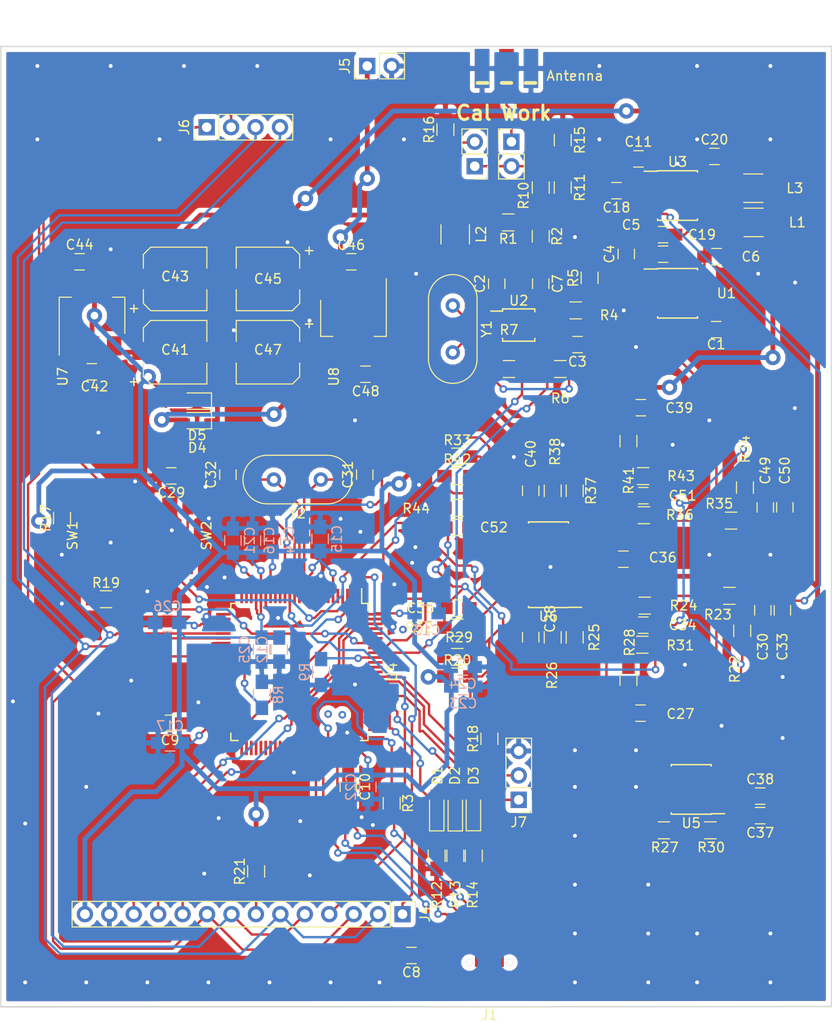
<source format=kicad_pcb>
(kicad_pcb (version 20171130) (host pcbnew "(5.0.1)-3")
  (layers (0 F.Cu signal) (31 B.Cu signal) (34 B.Paste user) (35 F.Paste user) (36 B.SilkS user) (37 F.SilkS user) (38 B.Mask user) (39 F.Mask user) (44 Edge.Cuts user))
  (net 0 "")
  (net 1 VIN)
  (net 2 5V)
  (net 3 3.3V)
  (net 4 LO)
  (net 5 VV)
  (net 6 Measurement_Frequency)
  (net 7 Filtered_VV)
  (net 8 "Net-(C30-Pad1)")
  (net 9 "Net-(JP2-Pad2)")
  (net 10 VI)
  (net 11 SDA)
  (net 12 SCL)
  (net 13 Filtered_VI)
  (net 14 "Net-(C2-Pad1)")
  (net 15 "Net-(C51-Pad1)")
  (net 16 SCK)
  (net 17 MISO)
  (net 18 MOSI)
  (net 19 "Net-(C27-Pad1)")
  (net 20 "Net-(C18-Pad1)")
  (net 21 "Net-(C7-Pad1)")
  (net 22 VV_IF)
  (net 23 "Net-(C1-Pad1)")
  (net 24 VI_IF)
  (net 25 RX)
  (net 26 GND)
  (net 27 "Net-(C4-Pad1)")
  (net 28 "Net-(C5-Pad2)")
  (net 29 "Net-(C6-Pad1)")
  (net 30 "Net-(C7-Pad2)")
  (net 31 VBUS)
  (net 32 "Net-(C11-Pad1)")
  (net 33 "Net-(C19-Pad2)")
  (net 34 "Net-(C20-Pad1)")
  (net 35 "Net-(C27-Pad2)")
  (net 36 "Net-(C28-Pad2)")
  (net 37 NRST)
  (net 38 OSC1)
  (net 39 OSC2)
  (net 40 "Net-(C34-Pad1)")
  (net 41 1.65V)
  (net 42 "Net-(C35-Pad1)")
  (net 43 "Net-(C39-Pad1)")
  (net 44 "Net-(C39-Pad2)")
  (net 45 "Net-(C40-Pad2)")
  (net 46 "Net-(C49-Pad1)")
  (net 47 "Net-(C52-Pad1)")
  (net 48 "Net-(D1-Pad1)")
  (net 49 "Net-(D2-Pad1)")
  (net 50 "Net-(D3-Pad1)")
  (net 51 "Net-(J1-Pad4)")
  (net 52 "Net-(J2-Pad1)")
  (net 53 "Net-(J4-Pad7)")
  (net 54 "Net-(R4-Pad2)")
  (net 55 "Net-(R17-Pad2)")
  (net 56 "Net-(R27-Pad2)")
  (net 57 "Net-(R28-Pad2)")
  (net 58 "Net-(R29-Pad2)")
  (net 59 "Net-(R41-Pad2)")
  (net 60 "Net-(R42-Pad2)")
  (net 61 "Net-(U2-Pad3)")
  (net 62 "Net-(U2-Pad2)")
  (net 63 "Net-(U5-Pad6)")
  (net 64 VCAP_1)
  (net 65 VCAP_2)
  (net 66 STATUS_1)
  (net 67 STATUS_2)
  (net 68 STATUS_3)
  (net 69 USB_DM)
  (net 70 USB_DP)
  (net 71 PE6)
  (net 72 PE7)
  (net 73 PE8)
  (net 74 PE9)
  (net 75 PE10)
  (net 76 PE11)
  (net 77 PE12)
  (net 78 PE13)
  (net 79 TFT_CS)
  (net 80 TFT_RESET)
  (net 81 TFT_DC)
  (net 82 TOUCH_CS)
  (net 83 TOUCH_IRQ)
  (net 84 SD_CS)
  (net 85 TX)
  (net 86 USB_ID)
  (net 87 "Net-(R8-Pad1)")
  (net 88 "Net-(R9-Pad1)")
  (net 89 BOOT0)
  (module Housings_QFP:LQFP-100_14x14mm_Pitch0.5mm (layer F.Cu) (at 52.3825 85.0078 270)
    (fp_text reference U4 (at 0 -9.65 270) (layer F.SilkS))
    (fp_text value STM32F407VGTx)
    (pad 100 smd rect (at -6 -7.9) (size 1.5 0.28) (layers F.Cu F.Paste F.Mask) (net 3 3.3V))
    (pad 99 smd rect (at -5.5 -7.9) (size 1.5 0.28) (layers F.Cu F.Paste F.Mask) (net 26 GND))
    (pad 98 smd rect (at -5 -7.9) (size 1.5 0.28) (layers F.Cu F.Paste F.Mask) (net 80 TFT_RESET))
    (pad 97 smd rect (at -4.5 -7.9) (size 1.5 0.28) (layers F.Cu F.Paste F.Mask) (net 81 TFT_DC))
    (pad 96 smd rect (at -4 -7.9) (size 1.5 0.28) (layers F.Cu F.Paste F.Mask))
    (pad 95 smd rect (at -3.5 -7.9) (size 1.5 0.28) (layers F.Cu F.Paste F.Mask))
    (pad 94 smd rect (at -3 -7.9) (size 1.5 0.28) (layers F.Cu F.Paste F.Mask) (net 89 BOOT0))
    (pad 93 smd rect (at -2.5 -7.9) (size 1.5 0.28) (layers F.Cu F.Paste F.Mask) (net 11 SDA))
    (pad 92 smd rect (at -2 -7.9) (size 1.5 0.28) (layers F.Cu F.Paste F.Mask) (net 12 SCL))
    (pad 91 smd rect (at -1.5 -7.9) (size 1.5 0.28) (layers F.Cu F.Paste F.Mask) (net 88 "Net-(R9-Pad1)"))
    (pad 90 smd rect (at -1 -7.9) (size 1.5 0.28) (layers F.Cu F.Paste F.Mask))
    (pad 89 smd rect (at -0.5 -7.9) (size 1.5 0.28) (layers F.Cu F.Paste F.Mask))
    (pad 88 smd rect (at 0 -7.9) (size 1.5 0.28) (layers F.Cu F.Paste F.Mask))
    (pad 87 smd rect (at 0.5 -7.9) (size 1.5 0.28) (layers F.Cu F.Paste F.Mask) (net 25 RX))
    (pad 86 smd rect (at 1 -7.9) (size 1.5 0.28) (layers F.Cu F.Paste F.Mask) (net 85 TX))
    (pad 85 smd rect (at 1.5 -7.9) (size 1.5 0.28) (layers F.Cu F.Paste F.Mask))
    (pad 84 smd rect (at 2 -7.9) (size 1.5 0.28) (layers F.Cu F.Paste F.Mask))
    (pad 83 smd rect (at 2.5 -7.9) (size 1.5 0.28) (layers F.Cu F.Paste F.Mask) (net 68 STATUS_3))
    (pad 82 smd rect (at 3 -7.9) (size 1.5 0.28) (layers F.Cu F.Paste F.Mask) (net 67 STATUS_2))
    (pad 81 smd rect (at 3.5 -7.9) (size 1.5 0.28) (layers F.Cu F.Paste F.Mask) (net 66 STATUS_1))
    (pad 80 smd rect (at 4 -7.9) (size 1.5 0.28) (layers F.Cu F.Paste F.Mask))
    (pad 79 smd rect (at 4.5 -7.9) (size 1.5 0.28) (layers F.Cu F.Paste F.Mask))
    (pad 78 smd rect (at 5 -7.9) (size 1.5 0.28) (layers F.Cu F.Paste F.Mask))
    (pad 77 smd rect (at 5.5 -7.9) (size 1.5 0.28) (layers F.Cu F.Paste F.Mask))
    (pad 76 smd rect (at 6 -7.9) (size 1.5 0.28) (layers F.Cu F.Paste F.Mask))
    (pad 75 smd rect (at 7.9 -6 270) (size 1.5 0.28) (layers F.Cu F.Paste F.Mask) (net 3 3.3V))
    (pad 74 smd rect (at 7.9 -5.5 270) (size 1.5 0.28) (layers F.Cu F.Paste F.Mask) (net 26 GND))
    (pad 73 smd rect (at 7.9 -5 270) (size 1.5 0.28) (layers F.Cu F.Paste F.Mask) (net 65 VCAP_2))
    (pad 72 smd rect (at 7.9 -4.5 270) (size 1.5 0.28) (layers F.Cu F.Paste F.Mask))
    (pad 71 smd rect (at 7.9 -4 270) (size 1.5 0.28) (layers F.Cu F.Paste F.Mask) (net 70 USB_DP))
    (pad 70 smd rect (at 7.9 -3.5 270) (size 1.5 0.28) (layers F.Cu F.Paste F.Mask) (net 69 USB_DM))
    (pad 69 smd rect (at 7.9 -3 270) (size 1.5 0.28) (layers F.Cu F.Paste F.Mask) (net 86 USB_ID))
    (pad 68 smd rect (at 7.9 -2.5 270) (size 1.5 0.28) (layers F.Cu F.Paste F.Mask) (net 31 VBUS))
    (pad 67 smd rect (at 7.9 -2 270) (size 1.5 0.28) (layers F.Cu F.Paste F.Mask))
    (pad 66 smd rect (at 7.9 -1.5 270) (size 1.5 0.28) (layers F.Cu F.Paste F.Mask))
    (pad 65 smd rect (at 7.9 -1 270) (size 1.5 0.28) (layers F.Cu F.Paste F.Mask))
    (pad 64 smd rect (at 7.9 -0.5 270) (size 1.5 0.28) (layers F.Cu F.Paste F.Mask))
    (pad 63 smd rect (at 7.9 0 270) (size 1.5 0.28) (layers F.Cu F.Paste F.Mask))
    (pad 62 smd rect (at 7.9 0.5 270) (size 1.5 0.28) (layers F.Cu F.Paste F.Mask))
    (pad 61 smd rect (at 7.9 1 270) (size 1.5 0.28) (layers F.Cu F.Paste F.Mask))
    (pad 60 smd rect (at 7.9 1.5 270) (size 1.5 0.28) (layers F.Cu F.Paste F.Mask))
    (pad 59 smd rect (at 7.9 2 270) (size 1.5 0.28) (layers F.Cu F.Paste F.Mask))
    (pad 58 smd rect (at 7.9 2.5 270) (size 1.5 0.28) (layers F.Cu F.Paste F.Mask))
    (pad 57 smd rect (at 7.9 3 270) (size 1.5 0.28) (layers F.Cu F.Paste F.Mask))
    (pad 56 smd rect (at 7.9 3.5 270) (size 1.5 0.28) (layers F.Cu F.Paste F.Mask))
    (pad 55 smd rect (at 7.9 4 270) (size 1.5 0.28) (layers F.Cu F.Paste F.Mask))
    (pad 54 smd rect (at 7.9 4.5 270) (size 1.5 0.28) (layers F.Cu F.Paste F.Mask))
    (pad 53 smd rect (at 7.9 5 270) (size 1.5 0.28) (layers F.Cu F.Paste F.Mask))
    (pad 52 smd rect (at 7.9 5.5 270) (size 1.5 0.28) (layers F.Cu F.Paste F.Mask))
    (pad 51 smd rect (at 7.9 6 270) (size 1.5 0.28) (layers F.Cu F.Paste F.Mask))
    (pad 50 smd rect (at 6 7.9) (size 1.5 0.28) (layers F.Cu F.Paste F.Mask) (net 3 3.3V))
    (pad 49 smd rect (at 5.5 7.9) (size 1.5 0.28) (layers F.Cu F.Paste F.Mask) (net 64 VCAP_1))
    (pad 48 smd rect (at 5 7.9) (size 1.5 0.28) (layers F.Cu F.Paste F.Mask))
    (pad 47 smd rect (at 4.5 7.9) (size 1.5 0.28) (layers F.Cu F.Paste F.Mask))
    (pad 46 smd rect (at 4 7.9) (size 1.5 0.28) (layers F.Cu F.Paste F.Mask))
    (pad 45 smd rect (at 3.5 7.9) (size 1.5 0.28) (layers F.Cu F.Paste F.Mask))
    (pad 44 smd rect (at 3 7.9) (size 1.5 0.28) (layers F.Cu F.Paste F.Mask) (net 78 PE13))
    (pad 43 smd rect (at 2.5 7.9) (size 1.5 0.28) (layers F.Cu F.Paste F.Mask) (net 77 PE12))
    (pad 42 smd rect (at 2 7.9) (size 1.5 0.28) (layers F.Cu F.Paste F.Mask) (net 76 PE11))
    (pad 41 smd rect (at 1.5 7.9) (size 1.5 0.28) (layers F.Cu F.Paste F.Mask) (net 75 PE10))
    (pad 40 smd rect (at 1 7.9) (size 1.5 0.28) (layers F.Cu F.Paste F.Mask) (net 74 PE9))
    (pad 39 smd rect (at 0.5 7.9) (size 1.5 0.28) (layers F.Cu F.Paste F.Mask) (net 73 PE8))
    (pad 38 smd rect (at 0 7.9) (size 1.5 0.28) (layers F.Cu F.Paste F.Mask) (net 72 PE7))
    (pad 37 smd rect (at -0.5 7.9) (size 1.5 0.28) (layers F.Cu F.Paste F.Mask) (net 87 "Net-(R8-Pad1)"))
    (pad 36 smd rect (at -1 7.9) (size 1.5 0.28) (layers F.Cu F.Paste F.Mask))
    (pad 35 smd rect (at -1.5 7.9) (size 1.5 0.28) (layers F.Cu F.Paste F.Mask))
    (pad 34 smd rect (at -2 7.9) (size 1.5 0.28) (layers F.Cu F.Paste F.Mask))
    (pad 33 smd rect (at -2.5 7.9) (size 1.5 0.28) (layers F.Cu F.Paste F.Mask))
    (pad 32 smd rect (at -3 7.9) (size 1.5 0.28) (layers F.Cu F.Paste F.Mask) (net 18 MOSI))
    (pad 31 smd rect (at -3.5 7.9) (size 1.5 0.28) (layers F.Cu F.Paste F.Mask) (net 17 MISO))
    (pad 30 smd rect (at -4 7.9) (size 1.5 0.28) (layers F.Cu F.Paste F.Mask) (net 16 SCK))
    (pad 29 smd rect (at -4.5 7.9) (size 1.5 0.28) (layers F.Cu F.Paste F.Mask))
    (pad 28 smd rect (at -5 7.9) (size 1.5 0.28) (layers F.Cu F.Paste F.Mask) (net 3 3.3V))
    (pad 27 smd rect (at -5.5 7.9) (size 1.5 0.28) (layers F.Cu F.Paste F.Mask) (net 26 GND))
    (pad 26 smd rect (at -6 7.9) (size 1.5 0.28) (layers F.Cu F.Paste F.Mask))
    (pad 25 smd rect (at -7.9 6 270) (size 1.5 0.28) (layers F.Cu F.Paste F.Mask))
    (pad 24 smd rect (at -7.9 5.5 270) (size 1.5 0.28) (layers F.Cu F.Paste F.Mask))
    (pad 23 smd rect (at -7.9 5 270) (size 1.5 0.28) (layers F.Cu F.Paste F.Mask))
    (pad 22 smd rect (at -7.9 4.5 270) (size 1.5 0.28) (layers F.Cu F.Paste F.Mask) (net 3 3.3V))
    (pad 21 smd rect (at -7.9 4 270) (size 1.5 0.28) (layers F.Cu F.Paste F.Mask) (net 3 3.3V))
    (pad 20 smd rect (at -7.9 3.5 270) (size 1.5 0.28) (layers F.Cu F.Paste F.Mask) (net 26 GND))
    (pad 19 smd rect (at -7.9 3 270) (size 1.5 0.28) (layers F.Cu F.Paste F.Mask) (net 3 3.3V))
    (pad 18 smd rect (at -7.9 2.5 270) (size 1.5 0.28) (layers F.Cu F.Paste F.Mask))
    (pad 17 smd rect (at -7.9 2 270) (size 1.5 0.28) (layers F.Cu F.Paste F.Mask))
    (pad 16 smd rect (at -7.9 1.5 270) (size 1.5 0.28) (layers F.Cu F.Paste F.Mask) (net 13 Filtered_VI))
    (pad 15 smd rect (at -7.9 1 270) (size 1.5 0.28) (layers F.Cu F.Paste F.Mask) (net 7 Filtered_VV))
    (pad 14 smd rect (at -7.9 0.5 270) (size 1.5 0.28) (layers F.Cu F.Paste F.Mask) (net 37 NRST))
    (pad 13 smd rect (at -7.9 0 270) (size 1.5 0.28) (layers F.Cu F.Paste F.Mask) (net 39 OSC2))
    (pad 12 smd rect (at -7.9 -0.5 270) (size 1.5 0.28) (layers F.Cu F.Paste F.Mask) (net 38 OSC1))
    (pad 11 smd rect (at -7.9 -1 270) (size 1.5 0.28) (layers F.Cu F.Paste F.Mask) (net 3 3.3V))
    (pad 10 smd rect (at -7.9 -1.5 270) (size 1.5 0.28) (layers F.Cu F.Paste F.Mask) (net 26 GND))
    (pad 9 smd rect (at -7.9 -2 270) (size 1.5 0.28) (layers F.Cu F.Paste F.Mask))
    (pad 8 smd rect (at -7.9 -2.5 270) (size 1.5 0.28) (layers F.Cu F.Paste F.Mask))
    (pad 7 smd rect (at -7.9 -3 270) (size 1.5 0.28) (layers F.Cu F.Paste F.Mask))
    (pad 6 smd rect (at -7.9 -3.5 270) (size 1.5 0.28) (layers F.Cu F.Paste F.Mask) (net 3 3.3V))
    (pad 5 smd rect (at -7.9 -4 270) (size 1.5 0.28) (layers F.Cu F.Paste F.Mask) (net 71 PE6))
    (pad 4 smd rect (at -7.9 -4.5 270) (size 1.5 0.28) (layers F.Cu F.Paste F.Mask) (net 84 SD_CS))
    (pad 3 smd rect (at -7.9 -5 270) (size 1.5 0.28) (layers F.Cu F.Paste F.Mask) (net 82 TOUCH_CS))
    (pad 2 smd rect (at -7.9 -5.5 270) (size 1.5 0.28) (layers F.Cu F.Paste F.Mask) (net 83 TOUCH_IRQ))
    (pad 1 smd rect (at -7.9 -6 270) (size 1.5 0.28) (layers F.Cu F.Paste F.Mask) (net 79 TFT_CS))
  )
  (module Pin_Headers:Pin_Header_Straight_1x02_Pitch2.54mm (layer F.Cu) (at 74.422 29.8958)
    (fp_text reference JP1 hide)
    (fp_text value Work)
    (pad 1 thru_hole rect (at 0 0) (size 1.7 1.7) (drill 1) (layers *.Cu *.Mask) (net 52 "Net-(J2-Pad1)"))
    (pad 2 thru_hole oval (at 0 2.54) (size 1.7 1.7) (drill 1) (layers *.Cu *.Mask) (net 10 VI))
  )
  (module Pin_Headers:Pin_Header_Straight_1x02_Pitch2.54mm (layer F.Cu) (at 70.612 32.4358 180)
    (fp_text reference JP2 hide)
    (fp_text value Cal.)
    (pad 2 thru_hole oval (at 0 2.54 180) (size 1.7 1.7) (drill 1) (layers *.Cu *.Mask) (net 9 "Net-(JP2-Pad2)"))
    (pad 1 thru_hole rect (at 0 0 180) (size 1.7 1.7) (drill 1) (layers *.Cu *.Mask) (net 10 VI))
  )
  (module Resistors_SMD:R_0805_HandSoldering (layer F.Cu) (at 78.715007 81.412258 270)
    (fp_text reference R26 (at 3.945882 0.067182 270) (layer F.SilkS))
    (fp_text value 150k)
    (pad 2 smd rect (at 1.35 0 270) (size 1.5 1.3) (layers F.Cu F.Paste F.Mask) (net 36 "Net-(C28-Pad2)"))
    (pad 1 smd rect (at -1.35 0 270) (size 1.5 1.3) (layers F.Cu F.Paste F.Mask) (net 42 "Net-(C35-Pad1)"))
  )
  (module Resistors_SMD:R_0805_HandSoldering (layer F.Cu) (at 88.033007 82.174258)
    (fp_text reference R31 (at 3.945882 0.067182) (layer F.SilkS))
    (fp_text value 10k)
    (pad 1 smd rect (at -1.35 0) (size 1.5 1.3) (layers F.Cu F.Paste F.Mask) (net 57 "Net-(R28-Pad2)"))
    (pad 2 smd rect (at 1.35 0) (size 1.5 1.3) (layers F.Cu F.Paste F.Mask) (net 41 1.65V))
  )
  (module Housings_SOIC:SOIC-8_3.9x4.9mm_Pitch1.27mm (layer F.Cu) (at 91.694 45.6438)
    (fp_text reference U1 (at 5.08 0) (layer F.SilkS))
    (fp_text value SA612)
    (pad 1 smd rect (at -2.7 -1.905) (size 1.55 0.6) (layers F.Cu F.Paste F.Mask) (net 23 "Net-(C1-Pad1)"))
    (pad 2 smd rect (at -2.7 -0.635) (size 1.55 0.6) (layers F.Cu F.Paste F.Mask) (net 27 "Net-(C4-Pad1)"))
    (pad 3 smd rect (at -2.7 0.635) (size 1.55 0.6) (layers F.Cu F.Paste F.Mask) (net 26 GND))
    (pad 4 smd rect (at -2.7 1.905) (size 1.55 0.6) (layers F.Cu F.Paste F.Mask) (net 24 VI_IF))
    (pad 5 smd rect (at 2.7 1.905) (size 1.55 0.6) (layers F.Cu F.Paste F.Mask))
    (pad 6 smd rect (at 2.7 0.635) (size 1.55 0.6) (layers F.Cu F.Paste F.Mask) (net 28 "Net-(C5-Pad2)"))
    (pad 7 smd rect (at 2.7 -0.635) (size 1.55 0.6) (layers F.Cu F.Paste F.Mask))
    (pad 8 smd rect (at 2.7 -1.905) (size 1.55 0.6) (layers F.Cu F.Paste F.Mask) (net 29 "Net-(C6-Pad1)"))
  )
  (module Resistors_SMD:R_0805_HandSoldering (layer F.Cu) (at 77.47 39.7218 270)
    (fp_text reference R2 (at 0 -1.7 270) (layer F.SilkS))
    (fp_text value 510)
    (pad 2 smd rect (at 1.35 0 270) (size 1.5 1.3) (layers F.Cu F.Paste F.Mask) (net 21 "Net-(C7-Pad1)"))
    (pad 1 smd rect (at -1.35 0 270) (size 1.5 1.3) (layers F.Cu F.Paste F.Mask) (net 6 Measurement_Frequency))
  )
  (module Resistors_SMD:R_0805_HandSoldering (layer F.Cu) (at 82.55 44.0398 90)
    (fp_text reference R5 (at 0 -1.7 90) (layer F.SilkS))
    (fp_text value 51)
    (pad 2 smd rect (at 1.35 0 90) (size 1.5 1.3) (layers F.Cu F.Paste F.Mask) (net 26 GND))
    (pad 1 smd rect (at -1.35 0 90) (size 1.5 1.3) (layers F.Cu F.Paste F.Mask) (net 4 LO))
  )
  (module Capacitors_SMD:C_0805_HandSoldering (layer F.Cu) (at 102.591007 78.598258 270)
    (fp_text reference C33 (at 3.79 0 270) (layer F.SilkS))
    (fp_text value 300p)
    (pad 1 smd rect (at -1.25 0 270) (size 1.5 1.25) (layers F.Cu F.Paste F.Mask) (net 22 VV_IF))
    (pad 2 smd rect (at 1.25 0 270) (size 1.5 1.25) (layers F.Cu F.Paste F.Mask) (net 26 GND))
  )
  (module Capacitors_SMD:C_0805_HandSoldering (layer F.Cu) (at 86.061007 73.284258 180)
    (fp_text reference C36 (at -4.1 0.17 180) (layer F.SilkS))
    (fp_text value 100n)
    (pad 2 smd rect (at 1.25 0 180) (size 1.5 1.25) (layers F.Cu F.Paste F.Mask) (net 3 3.3V))
    (pad 1 smd rect (at -1.25 0 180) (size 1.5 1.25) (layers F.Cu F.Paste F.Mask) (net 26 GND))
  )
  (module Capacitors_SMD:C_0805_HandSoldering (layer F.Cu) (at 100.2842 99.941)
    (fp_text reference C37 (at 0 1.778) (layer F.SilkS))
    (fp_text value 10u)
    (pad 1 smd rect (at -1.25 0) (size 1.5 1.25) (layers F.Cu F.Paste F.Mask) (net 41 1.65V))
    (pad 2 smd rect (at 1.25 0) (size 1.5 1.25) (layers F.Cu F.Paste F.Mask) (net 26 GND))
  )
  (module Capacitors_SMD:C_0805_HandSoldering (layer F.Cu) (at 100.2842 97.909)
    (fp_text reference C38 (at 0 -1.75) (layer F.SilkS))
    (fp_text value 100n)
    (pad 2 smd rect (at 1.25 0) (size 1.5 1.25) (layers F.Cu F.Paste F.Mask) (net 26 GND))
    (pad 1 smd rect (at -1.25 0) (size 1.5 1.25) (layers F.Cu F.Paste F.Mask) (net 41 1.65V))
  )
  (module Capacitors_SMD:C_0805_HandSoldering (layer F.Cu) (at 87.879007 57.536258)
    (fp_text reference C39 (at 4 0.03) (layer F.SilkS))
    (fp_text value 1n)
    (pad 1 smd rect (at -1.25 0) (size 1.5 1.25) (layers F.Cu F.Paste F.Mask) (net 43 "Net-(C39-Pad1)"))
    (pad 2 smd rect (at 1.25 0) (size 1.5 1.25) (layers F.Cu F.Paste F.Mask) (net 44 "Net-(C39-Pad2)"))
  )
  (module Capacitors_SMD:C_0805_HandSoldering (layer F.Cu) (at 30.8074 53.8038 180)
    (fp_text reference C42 (at -0.274 -1.524 180) (layer F.SilkS))
    (fp_text value 100n)
    (pad 1 smd rect (at -1.25 0 180) (size 1.5 1.25) (layers F.Cu F.Paste F.Mask) (net 1 VIN))
    (pad 2 smd rect (at 1.25 0 180) (size 1.5 1.25) (layers F.Cu F.Paste F.Mask) (net 26 GND))
  )
  (module Capacitors_SMD:C_0805_HandSoldering (layer F.Cu) (at 95.706 49.4218)
    (fp_text reference C1 (at 0 1.524) (layer F.SilkS))
    (fp_text value 100n)
    (pad 2 smd rect (at 1.25 0) (size 1.5 1.25) (layers F.Cu F.Paste F.Mask) (net 26 GND))
    (pad 1 smd rect (at -1.25 0) (size 1.5 1.25) (layers F.Cu F.Paste F.Mask) (net 23 "Net-(C1-Pad1)"))
  )
  (module Capacitors_SMD:C_0805_HandSoldering (layer F.Cu) (at 86.36 41.5598 90)
    (fp_text reference C4 (at 0 -1.75 90) (layer F.SilkS))
    (fp_text value 100n)
    (pad 1 smd rect (at -1.25 0 90) (size 1.5 1.25) (layers F.Cu F.Paste F.Mask) (net 27 "Net-(C4-Pad1)"))
    (pad 2 smd rect (at 1.25 0 90) (size 1.5 1.25) (layers F.Cu F.Paste F.Mask) (net 10 VI))
  )
  (module Capacitors_SMD:C_0805_HandSoldering (layer F.Cu) (at 76.429007 66.172258 90)
    (fp_text reference C40 (at 3.83 0 90) (layer F.SilkS))
    (fp_text value 1n)
    (pad 2 smd rect (at 1.25 0 90) (size 1.5 1.25) (layers F.Cu F.Paste F.Mask) (net 45 "Net-(C40-Pad2)"))
    (pad 1 smd rect (at -1.25 0 90) (size 1.5 1.25) (layers F.Cu F.Paste F.Mask) (net 13 Filtered_VI))
  )
  (module Capacitors_SMD:C_0805_HandSoldering (layer F.Cu) (at 88.133007 66.680258)
    (fp_text reference C51 (at 4.084 0) (layer F.SilkS))
    (fp_text value 1n)
    (pad 1 smd rect (at -1.25 0) (size 1.5 1.25) (layers F.Cu F.Paste F.Mask) (net 15 "Net-(C51-Pad1)"))
    (pad 2 smd rect (at 1.25 0) (size 1.5 1.25) (layers F.Cu F.Paste F.Mask) (net 41 1.65V))
  )
  (module Capacitors_SMD:C_0805_HandSoldering (layer F.Cu) (at 102.845007 67.894258 90)
    (fp_text reference C50 (at 3.83 0 90) (layer F.SilkS))
    (fp_text value 300p)
    (pad 2 smd rect (at 1.25 0 90) (size 1.5 1.25) (layers F.Cu F.Paste F.Mask) (net 26 GND))
    (pad 1 smd rect (at -1.25 0 90) (size 1.5 1.25) (layers F.Cu F.Paste F.Mask) (net 24 VI_IF))
  )
  (module Capacitors_SMD:C_0805_HandSoldering (layer F.Cu) (at 100.813007 67.900258 270)
    (fp_text reference C49 (at -3.83 0 270) (layer F.SilkS))
    (fp_text value 100n)
    (pad 1 smd rect (at -1.25 0 270) (size 1.5 1.25) (layers F.Cu F.Paste F.Mask) (net 46 "Net-(C49-Pad1)"))
    (pad 2 smd rect (at 1.25 0 270) (size 1.5 1.25) (layers F.Cu F.Paste F.Mask) (net 24 VI_IF))
  )
  (module Capacitors_SMD:C_0805_HandSoldering (layer F.Cu) (at 59.2554 54.0578)
    (fp_text reference C48 (at 0.02 1.778) (layer F.SilkS))
    (fp_text value 100n)
    (pad 2 smd rect (at 1.25 0) (size 1.5 1.25) (layers F.Cu F.Paste F.Mask) (net 26 GND))
    (pad 1 smd rect (at -1.25 0) (size 1.5 1.25) (layers F.Cu F.Paste F.Mask) (net 2 5V))
  )
  (module Capacitors_SMD:C_0805_HandSoldering (layer F.Cu) (at 57.7714 42.3738)
    (fp_text reference C46 (at 0 -1.75) (layer F.SilkS))
    (fp_text value 100n)
    (pad 1 smd rect (at -1.25 0) (size 1.5 1.25) (layers F.Cu F.Paste F.Mask) (net 1 VIN))
    (pad 2 smd rect (at 1.25 0) (size 1.5 1.25) (layers F.Cu F.Paste F.Mask) (net 26 GND))
  )
  (module Capacitors_SMD:C_0805_HandSoldering (layer F.Cu) (at 29.5374 42.3738 180)
    (fp_text reference C44 (at 0 1.778 180) (layer F.SilkS))
    (fp_text value 100n)
    (pad 2 smd rect (at 1.25 0 180) (size 1.5 1.25) (layers F.Cu F.Paste F.Mask) (net 26 GND))
    (pad 1 smd rect (at -1.25 0 180) (size 1.5 1.25) (layers F.Cu F.Paste F.Mask) (net 3 3.3V))
  )
  (module Capacitors_SMD:C_0805_HandSoldering (layer F.Cu) (at 88.133007 80.142258)
    (fp_text reference C34 (at 4.084 0) (layer F.SilkS))
    (fp_text value 1n)
    (pad 1 smd rect (at -1.25 0) (size 1.5 1.25) (layers F.Cu F.Paste F.Mask) (net 40 "Net-(C34-Pad1)"))
    (pad 2 smd rect (at 1.25 0) (size 1.5 1.25) (layers F.Cu F.Paste F.Mask) (net 41 1.65V))
  )
  (module Capacitors_SMD:C_0805_HandSoldering (layer F.Cu) (at 72.898 44.6478 90)
    (fp_text reference C2 (at 0 -1.75 90) (layer F.SilkS))
    (fp_text value 100n)
    (pad 2 smd rect (at 1.25 0 90) (size 1.5 1.25) (layers F.Cu F.Paste F.Mask) (net 26 GND))
    (pad 1 smd rect (at -1.25 0 90) (size 1.5 1.25) (layers F.Cu F.Paste F.Mask) (net 14 "Net-(C2-Pad1)"))
  )
  (module Capacitors_SMD:C_0805_HandSoldering (layer F.Cu) (at 90.19 41.5798)
    (fp_text reference C5 (at -3.322 -3.048) (layer F.SilkS))
    (fp_text value 10n)
    (pad 1 smd rect (at -1.25 0) (size 1.5 1.25) (layers F.Cu F.Paste F.Mask) (net 4 LO))
    (pad 2 smd rect (at 1.25 0) (size 1.5 1.25) (layers F.Cu F.Paste F.Mask) (net 28 "Net-(C5-Pad2)"))
  )
  (module Capacitors_SMD:C_0805_HandSoldering (layer F.Cu) (at 95.738 41.8338)
    (fp_text reference C6 (at 3.576 0) (layer F.SilkS))
    (fp_text value 100n)
    (pad 2 smd rect (at 1.25 0) (size 1.5 1.25) (layers F.Cu F.Paste F.Mask) (net 26 GND))
    (pad 1 smd rect (at -1.25 0) (size 1.5 1.25) (layers F.Cu F.Paste F.Mask) (net 29 "Net-(C6-Pad1)"))
  )
  (module Capacitors_SMD:C_0805_HandSoldering (layer F.Cu) (at 77.47 44.6478 270)
    (fp_text reference C7 (at 0 -1.75 270) (layer F.SilkS))
    (fp_text value 100n)
    (pad 1 smd rect (at -1.25 0 270) (size 1.5 1.25) (layers F.Cu F.Paste F.Mask) (net 21 "Net-(C7-Pad1)"))
    (pad 2 smd rect (at 1.25 0 270) (size 1.5 1.25) (layers F.Cu F.Paste F.Mask) (net 30 "Net-(C7-Pad2)"))
  )
  (module Capacitors_SMD:C_0805_HandSoldering (layer F.Cu) (at 100.559007 78.598258 90)
    (fp_text reference C30 (at -3.79 0 90) (layer F.SilkS))
    (fp_text value 100n)
    (pad 1 smd rect (at -1.25 0 90) (size 1.5 1.25) (layers F.Cu F.Paste F.Mask) (net 8 "Net-(C30-Pad1)"))
    (pad 2 smd rect (at 1.25 0 90) (size 1.5 1.25) (layers F.Cu F.Paste F.Mask) (net 22 VV_IF))
  )
  (module Capacitors_SMD:C_0805_HandSoldering (layer F.Cu) (at 85.344 34.9758 180)
    (fp_text reference C18 (at 0 -1.75 180) (layer F.SilkS))
    (fp_text value 100n)
    (pad 1 smd rect (at -1.25 0 180) (size 1.5 1.25) (layers F.Cu F.Paste F.Mask) (net 20 "Net-(C18-Pad1)"))
    (pad 2 smd rect (at 1.25 0 180) (size 1.5 1.25) (layers F.Cu F.Paste F.Mask) (net 5 VV))
  )
  (module Capacitors_SMD:C_0805_HandSoldering (layer F.Cu) (at 90.19 39.5478)
    (fp_text reference C19 (at 4.044 0) (layer F.SilkS))
    (fp_text value 10n)
    (pad 2 smd rect (at 1.25 0) (size 1.5 1.25) (layers F.Cu F.Paste F.Mask) (net 33 "Net-(C19-Pad2)"))
    (pad 1 smd rect (at -1.25 0) (size 1.5 1.25) (layers F.Cu F.Paste F.Mask) (net 4 LO))
  )
  (module Capacitors_SMD:C_0805_HandSoldering (layer F.Cu) (at 95.524 31.4198)
    (fp_text reference C20 (at 0 -1.75) (layer F.SilkS))
    (fp_text value 100n)
    (pad 1 smd rect (at -1.25 0) (size 1.5 1.25) (layers F.Cu F.Paste F.Mask) (net 34 "Net-(C20-Pad1)"))
    (pad 2 smd rect (at 1.25 0) (size 1.5 1.25) (layers F.Cu F.Paste F.Mask) (net 26 GND))
  )
  (module Capacitors_SMD:C_0805_HandSoldering (layer F.Cu) (at 68.809007 78.364258 180)
    (fp_text reference C35 (at 3.83 0 180) (layer F.SilkS))
    (fp_text value 100p)
    (pad 2 smd rect (at 1.25 0 180) (size 1.5 1.25) (layers F.Cu F.Paste F.Mask) (net 41 1.65V))
    (pad 1 smd rect (at -1.25 0 180) (size 1.5 1.25) (layers F.Cu F.Paste F.Mask) (net 42 "Net-(C35-Pad1)"))
  )
  (module Capacitors_SMD:C_0805_HandSoldering (layer F.Cu) (at 87.63 31.6738 180)
    (fp_text reference C11 (at 0 1.778 180) (layer F.SilkS))
    (fp_text value 100n)
    (pad 1 smd rect (at -1.25 0 180) (size 1.5 1.25) (layers F.Cu F.Paste F.Mask) (net 32 "Net-(C11-Pad1)"))
    (pad 2 smd rect (at 1.25 0 180) (size 1.5 1.25) (layers F.Cu F.Paste F.Mask) (net 26 GND))
  )
  (module Capacitors_SMD:C_0805_HandSoldering (layer F.Cu) (at 68.809007 69.982258 180)
    (fp_text reference C52 (at -3.791882 0 180) (layer F.SilkS))
    (fp_text value 100p)
    (pad 2 smd rect (at 1.25 0 180) (size 1.5 1.25) (layers F.Cu F.Paste F.Mask) (net 41 1.65V))
    (pad 1 smd rect (at -1.25 0 180) (size 1.5 1.25) (layers F.Cu F.Paste F.Mask) (net 47 "Net-(C52-Pad1)"))
  )
  (module Capacitors_SMD:C_0805_HandSoldering (layer F.Cu) (at 76.429007 81.392258 270)
    (fp_text reference C28 (at -1.91 -2.006 270) (layer F.SilkS))
    (fp_text value 1n)
    (pad 2 smd rect (at 1.25 0 270) (size 1.5 1.25) (layers F.Cu F.Paste F.Mask) (net 36 "Net-(C28-Pad2)"))
    (pad 1 smd rect (at -1.25 0 270) (size 1.5 1.25) (layers F.Cu F.Paste F.Mask) (net 7 Filtered_VV))
  )
  (module Capacitors_SMD:C_0805_HandSoldering (layer F.Cu) (at 87.839007 89.286258)
    (fp_text reference C27 (at 4.15 0.08) (layer F.SilkS))
    (fp_text value 1n)
    (pad 2 smd rect (at 1.25 0) (size 1.5 1.25) (layers F.Cu F.Paste F.Mask) (net 35 "Net-(C27-Pad2)"))
    (pad 1 smd rect (at -1.25 0) (size 1.5 1.25) (layers F.Cu F.Paste F.Mask) (net 19 "Net-(C27-Pad1)"))
  )
  (module Capacitors_SMD:C_0805_HandSoldering (layer F.Cu) (at 81.3 50.9778)
    (fp_text reference C3 (at -0.02 1.778) (layer F.SilkS))
    (fp_text value 100p)
    (pad 1 smd rect (at -1.25 0) (size 1.5 1.25) (layers F.Cu F.Paste F.Mask) (net 14 "Net-(C2-Pad1)"))
    (pad 2 smd rect (at 1.25 0) (size 1.5 1.25) (layers F.Cu F.Paste F.Mask) (net 26 GND))
  )
  (module Inductors_SMD:L_1210_HandSoldering (layer F.Cu) (at 99.6 38.2778 180)
    (fp_text reference L1 (at -4.54 0 180) (layer F.SilkS))
    (fp_text value 1u)
    (pad 2 smd rect (at 2 0 180) (size 2 2.5) (layers F.Cu F.Paste F.Mask) (net 29 "Net-(C6-Pad1)"))
    (pad 1 smd rect (at -2 0 180) (size 2 2.5) (layers F.Cu F.Paste F.Mask) (net 2 5V))
  )
  (module Inductors_SMD:L_1210_HandSoldering (layer F.Cu) (at 68.58 39.5158 270)
    (fp_text reference L2 (at 0 -2.7 270) (layer F.SilkS))
    (fp_text value 1u)
    (pad 1 smd rect (at -2 0 270) (size 2 2.5) (layers F.Cu F.Paste F.Mask) (net 3 3.3V))
    (pad 2 smd rect (at 2 0 270) (size 2 2.5) (layers F.Cu F.Paste F.Mask) (net 14 "Net-(C2-Pad1)"))
  )
  (module Inductors_SMD:L_1210_HandSoldering (layer F.Cu) (at 99.568 34.7218 180)
    (fp_text reference L3 (at -4.318 0 180) (layer F.SilkS))
    (fp_text value 1u)
    (pad 2 smd rect (at 2 0 180) (size 2 2.5) (layers F.Cu F.Paste F.Mask) (net 34 "Net-(C20-Pad1)"))
    (pad 1 smd rect (at -2 0 180) (size 2 2.5) (layers F.Cu F.Paste F.Mask) (net 2 5V))
  )
  (module Resistors_SMD:R_0805_HandSoldering (layer F.Cu) (at 68.809007 67.950258 180)
    (fp_text reference R44 (at 4.276118 -0.067182 180) (layer F.SilkS))
    (fp_text value 15k)
    (pad 1 smd rect (at -1.35 0 180) (size 1.5 1.3) (layers F.Cu F.Paste F.Mask) (net 60 "Net-(R42-Pad2)"))
    (pad 2 smd rect (at 1.35 0 180) (size 1.5 1.3) (layers F.Cu F.Paste F.Mask) (net 41 1.65V))
  )
  (module Resistors_SMD:R_0805_HandSoldering (layer F.Cu) (at 88.113007 64.648258)
    (fp_text reference R43 (at 3.944 0) (layer F.SilkS))
    (fp_text value 10k)
    (pad 2 smd rect (at 1.35 0) (size 1.5 1.3) (layers F.Cu F.Paste F.Mask) (net 41 1.65V))
    (pad 1 smd rect (at -1.35 0) (size 1.5 1.3) (layers F.Cu F.Paste F.Mask) (net 59 "Net-(R41-Pad2)"))
  )
  (module Resistors_SMD:R_0805_HandSoldering (layer F.Cu) (at 68.809007 64.648258 180)
    (fp_text reference R42 (at 0.012818 1.739882 180) (layer F.SilkS))
    (fp_text value 12k)
    (pad 1 smd rect (at -1.35 0 180) (size 1.5 1.3) (layers F.Cu F.Paste F.Mask) (net 13 Filtered_VI))
    (pad 2 smd rect (at 1.35 0 180) (size 1.5 1.3) (layers F.Cu F.Paste F.Mask) (net 60 "Net-(R42-Pad2)"))
  )
  (module Resistors_SMD:R_0805_HandSoldering (layer F.Cu) (at 86.589007 61.012258 270)
    (fp_text reference R41 (at 4.08 -0.03 270) (layer F.SilkS))
    (fp_text value 27k)
    (pad 2 smd rect (at 1.35 0 270) (size 1.5 1.3) (layers F.Cu F.Paste F.Mask) (net 59 "Net-(R41-Pad2)"))
    (pad 1 smd rect (at -1.35 0 270) (size 1.5 1.3) (layers F.Cu F.Paste F.Mask) (net 43 "Net-(C39-Pad1)"))
  )
  (module Resistors_SMD:R_0805_HandSoldering (layer F.Cu) (at 98.699007 65.838258 270)
    (fp_text reference R34 (at -3.984 0 270) (layer F.SilkS))
    (fp_text value 100k)
    (pad 2 smd rect (at 1.35 0 270) (size 1.5 1.3) (layers F.Cu F.Paste F.Mask) (net 46 "Net-(C49-Pad1)"))
    (pad 1 smd rect (at -1.35 0 270) (size 1.5 1.3) (layers F.Cu F.Paste F.Mask) (net 41 1.65V))
  )
  (module Resistors_SMD:R_0805_HandSoldering (layer F.Cu) (at 78.715007 66.172258 90)
    (fp_text reference R38 (at 4.064 0.254 90) (layer F.SilkS))
    (fp_text value 150k)
    (pad 1 smd rect (at -1.35 0 90) (size 1.5 1.3) (layers F.Cu F.Paste F.Mask) (net 47 "Net-(C52-Pad1)"))
    (pad 2 smd rect (at 1.35 0 90) (size 1.5 1.3) (layers F.Cu F.Paste F.Mask) (net 45 "Net-(C40-Pad2)"))
  )
  (module Resistors_SMD:R_0805_HandSoldering (layer F.Cu) (at 88.193007 68.712258)
    (fp_text reference R36 (at 3.74 -0.02) (layer F.SilkS))
    (fp_text value 47k)
    (pad 2 smd rect (at 1.35 0) (size 1.5 1.3) (layers F.Cu F.Paste F.Mask) (net 44 "Net-(C39-Pad2)"))
    (pad 1 smd rect (at -1.35 0) (size 1.5 1.3) (layers F.Cu F.Paste F.Mask) (net 15 "Net-(C51-Pad1)"))
  )
  (module Resistors_SMD:R_0805_HandSoldering (layer F.Cu) (at 97.259007 69.274258)
    (fp_text reference R35 (at -1.23 -1.76) (layer F.SilkS))
    (fp_text value 5.6k)
    (pad 1 smd rect (at -1.35 0) (size 1.5 1.3) (layers F.Cu F.Paste F.Mask) (net 44 "Net-(C39-Pad2)"))
    (pad 2 smd rect (at 1.35 0) (size 1.5 1.3) (layers F.Cu F.Paste F.Mask) (net 46 "Net-(C49-Pad1)"))
  )
  (module Resistors_SMD:R_0805_HandSoldering (layer F.Cu) (at 81.106 47.4218 180)
    (fp_text reference R4 (at -3.476 -0.508 180) (layer F.SilkS))
    (fp_text value 1.5k)
    (pad 1 smd rect (at -1.35 0 180) (size 1.5 1.3) (layers F.Cu F.Paste F.Mask) (net 4 LO))
    (pad 2 smd rect (at 1.35 0 180) (size 1.5 1.3) (layers F.Cu F.Paste F.Mask) (net 54 "Net-(R4-Pad2)"))
  )
  (module Resistors_SMD:R_0805_HandSoldering (layer F.Cu) (at 74.088 38.2778 180)
    (fp_text reference R1 (at 0 -1.7 180) (layer F.SilkS))
    (fp_text value 51)
    (pad 2 smd rect (at 1.35 0 180) (size 1.5 1.3) (layers F.Cu F.Paste F.Mask) (net 26 GND))
    (pad 1 smd rect (at -1.35 0 180) (size 1.5 1.3) (layers F.Cu F.Paste F.Mask) (net 6 Measurement_Frequency))
  )
  (module Resistors_SMD:R_0805_HandSoldering (layer F.Cu) (at 77.47 34.6558 90)
    (fp_text reference R10 (at -0.828 -1.778 90) (layer F.SilkS))
    (fp_text value 51)
    (pad 1 smd rect (at -1.35 0 90) (size 1.5 1.3) (layers F.Cu F.Paste F.Mask) (net 6 Measurement_Frequency))
    (pad 2 smd rect (at 1.35 0 90) (size 1.5 1.3) (layers F.Cu F.Paste F.Mask) (net 10 VI))
  )
  (module Resistors_SMD:R_0805_HandSoldering (layer F.Cu) (at 97.083007 77.094258)
    (fp_text reference R23 (at -1.2 1.95) (layer F.SilkS))
    (fp_text value 5.6k)
    (pad 1 smd rect (at -1.35 0) (size 1.5 1.3) (layers F.Cu F.Paste F.Mask) (net 35 "Net-(C27-Pad2)"))
    (pad 2 smd rect (at 1.35 0) (size 1.5 1.3) (layers F.Cu F.Paste F.Mask) (net 8 "Net-(C30-Pad1)"))
  )
  (module Resistors_SMD:R_0805_HandSoldering (layer F.Cu) (at 81.001007 66.172258 270)
    (fp_text reference R37 (at 0 -1.7 270) (layer F.SilkS))
    (fp_text value 10k)
    (pad 1 smd rect (at -1.35 0 270) (size 1.5 1.3) (layers F.Cu F.Paste F.Mask) (net 45 "Net-(C40-Pad2)"))
    (pad 2 smd rect (at 1.35 0 270) (size 1.5 1.3) (layers F.Cu F.Paste F.Mask) (net 43 "Net-(C39-Pad1)"))
  )
  (module Resistors_SMD:R_0805_HandSoldering (layer F.Cu) (at 79.502 53.5178)
    (fp_text reference R6 (at 0 3.048) (layer F.SilkS))
    (fp_text value 10k)
    (pad 2 smd rect (at 1.35 0) (size 1.5 1.3) (layers F.Cu F.Paste F.Mask) (net 14 "Net-(C2-Pad1)"))
    (pad 1 smd rect (at -1.35 0) (size 1.5 1.3) (layers F.Cu F.Paste F.Mask) (net 12 SCL))
  )
  (module Resistors_SMD:R_0805_HandSoldering (layer F.Cu) (at 74.168 53.5178 180)
    (fp_text reference R7 (at 0 4.064 180) (layer F.SilkS))
    (fp_text value 10k)
    (pad 1 smd rect (at -1.35 0 180) (size 1.5 1.3) (layers F.Cu F.Paste F.Mask) (net 11 SDA))
    (pad 2 smd rect (at 1.35 0 180) (size 1.5 1.3) (layers F.Cu F.Paste F.Mask) (net 14 "Net-(C2-Pad1)"))
  )
  (module Resistors_SMD:R_0805_HandSoldering (layer F.Cu) (at 81.001007 81.412258 90)
    (fp_text reference R25 (at 0 2.032 90) (layer F.SilkS))
    (fp_text value 10k)
    (pad 1 smd rect (at -1.35 0 90) (size 1.5 1.3) (layers F.Cu F.Paste F.Mask) (net 36 "Net-(C28-Pad2)"))
    (pad 2 smd rect (at 1.35 0 90) (size 1.5 1.3) (layers F.Cu F.Paste F.Mask) (net 19 "Net-(C27-Pad1)"))
  )
  (module Resistors_SMD:R_0805_HandSoldering (layer F.Cu) (at 79.756 34.6558 90)
    (fp_text reference R11 (at 0 1.778 90) (layer F.SilkS))
    (fp_text value 51)
    (pad 2 smd rect (at 1.35 0 90) (size 1.5 1.3) (layers F.Cu F.Paste F.Mask) (net 5 VV))
    (pad 1 smd rect (at -1.35 0 90) (size 1.5 1.3) (layers F.Cu F.Paste F.Mask) (net 6 Measurement_Frequency))
  )
  (module Resistors_SMD:R_0805_HandSoldering (layer F.Cu) (at 79.756 29.7218 90)
    (fp_text reference R15 (at 0 1.778 90) (layer F.SilkS))
    (fp_text value 51)
    (pad 2 smd rect (at 1.35 0 90) (size 1.5 1.3) (layers F.Cu F.Paste F.Mask) (net 26 GND))
    (pad 1 smd rect (at -1.35 0 90) (size 1.5 1.3) (layers F.Cu F.Paste F.Mask) (net 5 VV))
  )
  (module Resistors_SMD:R_0805_HandSoldering (layer F.Cu) (at 67.564 28.6258 90)
    (fp_text reference R16 (at 0 -1.7 90) (layer F.SilkS))
    (fp_text value 51)
    (pad 1 smd rect (at -1.35 0 90) (size 1.5 1.3) (layers F.Cu F.Paste F.Mask) (net 9 "Net-(JP2-Pad2)"))
    (pad 2 smd rect (at 1.35 0 90) (size 1.5 1.3) (layers F.Cu F.Paste F.Mask) (net 26 GND))
  )
  (module Resistors_SMD:R_0805_HandSoldering (layer F.Cu) (at 98.415007 80.730258 90)
    (fp_text reference R22 (at -3.984 -0.762 90) (layer F.SilkS))
    (fp_text value 100k)
    (pad 2 smd rect (at 1.35 0 90) (size 1.5 1.3) (layers F.Cu F.Paste F.Mask) (net 8 "Net-(C30-Pad1)"))
    (pad 1 smd rect (at -1.35 0 90) (size 1.5 1.3) (layers F.Cu F.Paste F.Mask) (net 41 1.65V))
  )
  (module Resistors_SMD:R_0805_HandSoldering (layer F.Cu) (at 88.287007 78.110258)
    (fp_text reference R24 (at 4.03 -0.01) (layer F.SilkS))
    (fp_text value 47k)
    (pad 2 smd rect (at 1.35 0) (size 1.5 1.3) (layers F.Cu F.Paste F.Mask) (net 35 "Net-(C27-Pad2)"))
    (pad 1 smd rect (at -1.35 0) (size 1.5 1.3) (layers F.Cu F.Paste F.Mask) (net 40 "Net-(C34-Pad1)"))
  )
  (module Resistors_SMD:R_0805_HandSoldering (layer F.Cu) (at 90.2782 101.465)
    (fp_text reference R27 (at 0.08 1.778) (layer F.SilkS))
    (fp_text value 10k)
    (pad 1 smd rect (at -1.35 0) (size 1.5 1.3) (layers F.Cu F.Paste F.Mask) (net 3 3.3V))
    (pad 2 smd rect (at 1.35 0) (size 1.5 1.3) (layers F.Cu F.Paste F.Mask) (net 56 "Net-(R27-Pad2)"))
  )
  (module Resistors_SMD:R_0805_HandSoldering (layer F.Cu) (at 86.589007 85.810258 90)
    (fp_text reference R28 (at 3.87 0.12 90) (layer F.SilkS))
    (fp_text value 27k)
    (pad 1 smd rect (at -1.35 0 90) (size 1.5 1.3) (layers F.Cu F.Paste F.Mask) (net 19 "Net-(C27-Pad1)"))
    (pad 2 smd rect (at 1.35 0 90) (size 1.5 1.3) (layers F.Cu F.Paste F.Mask) (net 57 "Net-(R28-Pad2)"))
  )
  (module Resistors_SMD:R_0805_HandSoldering (layer F.Cu) (at 68.809007 83.444258 180)
    (fp_text reference R29 (at -0.174 2.032 180) (layer F.SilkS))
    (fp_text value 12k)
    (pad 1 smd rect (at -1.35 0 180) (size 1.5 1.3) (layers F.Cu F.Paste F.Mask) (net 7 Filtered_VV))
    (pad 2 smd rect (at 1.35 0 180) (size 1.5 1.3) (layers F.Cu F.Paste F.Mask) (net 58 "Net-(R29-Pad2)"))
  )
  (module Resistors_SMD:R_0805_HandSoldering (layer F.Cu) (at 95.1042 101.465)
    (fp_text reference R30 (at 0.08 1.778) (layer F.SilkS))
    (fp_text value 10k)
    (pad 2 smd rect (at 1.35 0) (size 1.5 1.3) (layers F.Cu F.Paste F.Mask) (net 26 GND))
    (pad 1 smd rect (at -1.35 0) (size 1.5 1.3) (layers F.Cu F.Paste F.Mask) (net 56 "Net-(R27-Pad2)"))
  )
  (module Resistors_SMD:R_0805_HandSoldering (layer F.Cu) (at 68.809007 80.396258 180)
    (fp_text reference R32 (at 3.984 0 180) (layer F.SilkS))
    (fp_text value 15k)
    (pad 2 smd rect (at 1.35 0 180) (size 1.5 1.3) (layers F.Cu F.Paste F.Mask) (net 41 1.65V))
    (pad 1 smd rect (at -1.35 0 180) (size 1.5 1.3) (layers F.Cu F.Paste F.Mask) (net 58 "Net-(R29-Pad2)"))
  )
  (module SMA:CON-SMA-EDGE (layer F.Cu) (at 73.914 22.2758 180)
    (fp_text reference J2 hide)
    (fp_text value Conn_Coaxial hide)
    (pad 1 smd rect (at 0 0 180) (size 1.524 4.064) (layers F.Cu F.Paste F.Mask) (net 52 "Net-(J2-Pad1)"))
    (pad 2 smd rect (at -2.54 0 180) (size 1.524 4.064) (layers F.Cu F.Paste F.Mask) (net 26 GND))
    (pad 2 smd rect (at 2.54 0 180) (size 1.524 4.064) (layers F.Cu F.Paste F.Mask) (net 26 GND))
    (pad 2 smd rect (at -2.54 0 180) (size 1.524 4.064) (layers B.Cu B.Paste B.Mask) (net 26 GND))
    (pad 2 smd rect (at 2.54 0 180) (size 1.524 4.064) (layers B.Cu B.Paste B.Mask) (net 26 GND))
  )
  (module Housings_SSOP:MSOP-10_3x3mm_Pitch0.5mm (layer F.Cu) (at 75.184 48.9458)
    (fp_text reference U2 (at 0 -2.54) (layer F.SilkS))
    (fp_text value Si5351A)
    (pad 10 smd rect (at 2.2 -1) (size 1.4 0.3) (layers F.Cu F.Paste F.Mask) (net 30 "Net-(C7-Pad2)"))
    (pad 9 smd rect (at 2.2 -0.5) (size 1.4 0.3) (layers F.Cu F.Paste F.Mask) (net 54 "Net-(R4-Pad2)"))
    (pad 8 smd rect (at 2.2 0) (size 1.4 0.3) (layers F.Cu F.Paste F.Mask) (net 26 GND))
    (pad 7 smd rect (at 2.2 0.5) (size 1.4 0.3) (layers F.Cu F.Paste F.Mask) (net 14 "Net-(C2-Pad1)"))
    (pad 6 smd rect (at 2.2 1) (size 1.4 0.3) (layers F.Cu F.Paste F.Mask))
    (pad 5 smd rect (at -2.2 1) (size 1.4 0.3) (layers F.Cu F.Paste F.Mask) (net 11 SDA))
    (pad 4 smd rect (at -2.2 0.5) (size 1.4 0.3) (layers F.Cu F.Paste F.Mask) (net 12 SCL))
    (pad 3 smd rect (at -2.2 0) (size 1.4 0.3) (layers F.Cu F.Paste F.Mask) (net 61 "Net-(U2-Pad3)"))
    (pad 2 smd rect (at -2.2 -0.5) (size 1.4 0.3) (layers F.Cu F.Paste F.Mask) (net 62 "Net-(U2-Pad2)"))
    (pad 1 smd rect (at -2.2 -1) (size 1.4 0.3) (layers F.Cu F.Paste F.Mask) (net 14 "Net-(C2-Pad1)"))
  )
  (module Capacitors_SMD:CP_Elec_6.3x5.3 (layer F.Cu) (at 49.1154 51.7718 180)
    (fp_text reference C47 (at 0 0.254 180) (layer F.SilkS))
    (fp_text value 100u)
    (fp_text user + (at -4.28 3.01 180) (layer F.SilkS))
    (pad 1 smd rect (at -2.7 0) (size 3.5 1.6) (layers F.Cu F.Paste F.Mask) (net 2 5V))
    (pad 2 smd rect (at 2.7 0) (size 3.5 1.6) (layers F.Cu F.Paste F.Mask) (net 26 GND))
  )
  (module Capacitors_SMD:CP_Elec_6.3x5.3 (layer F.Cu) (at 49.1154 44.1518 180)
    (fp_text reference C45 (at 0 0 180) (layer F.SilkS))
    (fp_text value 100u)
    (fp_text user + (at -4.28 3.01 180) (layer F.SilkS))
    (pad 2 smd rect (at 2.7 0) (size 3.5 1.6) (layers F.Cu F.Paste F.Mask) (net 26 GND))
    (pad 1 smd rect (at -2.7 0) (size 3.5 1.6) (layers F.Cu F.Paste F.Mask) (net 1 VIN))
  )
  (module Capacitors_SMD:CP_Elec_6.3x5.3 (layer F.Cu) (at 39.4634 44.1518)
    (fp_text reference C43 (at 0 -0.254) (layer F.SilkS))
    (fp_text value 100u)
    (fp_text user + (at -4.28 3.01) (layer F.SilkS))
    (pad 1 smd rect (at -2.7 0 180) (size 3.5 1.6) (layers F.Cu F.Paste F.Mask) (net 3 3.3V))
    (pad 2 smd rect (at 2.7 0 180) (size 3.5 1.6) (layers F.Cu F.Paste F.Mask) (net 26 GND))
  )
  (module Capacitors_SMD:CP_Elec_6.3x5.3 (layer F.Cu) (at 39.4634 51.7718)
    (fp_text reference C41 (at 0 -0.254) (layer F.SilkS))
    (fp_text value 100u)
    (fp_text user + (at -4.28 3.01) (layer F.SilkS))
    (pad 2 smd rect (at 2.7 0 180) (size 3.5 1.6) (layers F.Cu F.Paste F.Mask) (net 26 GND))
    (pad 1 smd rect (at -2.7 0 180) (size 3.5 1.6) (layers F.Cu F.Paste F.Mask) (net 1 VIN))
  )
  (module Diodes_SMD:D_SOD-323 (layer F.Cu) (at 41.7494 56.8518 180)
    (fp_text reference D4 (at -0.012 -4.854 180) (layer F.SilkS))
    (fp_text value 1n4148)
    (pad 1 smd rect (at -1.05 0 180) (size 0.6 0.45) (layers F.Cu F.Paste F.Mask) (net 1 VIN))
    (pad 2 smd rect (at 1.05 0 180) (size 0.6 0.45) (layers F.Cu F.Paste F.Mask) (net 3 3.3V))
  )
  (module Diodes_SMD:D_SOD-323 (layer F.Cu) (at 41.7494 58.8838 180)
    (fp_text reference D5 (at 0 -1.524 180) (layer F.SilkS))
    (fp_text value 1n4148)
    (pad 1 smd rect (at -1.05 0 180) (size 0.6 0.45) (layers F.Cu F.Paste F.Mask) (net 1 VIN))
    (pad 2 smd rect (at 1.05 0 180) (size 0.6 0.45) (layers F.Cu F.Paste F.Mask) (net 2 5V))
  )
  (module Housings_SOIC:SOIC-8_3.9x4.9mm_Pitch1.27mm (layer F.Cu) (at 91.694 35.4838)
    (fp_text reference U3 (at 0 -3.5) (layer F.SilkS))
    (fp_text value SA612)
    (pad 1 smd rect (at -2.7 -1.905) (size 1.55 0.6) (layers F.Cu F.Paste F.Mask) (net 32 "Net-(C11-Pad1)"))
    (pad 2 smd rect (at -2.7 -0.635) (size 1.55 0.6) (layers F.Cu F.Paste F.Mask) (net 20 "Net-(C18-Pad1)"))
    (pad 3 smd rect (at -2.7 0.635) (size 1.55 0.6) (layers F.Cu F.Paste F.Mask) (net 26 GND))
    (pad 4 smd rect (at -2.7 1.905) (size 1.55 0.6) (layers F.Cu F.Paste F.Mask) (net 22 VV_IF))
    (pad 5 smd rect (at 2.7 1.905) (size 1.55 0.6) (layers F.Cu F.Paste F.Mask))
    (pad 6 smd rect (at 2.7 0.635) (size 1.55 0.6) (layers F.Cu F.Paste F.Mask) (net 33 "Net-(C19-Pad2)"))
    (pad 7 smd rect (at 2.7 -0.635) (size 1.55 0.6) (layers F.Cu F.Paste F.Mask))
    (pad 8 smd rect (at 2.7 -1.905) (size 1.55 0.6) (layers F.Cu F.Paste F.Mask) (net 34 "Net-(C20-Pad1)"))
  )
  (module TO_SOT_Packages_SMD:SOT-223-3_TabPin2 (layer F.Cu) (at 30.8274 47.9618 90)
    (fp_text reference U7 (at -6.35 -3.048 90) (layer F.SilkS))
    (fp_text value TLV1117-33)
    (pad 2 smd rect (at 3.15 0 90) (size 2 3.8) (layers F.Cu F.Paste F.Mask) (net 3 3.3V))
    (pad 2 smd rect (at -3.15 0 90) (size 2 1.5) (layers F.Cu F.Paste F.Mask) (net 3 3.3V))
    (pad 3 smd rect (at -3.15 2.3 90) (size 2 1.5) (layers F.Cu F.Paste F.Mask) (net 1 VIN))
    (pad 1 smd rect (at -3.15 -2.3 90) (size 2 1.5) (layers F.Cu F.Paste F.Mask) (net 26 GND))
  )
  (module TO_SOT_Packages_SMD:SOT-223-3_TabPin2 (layer F.Cu) (at 58.0054 48.2158 270)
    (fp_text reference U8 (at 6.096 2.032 270) (layer F.SilkS))
    (fp_text value TLV1117-50)
    (pad 1 smd rect (at -3.15 -2.3 270) (size 2 1.5) (layers F.Cu F.Paste F.Mask) (net 26 GND))
    (pad 3 smd rect (at -3.15 2.3 270) (size 2 1.5) (layers F.Cu F.Paste F.Mask) (net 1 VIN))
    (pad 2 smd rect (at -3.15 0 270) (size 2 1.5) (layers F.Cu F.Paste F.Mask) (net 2 5V))
    (pad 2 smd rect (at 3.15 0 270) (size 2 3.8) (layers F.Cu F.Paste F.Mask) (net 2 5V))
  )
  (module LEDs:LED_0805_HandSoldering (layer F.Cu) (at 66.6624 99.322214 90)
    (fp_text reference D1 (at 3.546814 0.07 90) (layer F.SilkS))
    (fp_text value "Status 1")
    (pad 1 smd rect (at -1.35 0 90) (size 1.5 1.3) (layers F.Cu F.Paste F.Mask) (net 48 "Net-(D1-Pad1)"))
    (pad 2 smd rect (at 1.35 0 90) (size 1.5 1.3) (layers F.Cu F.Paste F.Mask) (net 66 STATUS_1))
  )
  (module LEDs:LED_0805_HandSoldering (layer F.Cu) (at 68.5924 99.332214 90)
    (fp_text reference D2 (at 3.536814 -0.04 90) (layer F.SilkS))
    (fp_text value "Status 2")
    (pad 2 smd rect (at 1.35 0 90) (size 1.5 1.3) (layers F.Cu F.Paste F.Mask) (net 67 STATUS_2))
    (pad 1 smd rect (at -1.35 0 90) (size 1.5 1.3) (layers F.Cu F.Paste F.Mask) (net 49 "Net-(D2-Pad1)"))
  )
  (module LEDs:LED_0805_HandSoldering (layer F.Cu) (at 70.4724 99.312214 90)
    (fp_text reference D3 (at 3.516814 0.02 90) (layer F.SilkS))
    (fp_text value "Status 3")
    (pad 2 smd rect (at 1.35 0 90) (size 1.5 1.3) (layers F.Cu F.Paste F.Mask) (net 68 STATUS_3))
    (pad 1 smd rect (at -1.35 0 90) (size 1.5 1.3) (layers F.Cu F.Paste F.Mask) (net 50 "Net-(D3-Pad1)"))
  )
  (module Resistors_SMD:R_0805_HandSoldering (layer F.Cu) (at 68.809007 85.476258)
    (fp_text reference R20 (at 0 -1.7) (layer F.SilkS))
    (fp_text value 1k)
    (pad 2 smd rect (at 1.35 0) (size 1.5 1.3) (layers F.Cu F.Paste F.Mask) (net 7 Filtered_VV))
    (pad 1 smd rect (at -1.35 0) (size 1.5 1.3) (layers F.Cu F.Paste F.Mask) (net 3 3.3V))
  )
  (module Resistors_SMD:R_0805_HandSoldering (layer F.Cu) (at 68.809007 62.616258)
    (fp_text reference R33 (at 0 -1.7) (layer F.SilkS))
    (fp_text value 1k)
    (pad 2 smd rect (at 1.35 0) (size 1.5 1.3) (layers F.Cu F.Paste F.Mask) (net 13 Filtered_VI))
    (pad 1 smd rect (at -1.35 0) (size 1.5 1.3) (layers F.Cu F.Paste F.Mask) (net 3 3.3V))
  )
  (module Resistors_SMD:R_0805_HandSoldering (layer F.Cu) (at 66.6524 104.112214 270)
    (fp_text reference R12 (at 4.083186 -0.03 270) (layer F.SilkS))
    (fp_text value 270)
    (pad 2 smd rect (at 1.35 0 270) (size 1.5 1.3) (layers F.Cu F.Paste F.Mask) (net 26 GND))
    (pad 1 smd rect (at -1.35 0 270) (size 1.5 1.3) (layers F.Cu F.Paste F.Mask) (net 48 "Net-(D1-Pad1)"))
  )
  (module Resistors_SMD:R_0805_HandSoldering (layer F.Cu) (at 68.5924 104.112214 270)
    (fp_text reference R13 (at 4.003186 -0.01 270) (layer F.SilkS))
    (fp_text value 270)
    (pad 1 smd rect (at -1.35 0 270) (size 1.5 1.3) (layers F.Cu F.Paste F.Mask) (net 49 "Net-(D2-Pad1)"))
    (pad 2 smd rect (at 1.35 0 270) (size 1.5 1.3) (layers F.Cu F.Paste F.Mask) (net 26 GND))
  )
  (module Resistors_SMD:R_0805_HandSoldering (layer F.Cu) (at 70.5124 104.122214 270)
    (fp_text reference R14 (at 4.043186 0.12 270) (layer F.SilkS))
    (fp_text value 270)
    (pad 1 smd rect (at -1.35 0 270) (size 1.5 1.3) (layers F.Cu F.Paste F.Mask) (net 50 "Net-(D3-Pad1)"))
    (pad 2 smd rect (at 1.35 0 270) (size 1.5 1.3) (layers F.Cu F.Paste F.Mask) (net 26 GND))
  )
  (module Measurement_Points:Measurement_Point_Round-SMD-Pad_Small (layer F.Cu) (at 69.317007 90.302258 270)
    (fp_text reference TP1 hide)
    (fp_text value TestPoint)
    (pad 1 smd circle (at 0 0 270) (size 1.5 1.5) (layers F.Cu F.Mask) (net 7 Filtered_VV))
  )
  (module Measurement_Points:Measurement_Point_Round-SMD-Pad_Small (layer F.Cu) (at 69.063007 57.790258 270)
    (fp_text reference TP2 hide)
    (fp_text value TestPoint)
    (pad 1 smd circle (at 0 0 270) (size 1.5 1.5) (layers F.Cu F.Mask) (net 13 Filtered_VI))
  )
  (module Pin_Headers:Pin_Header_Straight_1x02_Pitch2.54mm (layer F.Cu) (at 59.436 22.0218 90)
    (fp_text reference J5 (at 0 -2.33 90) (layer F.SilkS))
    (fp_text value "Power Connection")
    (pad 1 thru_hole rect (at 0 0 90) (size 1.7 1.7) (drill 1) (layers *.Cu *.Mask) (net 1 VIN))
    (pad 2 thru_hole oval (at 0 2.54 90) (size 1.7 1.7) (drill 1) (layers *.Cu *.Mask) (net 26 GND))
  )
  (module Pin_Headers:Pin_Header_Straight_1x04_Pitch2.54mm (layer F.Cu) (at 42.746 28.3818 90)
    (fp_text reference J6 (at 0 -2.33 90) (layer F.SilkS))
    (fp_text value "SD Header")
    (pad 4 thru_hole oval (at 0 7.62 90) (size 1.7 1.7) (drill 1) (layers *.Cu *.Mask) (net 16 SCK))
    (pad 3 thru_hole oval (at 0 5.08 90) (size 1.7 1.7) (drill 1) (layers *.Cu *.Mask) (net 17 MISO))
    (pad 2 thru_hole oval (at 0 2.54 90) (size 1.7 1.7) (drill 1) (layers *.Cu *.Mask) (net 18 MOSI))
    (pad 1 thru_hole rect (at 0 0 90) (size 1.7 1.7) (drill 1) (layers *.Cu *.Mask) (net 84 SD_CS))
  )
  (module Capacitors_SMD:C_0805_HandSoldering (layer F.Cu) (at 64.028 114.4778 180)
    (fp_text reference C8 (at 0 -1.75 180) (layer F.SilkS))
    (fp_text value 10n)
    (pad 2 smd rect (at 1.25 0 180) (size 1.5 1.25) (layers F.Cu F.Paste F.Mask) (net 26 GND))
    (pad 1 smd rect (at -1.25 0 180) (size 1.5 1.25) (layers F.Cu F.Paste F.Mask) (net 31 VBUS))
  )
  (module Capacitors_SMD:C_0805_HandSoldering (layer F.Cu) (at 38.9405 90.3418 180)
    (fp_text reference C9 (at 0 -1.75 180) (layer F.SilkS))
    (fp_text value 2.2u)
    (pad 1 smd rect (at -1.25 0 180) (size 1.5 1.25) (layers F.Cu F.Paste F.Mask) (net 64 VCAP_1))
    (pad 2 smd rect (at 1.25 0 180) (size 1.5 1.25) (layers F.Cu F.Paste F.Mask) (net 26 GND))
  )
  (module Capacitors_SMD:C_0805_HandSoldering (layer F.Cu) (at 57.4625 96.9458 270)
    (fp_text reference C10 (at 0 -1.75 270) (layer F.SilkS))
    (fp_text value 2.2u)
    (pad 2 smd rect (at 1.25 0 270) (size 1.5 1.25) (layers F.Cu F.Paste F.Mask) (net 26 GND))
    (pad 1 smd rect (at -1.25 0 270) (size 1.5 1.25) (layers F.Cu F.Paste F.Mask) (net 65 VCAP_2))
  )
  (module Capacitors_SMD:C_0805_HandSoldering (layer B.Cu) (at 50.287 82.6783 270)
    (fp_text reference C12 (at 0 1.75 270) (layer B.SilkS) (effects (justify mirror)))
    (fp_text value 100n)
    (pad 1 smd rect (at -1.25 0 270) (size 1.5 1.25) (layers B.Cu B.Paste B.Mask) (net 3 3.3V))
    (pad 2 smd rect (at 1.25 0 270) (size 1.5 1.25) (layers B.Cu B.Paste B.Mask) (net 26 GND))
  )
  (module Capacitors_SMD:C_0805_HandSoldering (layer B.Cu) (at 65.6105 78.9118)
    (fp_text reference C13 (at 0 1.75) (layer B.SilkS) (effects (justify mirror)))
    (fp_text value 100n)
    (pad 2 smd rect (at 1.25 0) (size 1.5 1.25) (layers B.Cu B.Paste B.Mask) (net 26 GND))
    (pad 1 smd rect (at -1.25 0) (size 1.5 1.25) (layers B.Cu B.Paste B.Mask) (net 3 3.3V))
  )
  (module Capacitors_SMD:C_0805_HandSoldering (layer B.Cu) (at 49.5885 71.2718 90)
    (fp_text reference C14 (at 0 1.75 90) (layer B.SilkS) (effects (justify mirror)))
    (fp_text value 100n)
    (pad 1 smd rect (at -1.25 0 90) (size 1.5 1.25) (layers B.Cu B.Paste B.Mask) (net 3 3.3V))
    (pad 2 smd rect (at 1.25 0 90) (size 1.5 1.25) (layers B.Cu B.Paste B.Mask) (net 26 GND))
  )
  (module Capacitors_SMD:C_0805_HandSoldering (layer B.Cu) (at 54.5415 71.1848 90)
    (fp_text reference C15 (at 0 1.75 90) (layer B.SilkS) (effects (justify mirror)))
    (fp_text value 100n)
    (pad 2 smd rect (at 1.25 0 90) (size 1.5 1.25) (layers B.Cu B.Paste B.Mask) (net 26 GND))
    (pad 1 smd rect (at -1.25 0 90) (size 1.5 1.25) (layers B.Cu B.Paste B.Mask) (net 3 3.3V))
  )
  (module Capacitors_SMD:C_0805_HandSoldering (layer B.Cu) (at 47.505622 71.342588 90)
    (fp_text reference C16 (at 0 1.75 90) (layer B.SilkS) (effects (justify mirror)))
    (fp_text value 100n)
    (pad 2 smd rect (at 1.25 0 90) (size 1.5 1.25) (layers B.Cu B.Paste B.Mask) (net 26 GND))
    (pad 1 smd rect (at -1.25 0 90) (size 1.5 1.25) (layers B.Cu B.Paste B.Mask) (net 3 3.3V))
  )
  (module Capacitors_SMD:C_0805_HandSoldering (layer B.Cu) (at 38.9405 92.3738 180)
    (fp_text reference C17 (at 0 1.75 180) (layer B.SilkS) (effects (justify mirror)))
    (fp_text value 100n)
    (pad 1 smd rect (at -1.25 0 180) (size 1.5 1.25) (layers B.Cu B.Paste B.Mask) (net 3 3.3V))
    (pad 2 smd rect (at 1.25 0 180) (size 1.5 1.25) (layers B.Cu B.Paste B.Mask) (net 26 GND))
  )
  (module Capacitors_SMD:C_0805_HandSoldering (layer B.Cu) (at 45.473622 71.342588 90)
    (fp_text reference C21 (at 0 1.75 90) (layer B.SilkS) (effects (justify mirror)))
    (fp_text value 1u)
    (pad 1 smd rect (at -1.25 0 90) (size 1.5 1.25) (layers B.Cu B.Paste B.Mask) (net 3 3.3V))
    (pad 2 smd rect (at 1.25 0 90) (size 1.5 1.25) (layers B.Cu B.Paste B.Mask) (net 26 GND))
  )
  (module Capacitors_SMD:C_0805_HandSoldering (layer B.Cu) (at 59.4945 96.9658 270)
    (fp_text reference C22 (at 0 1.75 270) (layer B.SilkS) (effects (justify mirror)))
    (fp_text value 100n)
    (pad 2 smd rect (at 1.25 0 270) (size 1.5 1.25) (layers B.Cu B.Paste B.Mask) (net 26 GND))
    (pad 1 smd rect (at -1.25 0 270) (size 1.5 1.25) (layers B.Cu B.Paste B.Mask) (net 3 3.3V))
  )
  (module Capacitors_SMD:C_0805_HandSoldering (layer B.Cu) (at 69.4205 86.5318)
    (fp_text reference C23 (at 0 1.75) (layer B.SilkS) (effects (justify mirror)))
    (fp_text value 4.7u)
    (pad 1 smd rect (at -1.25 0) (size 1.5 1.25) (layers B.Cu B.Paste B.Mask) (net 3 3.3V))
    (pad 2 smd rect (at 1.25 0) (size 1.5 1.25) (layers B.Cu B.Paste B.Mask) (net 26 GND))
  )
  (module Capacitors_SMD:C_0805_HandSoldering (layer B.Cu) (at 69.365501 84.485799)
    (fp_text reference C24 (at 0 1.75) (layer B.SilkS) (effects (justify mirror)))
    (fp_text value 4.7u)
    (pad 2 smd rect (at 1.25 0) (size 1.5 1.25) (layers B.Cu B.Paste B.Mask) (net 26 GND))
    (pad 1 smd rect (at -1.25 0) (size 1.5 1.25) (layers B.Cu B.Paste B.Mask) (net 3 3.3V))
  )
  (module Capacitors_SMD:C_0805_HandSoldering (layer B.Cu) (at 48.4455 82.6783 270)
    (fp_text reference C25 (at 0 1.75 270) (layer B.SilkS) (effects (justify mirror)))
    (fp_text value 1u)
    (pad 2 smd rect (at 1.25 0 270) (size 1.5 1.25) (layers B.Cu B.Paste B.Mask) (net 26 GND))
    (pad 1 smd rect (at -1.25 0 270) (size 1.5 1.25) (layers B.Cu B.Paste B.Mask) (net 3 3.3V))
  )
  (module Capacitors_SMD:C_0805_HandSoldering (layer B.Cu) (at 38.6465 79.9278 180)
    (fp_text reference C26 (at 0 1.75 180) (layer B.SilkS) (effects (justify mirror)))
    (fp_text value 100n)
    (pad 1 smd rect (at -1.25 0 180) (size 1.5 1.25) (layers B.Cu B.Paste B.Mask) (net 3 3.3V))
    (pad 2 smd rect (at 1.25 0 180) (size 1.5 1.25) (layers B.Cu B.Paste B.Mask) (net 26 GND))
  )
  (module Capacitors_SMD:C_0805_HandSoldering (layer F.Cu) (at 39.0675 64.6243 180)
    (fp_text reference C29 (at 0 -1.75 180) (layer F.SilkS))
    (fp_text value 100n)
    (pad 1 smd rect (at -1.25 0 180) (size 1.5 1.25) (layers F.Cu F.Paste F.Mask) (net 37 NRST))
    (pad 2 smd rect (at 1.25 0 180) (size 1.5 1.25) (layers F.Cu F.Paste F.Mask) (net 26 GND))
  )
  (module Capacitors_SMD:C_0805_HandSoldering (layer F.Cu) (at 59.177 64.4973 90)
    (fp_text reference C31 (at 0 -1.75 90) (layer F.SilkS))
    (fp_text value 20p)
    (pad 1 smd rect (at -1.25 0 90) (size 1.5 1.25) (layers F.Cu F.Paste F.Mask) (net 38 OSC1))
    (pad 2 smd rect (at 1.25 0 90) (size 1.5 1.25) (layers F.Cu F.Paste F.Mask) (net 26 GND))
  )
  (module Capacitors_SMD:C_0805_HandSoldering (layer F.Cu) (at 44.953 64.4973 90)
    (fp_text reference C32 (at 0 -1.75 90) (layer F.SilkS))
    (fp_text value 20p)
    (pad 2 smd rect (at 1.25 0 90) (size 1.5 1.25) (layers F.Cu F.Paste F.Mask) (net 26 GND))
    (pad 1 smd rect (at -1.25 0 90) (size 1.5 1.25) (layers F.Cu F.Paste F.Mask) (net 39 OSC2))
  )
  (module Pin_Headers:Pin_Header_Straight_1x03_Pitch2.54mm (layer F.Cu) (at 75.184 98.298 180)
    (fp_text reference J7 (at 0 -2.33 180) (layer F.SilkS))
    (fp_text value "Serial Header")
    (pad 3 thru_hole oval (at 0 5.08 180) (size 1.7 1.7) (drill 1) (layers *.Cu *.Mask) (net 26 GND))
    (pad 2 thru_hole oval (at 0 2.54 180) (size 1.7 1.7) (drill 1) (layers *.Cu *.Mask) (net 25 RX))
    (pad 1 thru_hole rect (at 0 0 180) (size 1.7 1.7) (drill 1) (layers *.Cu *.Mask) (net 85 TX))
  )
  (module Resistors_SMD:R_0805_HandSoldering (layer F.Cu) (at 61.976 98.6498 270)
    (fp_text reference R3 (at 0 -1.7 270) (layer F.SilkS))
    (fp_text value 0)
    (pad 1 smd rect (at -1.35 0 270) (size 1.5 1.3) (layers F.Cu F.Paste F.Mask) (net 86 USB_ID))
    (pad 2 smd rect (at 1.35 0 270) (size 1.5 1.3) (layers F.Cu F.Paste F.Mask) (net 51 "Net-(J1-Pad4)"))
  )
  (module Resistors_SMD:R_0805_HandSoldering (layer B.Cu) (at 48.486 87.3818 90)
    (fp_text reference R8 (at 0 1.7 90) (layer B.SilkS) (effects (justify mirror)))
    (fp_text value 10k)
    (pad 2 smd rect (at 1.35 0 90) (size 1.5 1.3) (layers B.Cu B.Paste B.Mask) (net 26 GND))
    (pad 1 smd rect (at -1.35 0 90) (size 1.5 1.3) (layers B.Cu B.Paste B.Mask) (net 87 "Net-(R8-Pad1)"))
  )
  (module Resistors_SMD:R_0805_HandSoldering (layer B.Cu) (at 54.6354 85.0176 270)
    (fp_text reference R9 (at 0 1.7 270) (layer B.SilkS) (effects (justify mirror)))
    (fp_text value 10k)
    (pad 2 smd rect (at 1.35 0 270) (size 1.5 1.3) (layers B.Cu B.Paste B.Mask) (net 26 GND))
    (pad 1 smd rect (at -1.35 0 270) (size 1.5 1.3) (layers B.Cu B.Paste B.Mask) (net 88 "Net-(R9-Pad1)"))
  )
  (module Resistors_SMD:R_0805_HandSoldering (layer F.Cu) (at 27.7114 69.0156 90)
    (fp_text reference R17 (at 0 -1.7 90) (layer F.SilkS))
    (fp_text value 10k)
    (pad 2 smd rect (at 1.35 0 90) (size 1.5 1.3) (layers F.Cu F.Paste F.Mask) (net 55 "Net-(R17-Pad2)"))
    (pad 1 smd rect (at -1.35 0 90) (size 1.5 1.3) (layers F.Cu F.Paste F.Mask) (net 3 3.3V))
  )
  (module Resistors_SMD:R_0805_HandSoldering (layer F.Cu) (at 72.136 91.9518 90)
    (fp_text reference R18 (at 0 -1.7 90) (layer F.SilkS))
    (fp_text value 10k)
    (pad 1 smd rect (at -1.35 0 90) (size 1.5 1.3) (layers F.Cu F.Paste F.Mask) (net 25 RX))
    (pad 2 smd rect (at 1.35 0 90) (size 1.5 1.3) (layers F.Cu F.Paste F.Mask) (net 26 GND))
  )
  (module Resistors_SMD:R_0805_HandSoldering (layer F.Cu) (at 32.2834 77.4446)
    (fp_text reference R19 (at 0 -1.7) (layer F.SilkS))
    (fp_text value 10k)
    (pad 1 smd rect (at -1.35 0) (size 1.5 1.3) (layers F.Cu F.Paste F.Mask) (net 55 "Net-(R17-Pad2)"))
    (pad 2 smd rect (at 1.35 0) (size 1.5 1.3) (layers F.Cu F.Paste F.Mask) (net 89 BOOT0))
  )
  (module Resistors_SMD:R_0805_HandSoldering (layer F.Cu) (at 47.886 105.7318 90)
    (fp_text reference R21 (at 0 -1.7 90) (layer F.SilkS))
    (fp_text value 33)
    (pad 2 smd rect (at 1.35 0 90) (size 1.5 1.3) (layers F.Cu F.Paste F.Mask) (net 3 3.3V))
    (pad 1 smd rect (at -1.35 0 90) (size 1.5 1.3) (layers F.Cu F.Paste F.Mask) (net 53 "Net-(J4-Pad7)"))
  )
  (module AntennaAnalyzer:Switch (layer F.Cu) (at 32.6094 70.8164 90)
    (fp_text reference SW1 (at 0 -3.81 90) (layer F.SilkS))
    (fp_text value SW_Push)
    (pad 2 smd rect (at 3.1 1.85 90) (size 1.8 1.1) (layers F.Cu F.Paste F.Mask) (net 26 GND))
    (pad 2 smd rect (at -3.1 1.85 90) (size 1.8 1.1) (layers F.Cu F.Paste F.Mask) (net 26 GND))
    (pad 1 smd rect (at 3.1 -1.85 90) (size 1.8 1.1) (layers F.Cu F.Paste F.Mask) (net 55 "Net-(R17-Pad2)"))
    (pad 1 smd rect (at -3.1 -1.85 90) (size 1.8 1.1) (layers F.Cu F.Paste F.Mask) (net 55 "Net-(R17-Pad2)"))
  )
  (module AntennaAnalyzer:Switch (layer F.Cu) (at 38.9205 70.8358 270)
    (fp_text reference SW2 (at 0 -3.81 270) (layer F.SilkS))
    (fp_text value SW_Push)
    (pad 1 smd rect (at -3.1 -1.85 270) (size 1.8 1.1) (layers F.Cu F.Paste F.Mask) (net 37 NRST))
    (pad 1 smd rect (at 3.1 -1.85 270) (size 1.8 1.1) (layers F.Cu F.Paste F.Mask) (net 37 NRST))
    (pad 2 smd rect (at -3.1 1.85 270) (size 1.8 1.1) (layers F.Cu F.Paste F.Mask) (net 26 GND))
    (pad 2 smd rect (at 3.1 1.85 270) (size 1.8 1.1) (layers F.Cu F.Paste F.Mask) (net 26 GND))
  )
  (module Housings_SOIC:SOIC-8_3.9x4.9mm_Pitch1.27mm (layer F.Cu) (at 93.1142 97.215 180)
    (fp_text reference U5 (at 0 -3.5 180) (layer F.SilkS))
    (fp_text value MCP602)
    (pad 8 smd rect (at 2.7 -1.905 180) (size 1.55 0.6) (layers F.Cu F.Paste F.Mask) (net 3 3.3V))
    (pad 7 smd rect (at 2.7 -0.635 180) (size 1.55 0.6) (layers F.Cu F.Paste F.Mask) (net 63 "Net-(U5-Pad6)"))
    (pad 6 smd rect (at 2.7 0.635 180) (size 1.55 0.6) (layers F.Cu F.Paste F.Mask) (net 63 "Net-(U5-Pad6)"))
    (pad 5 smd rect (at 2.7 1.905 180) (size 1.55 0.6) (layers F.Cu F.Paste F.Mask) (net 26 GND))
    (pad 4 smd rect (at -2.7 1.905 180) (size 1.55 0.6) (layers F.Cu F.Paste F.Mask) (net 26 GND))
    (pad 3 smd rect (at -2.7 0.635 180) (size 1.55 0.6) (layers F.Cu F.Paste F.Mask) (net 56 "Net-(R27-Pad2)"))
    (pad 2 smd rect (at -2.7 -0.635 180) (size 1.55 0.6) (layers F.Cu F.Paste F.Mask) (net 41 1.65V))
    (pad 1 smd rect (at -2.7 -1.905 180) (size 1.55 0.6) (layers F.Cu F.Paste F.Mask) (net 41 1.65V))
  )
  (module Housings_SOIC:SOIC-14_3.9x8.7mm_Pitch1.27mm (layer F.Cu) (at 78.273007 73.860258 180)
    (fp_text reference U6 (at 0 -5.375 180) (layer F.SilkS))
    (fp_text value MCP604)
    (pad 14 smd rect (at 2.7 -3.81 180) (size 1.5 0.6) (layers F.Cu F.Paste F.Mask) (net 7 Filtered_VV))
    (pad 13 smd rect (at 2.7 -2.54 180) (size 1.5 0.6) (layers F.Cu F.Paste F.Mask) (net 58 "Net-(R29-Pad2)"))
    (pad 12 smd rect (at 2.7 -1.27 180) (size 1.5 0.6) (layers F.Cu F.Paste F.Mask) (net 42 "Net-(C35-Pad1)"))
    (pad 11 smd rect (at 2.7 0 180) (size 1.5 0.6) (layers F.Cu F.Paste F.Mask) (net 26 GND))
    (pad 10 smd rect (at 2.7 1.27 180) (size 1.5 0.6) (layers F.Cu F.Paste F.Mask) (net 47 "Net-(C52-Pad1)"))
    (pad 9 smd rect (at 2.7 2.54 180) (size 1.5 0.6) (layers F.Cu F.Paste F.Mask) (net 60 "Net-(R42-Pad2)"))
    (pad 8 smd rect (at 2.7 3.81 180) (size 1.5 0.6) (layers F.Cu F.Paste F.Mask) (net 13 Filtered_VI))
    (pad 7 smd rect (at -2.7 3.81 180) (size 1.5 0.6) (layers F.Cu F.Paste F.Mask) (net 43 "Net-(C39-Pad1)"))
    (pad 6 smd rect (at -2.7 2.54 180) (size 1.5 0.6) (layers F.Cu F.Paste F.Mask) (net 59 "Net-(R41-Pad2)"))
    (pad 5 smd rect (at -2.7 1.27 180) (size 1.5 0.6) (layers F.Cu F.Paste F.Mask) (net 15 "Net-(C51-Pad1)"))
    (pad 4 smd rect (at -2.7 0 180) (size 1.5 0.6) (layers F.Cu F.Paste F.Mask) (net 3 3.3V))
    (pad 3 smd rect (at -2.7 -1.27 180) (size 1.5 0.6) (layers F.Cu F.Paste F.Mask) (net 40 "Net-(C34-Pad1)"))
    (pad 2 smd rect (at -2.7 -2.54 180) (size 1.5 0.6) (layers F.Cu F.Paste F.Mask) (net 57 "Net-(R28-Pad2)"))
    (pad 1 smd rect (at -2.7 -3.81 180) (size 1.5 0.6) (layers F.Cu F.Paste F.Mask) (net 19 "Net-(C27-Pad1)"))
  )
  (module Crystals:Crystal_HC49-U_Vertical (layer F.Cu) (at 68.326 46.9138 270)
    (fp_text reference Y1 (at 2.44 -3.525 270) (layer F.SilkS))
    (fp_text value 27MHz)
    (pad 1 thru_hole circle (at 0 0 270) (size 1.5 1.5) (drill 0.8) (layers *.Cu *.Mask) (net 62 "Net-(U2-Pad2)"))
    (pad 2 thru_hole circle (at 4.88 0 270) (size 1.5 1.5) (drill 0.8) (layers *.Cu *.Mask) (net 61 "Net-(U2-Pad3)"))
  )
  (module Crystals:Crystal_HC49-U_Vertical (layer F.Cu) (at 54.605 65.0053 180)
    (fp_text reference Y2 (at 2.44 -3.525 180) (layer F.SilkS))
    (fp_text value Crystal)
    (pad 2 thru_hole circle (at 4.88 0 180) (size 1.5 1.5) (drill 0.8) (layers *.Cu *.Mask) (net 39 OSC2))
    (pad 1 thru_hole circle (at 0 0 180) (size 1.5 1.5) (drill 0.8) (layers *.Cu *.Mask) (net 38 OSC1))
  )
  (module Pin_Headers:Pin_Header_Straight_1x14_Pitch2.54mm (layer F.Cu) (at 63.106 110.1818 270)
    (fp_text reference J4 (at 0 -2.33 270) (layer F.SilkS))
    (fp_text value "TFT Header")
    (pad 14 thru_hole oval (at 0 33.02 270) (size 1.7 1.7) (drill 1) (layers *.Cu *.Mask) (net 3 3.3V))
    (pad 13 thru_hole oval (at 0 30.48 270) (size 1.7 1.7) (drill 1) (layers *.Cu *.Mask) (net 26 GND))
    (pad 12 thru_hole oval (at 0 27.94 270) (size 1.7 1.7) (drill 1) (layers *.Cu *.Mask) (net 79 TFT_CS))
    (pad 11 thru_hole oval (at 0 25.4 270) (size 1.7 1.7) (drill 1) (layers *.Cu *.Mask) (net 80 TFT_RESET))
    (pad 10 thru_hole oval (at 0 22.86 270) (size 1.7 1.7) (drill 1) (layers *.Cu *.Mask) (net 81 TFT_DC))
    (pad 9 thru_hole oval (at 0 20.32 270) (size 1.7 1.7) (drill 1) (layers *.Cu *.Mask) (net 18 MOSI))
    (pad 8 thru_hole oval (at 0 17.78 270) (size 1.7 1.7) (drill 1) (layers *.Cu *.Mask) (net 16 SCK))
    (pad 7 thru_hole oval (at 0 15.24 270) (size 1.7 1.7) (drill 1) (layers *.Cu *.Mask) (net 53 "Net-(J4-Pad7)"))
    (pad 6 thru_hole oval (at 0 12.7 270) (size 1.7 1.7) (drill 1) (layers *.Cu *.Mask) (net 17 MISO))
    (pad 5 thru_hole oval (at 0 10.16 270) (size 1.7 1.7) (drill 1) (layers *.Cu *.Mask) (net 16 SCK))
    (pad 4 thru_hole oval (at 0 7.62 270) (size 1.7 1.7) (drill 1) (layers *.Cu *.Mask) (net 82 TOUCH_CS))
    (pad 3 thru_hole oval (at 0 5.08 270) (size 1.7 1.7) (drill 1) (layers *.Cu *.Mask) (net 18 MOSI))
    (pad 2 thru_hole oval (at 0 2.54 270) (size 1.7 1.7) (drill 1) (layers *.Cu *.Mask) (net 17 MISO))
    (pad 1 thru_hole rect (at 0 0 270) (size 1.7 1.7) (drill 1) (layers *.Cu *.Mask) (net 83 TOUCH_IRQ))
  )
  (module "AntennaAnalyzer:USB Micro" (layer F.Cu) (at 72.136 114.3108)
    (fp_text reference J1 (at 0 6.35) (layer F.SilkS))
    (fp_text value USB_B_Micro)
    (pad 3 smd rect (at 0 0.675) (size 0.4 1.35) (layers F.Cu F.Paste F.Mask) (net 70 USB_DP))
    (pad 2 smd rect (at -0.65 0.675) (size 0.4 1.35) (layers F.Cu F.Paste F.Mask) (net 69 USB_DM))
    (pad 4 smd rect (at 0.65 0.675) (size 0.4 1.35) (layers F.Cu F.Paste F.Mask) (net 51 "Net-(J1-Pad4)"))
    (pad 5 smd rect (at 1.3 0.675) (size 0.4 1.35) (layers F.Cu F.Paste F.Mask) (net 26 GND))
    (pad 1 smd rect (at -1.3 0.675) (size 0.4 1.35) (layers F.Cu F.Paste F.Mask) (net 31 VBUS))
    (pad 6 smd rect (at 4.05 3.35) (size 1.9 1.9) (layers F.Cu F.Paste F.Mask) (net 26 GND))
    (pad 6 smd rect (at -4.05 3.35) (size 1.9 1.9) (layers F.Cu F.Paste F.Mask) (net 26 GND))
    (pad 6 smd rect (at 1.2 3.35) (size 1.9 1.9) (layers F.Cu F.Paste F.Mask) (net 26 GND))
    (pad 6 smd rect (at -1.2 3.35) (size 1.9 1.9) (layers F.Cu F.Paste F.Mask) (net 26 GND))
    (pad "" thru_hole circle (at -2.075 0.9) (size 0.7 0.7) (drill 0.7) (layers *.Cu *.Mask))
    (pad "" thru_hole circle (at 2.075 0.9) (size 0.7 0.7) (drill 0.7) (layers *.Cu *.Mask))
  )
  (gr_line (start 21.336 119.8118) (end 21.336 19.9898) (layer Edge.Cuts) (width 0.15))
  (gr_line (start 107.696 119.7818) (end 21.336 119.8118) (layer Edge.Cuts) (width 0.15))
  (gr_line (start 107.696 19.9898) (end 107.696 119.7818) (layer Edge.Cuts) (width 0.15))
  (gr_line (start 21.336 19.9898) (end 107.696 19.9898) (layer Edge.Cuts) (width 0.15))
  (gr_text Cal (at 70.506 26.9018) (layer F.SilkS) (effects (font (size 1.5 1.5) (thickness 0.3))))
  (gr_text Work (at 75.946 26.9018) (layer F.SilkS) (effects (font (size 1.5 1.5) (thickness 0.3))))
  (gr_text Antenna (at 81.026 23.0378) (layer F.SilkS) (effects (font (size 1 1))))
  (via (at 55.372 89.3826) (size 0.8) (drill 0.4) (layers F.Cu B.Cu) (net 0))
  (via (at 56.8452 89.4588) (size 0.8) (drill 0.4) (layers F.Cu B.Cu) (net 0))
  (via (at 63.1444 80.5942) (size 0.8) (drill 0.4) (layers F.Cu B.Cu) (net 0))
  (via (at 62.2554 75.8952) (size 0.8) (drill 0.4) (layers F.Cu B.Cu) (net 26))
  (via (at 44.6024 75.184) (size 0.8) (drill 0.4) (layers F.Cu B.Cu) (net 26))
  (via (at 42.7736 76.1746) (size 0.8) (drill 0.4) (layers F.Cu B.Cu) (net 26))
  (segment (start 66.6624 97.872214) (end 66.6624 97.972214) (width 0.25) (layer F.Cu) (net 66))
  (segment (start 68.5924 97.882214) (end 68.5924 97.982214) (width 0.25) (layer F.Cu) (net 67))
  (segment (start 70.4724 97.862214) (end 70.4724 97.962214) (width 0.25) (layer F.Cu) (net 68))
  (segment (start 55.7054 43.1898) (end 56.5214 42.3738) (width 0.5) (layer F.Cu) (net 1))
  (segment (start 55.7054 45.0658) (end 55.7054 43.1898) (width 0.5) (layer F.Cu) (net 1))
  (segment (start 52.7294 45.0658) (end 51.8154 44.1518) (width 0.5) (layer F.Cu) (net 1))
  (segment (start 55.7054 45.0658) (end 52.7294 45.0658) (width 0.5) (layer F.Cu) (net 1))
  (segment (start 32.0574 53.8038) (end 32.3514 53.8038) (width 0.5) (layer F.Cu) (net 1))
  (segment (start 33.1274 53.0278) (end 33.1274 51.1118) (width 0.5) (layer F.Cu) (net 1))
  (segment (start 32.3514 53.8038) (end 33.1274 53.0278) (width 0.5) (layer F.Cu) (net 1))
  (segment (start 33.7874 51.7718) (end 33.1274 51.1118) (width 0.5) (layer F.Cu) (net 1))
  (segment (start 36.7634 51.7718) (end 33.7874 51.7718) (width 0.5) (layer F.Cu) (net 1))
  (segment (start 51.8154 45.4518) (end 49.5594 47.7078) (width 0.5) (layer F.Cu) (net 1))
  (segment (start 51.8154 44.1518) (end 51.8154 45.4518) (width 0.5) (layer F.Cu) (net 1))
  (segment (start 41.7774 47.7078) (end 37.7134 51.7718) (width 0.5) (layer F.Cu) (net 1))
  (segment (start 49.5594 47.7078) (end 41.7774 47.7078) (width 0.5) (layer F.Cu) (net 1))
  (segment (start 43.8614 58.8838) (end 42.7994 58.8838) (width 0.5) (layer F.Cu) (net 1))
  (segment (start 43.5994 56.8518) (end 42.7994 56.8518) (width 0.5) (layer F.Cu) (net 1))
  (segment (start 43.8614 57.1138) (end 43.5994 56.8518) (width 0.5) (layer F.Cu) (net 1))
  (segment (start 43.8614 58.8838) (end 43.8614 57.1138) (width 0.5) (layer F.Cu) (net 1))
  (segment (start 43.8614 57.1138) (end 43.8614 55.9158) (width 0.5) (layer F.Cu) (net 1))
  (segment (start 37.7134 51.7718) (end 36.7634 51.7718) (width 0.5) (layer F.Cu) (net 1))
  (segment (start 41.8574 55.9158) (end 37.7134 51.7718) (width 0.5) (layer F.Cu) (net 1))
  (segment (start 43.8614 55.9158) (end 41.8574 55.9158) (width 0.5) (layer F.Cu) (net 1))
  (via (at 59.436 33.7058) (size 1.6) (drill 0.8) (layers F.Cu B.Cu) (net 1))
  (segment (start 59.436 22.0218) (end 59.436 33.7058) (width 0.5) (layer F.Cu) (net 1))
  (segment (start 58.636001 34.505799) (end 58.636001 37.807799) (width 0.5) (layer B.Cu) (net 1))
  (segment (start 59.436 33.7058) (end 58.636001 34.505799) (width 0.5) (layer B.Cu) (net 1))
  (via (at 56.642 39.8018) (size 1.6) (drill 0.8) (layers F.Cu B.Cu) (net 1))
  (segment (start 58.636001 37.807799) (end 56.642 39.8018) (width 0.5) (layer B.Cu) (net 1))
  (segment (start 56.642 42.2532) (end 56.5214 42.3738) (width 0.5) (layer F.Cu) (net 1))
  (segment (start 56.642 39.8018) (end 56.642 42.2532) (width 0.5) (layer F.Cu) (net 1))
  (segment (start 52.2214 51.3658) (end 51.8154 51.7718) (width 0.5) (layer F.Cu) (net 2))
  (segment (start 58.0054 51.3658) (end 52.2214 51.3658) (width 0.5) (layer F.Cu) (net 2))
  (segment (start 58.0054 54.0578) (end 58.0054 51.3658) (width 0.5) (layer F.Cu) (net 2))
  (segment (start 101.6 34.7538) (end 101.568 34.7218) (width 0.5) (layer F.Cu) (net 2))
  (segment (start 101.6 38.2778) (end 101.6 34.7538) (width 0.5) (layer F.Cu) (net 2))
  (segment (start 58.0054 49.8658) (end 59.6554 48.2158) (width 0.5) (layer F.Cu) (net 2))
  (segment (start 58.0054 51.3658) (end 58.0054 49.8658) (width 0.5) (layer F.Cu) (net 2))
  (segment (start 40.7334 58.9178) (end 40.6994 58.8838) (width 0.5) (layer F.Cu) (net 2))
  (segment (start 58.0054 46.5658) (end 59.6554 48.2158) (width 0.5) (layer F.Cu) (net 2))
  (segment (start 58.0054 45.0658) (end 58.0054 46.5658) (width 0.5) (layer F.Cu) (net 2))
  (via (at 49.7332 58.2168) (size 1.6) (drill 0.8) (layers F.Cu B.Cu) (net 2))
  (segment (start 51.8154 51.7718) (end 51.8154 56.1346) (width 0.5) (layer F.Cu) (net 2))
  (segment (start 51.8154 56.1346) (end 49.7332 58.2168) (width 0.5) (layer F.Cu) (net 2))
  (via (at 38.0746 58.801) (size 1.6) (drill 0.8) (layers F.Cu B.Cu) (net 2))
  (segment (start 49.7332 58.2168) (end 38.6588 58.2168) (width 0.5) (layer B.Cu) (net 2))
  (segment (start 38.6588 58.2168) (end 38.0746 58.801) (width 0.5) (layer B.Cu) (net 2))
  (segment (start 40.6166 58.801) (end 40.6994 58.8838) (width 0.5) (layer F.Cu) (net 2))
  (segment (start 38.0746 58.801) (end 40.6166 58.801) (width 0.5) (layer F.Cu) (net 2))
  (via (at 90.8558 55.4228) (size 1.6) (drill 0.8) (layers F.Cu B.Cu) (net 2))
  (segment (start 90.8304 55.4482) (end 90.8558 55.4228) (width 0.5) (layer F.Cu) (net 2))
  (via (at 101.6 52.324) (size 1.6) (drill 0.8) (layers F.Cu B.Cu) (net 2))
  (segment (start 90.8558 55.4228) (end 93.9546 52.324) (width 0.5) (layer B.Cu) (net 2))
  (segment (start 93.9546 52.324) (end 101.6 52.324) (width 0.5) (layer B.Cu) (net 2))
  (segment (start 101.6 52.324) (end 101.6 38.2778) (width 0.5) (layer F.Cu) (net 2))
  (segment (start 85.1662 55.4228) (end 90.8558 55.4228) (width 0.5) (layer F.Cu) (net 2))
  (segment (start 61.1194 51.3658) (end 65.2018 55.4482) (width 0.5) (layer F.Cu) (net 2))
  (segment (start 58.0054 51.3658) (end 61.1194 51.3658) (width 0.5) (layer F.Cu) (net 2))
  (segment (start 65.2018 55.4482) (end 70.4342 55.4482) (width 0.5) (layer F.Cu) (net 2))
  (segment (start 74.3712 59.3852) (end 81.2038 59.3852) (width 0.5) (layer F.Cu) (net 2))
  (segment (start 70.4342 55.4482) (end 74.3712 59.3852) (width 0.5) (layer F.Cu) (net 2))
  (segment (start 81.2038 59.3852) (end 85.1662 55.4228) (width 0.5) (layer F.Cu) (net 2))
  (segment (start 36.1034 44.8118) (end 36.7634 44.1518) (width 0.5) (layer F.Cu) (net 3))
  (segment (start 30.8274 44.8118) (end 36.1034 44.8118) (width 0.5) (layer F.Cu) (net 3))
  (segment (start 30.8274 42.4138) (end 30.7874 42.3738) (width 0.5) (layer F.Cu) (net 3))
  (segment (start 30.8274 44.8118) (end 30.8274 42.4138) (width 0.5) (layer F.Cu) (net 3))
  (via (at 36.6694 54.3118) (size 1.6) (drill 0.8) (layers F.Cu B.Cu) (net 3))
  (via (at 31.0814 47.9618) (size 1.6) (drill 0.8) (layers F.Cu B.Cu) (net 3))
  (segment (start 36.6694 54.3118) (end 31.0814 48.7238) (width 0.5) (layer B.Cu) (net 3))
  (segment (start 31.0814 48.7238) (end 31.0814 47.9618) (width 0.5) (layer B.Cu) (net 3))
  (segment (start 31.0814 45.0658) (end 30.8274 44.8118) (width 0.5) (layer F.Cu) (net 3))
  (segment (start 31.0814 47.9618) (end 31.0814 45.0658) (width 0.5) (layer F.Cu) (net 3))
  (segment (start 39.2094 56.8518) (end 40.6994 56.8518) (width 0.5) (layer F.Cu) (net 3))
  (segment (start 36.6694 54.3118) (end 39.2094 56.8518) (width 0.5) (layer F.Cu) (net 3))
  (segment (start 84.811007 73.284258) (end 84.811007 73.538258) (width 0.5) (layer F.Cu) (net 3))
  (segment (start 84.489007 73.860258) (end 80.973007 73.860258) (width 0.5) (layer F.Cu) (net 3))
  (segment (start 84.811007 73.538258) (end 84.489007 73.860258) (width 0.5) (layer F.Cu) (net 3))
  (via (at 41.4605 80.1818) (size 0.8) (drill 0.4) (layers F.Cu B.Cu) (net 3))
  (segment (start 39.8965 79.9278) (end 41.2065 79.9278) (width 0.25) (layer B.Cu) (net 3))
  (segment (start 41.2065 79.9278) (end 41.4605 80.1818) (width 0.25) (layer B.Cu) (net 3))
  (segment (start 43.4825 80.0078) (end 44.4825 80.0078) (width 0.25) (layer F.Cu) (net 3))
  (segment (start 42.200185 80.0078) (end 43.4825 80.0078) (width 0.25) (layer F.Cu) (net 3))
  (segment (start 42.026185 80.1818) (end 42.200185 80.0078) (width 0.25) (layer F.Cu) (net 3))
  (segment (start 41.4605 80.1818) (end 42.026185 80.1818) (width 0.25) (layer F.Cu) (net 3))
  (via (at 41.9685 91.6118) (size 0.8) (drill 0.4) (layers F.Cu B.Cu) (net 3))
  (segment (start 40.1905 92.3738) (end 41.2065 92.3738) (width 0.25) (layer B.Cu) (net 3))
  (segment (start 41.2065 92.3738) (end 41.9685 91.6118) (width 0.25) (layer B.Cu) (net 3))
  (segment (start 42.5725 91.0078) (end 44.4825 91.0078) (width 0.25) (layer F.Cu) (net 3))
  (segment (start 41.9685 91.6118) (end 42.5725 91.0078) (width 0.25) (layer F.Cu) (net 3))
  (via (at 59.4945 94.1518) (size 0.8) (drill 0.4) (layers F.Cu B.Cu) (net 3))
  (segment (start 59.4945 95.7158) (end 59.4945 94.1518) (width 0.25) (layer B.Cu) (net 3))
  (segment (start 59.4945 94.0198) (end 58.3825 92.9078) (width 0.25) (layer F.Cu) (net 3))
  (segment (start 59.4945 94.1518) (end 59.4945 94.0198) (width 0.25) (layer F.Cu) (net 3))
  (via (at 62.7965 78.9118) (size 0.8) (drill 0.4) (layers F.Cu B.Cu) (net 3))
  (segment (start 64.3605 78.9118) (end 62.7965 78.9118) (width 0.25) (layer B.Cu) (net 3))
  (segment (start 60.3785 78.9118) (end 60.2825 79.0078) (width 0.25) (layer F.Cu) (net 3))
  (segment (start 62.7965 78.9118) (end 60.3785 78.9118) (width 0.25) (layer F.Cu) (net 3))
  (via (at 49.5885 74.0858) (size 0.8) (drill 0.4) (layers F.Cu B.Cu) (net 3))
  (segment (start 49.3825 77.1078) (end 49.3825 74.2918) (width 0.25) (layer F.Cu) (net 3))
  (segment (start 49.3825 74.2918) (end 49.5885 74.0858) (width 0.25) (layer F.Cu) (net 3))
  (segment (start 49.5885 74.0858) (end 49.5885 72.5218) (width 0.25) (layer B.Cu) (net 3))
  (segment (start 47.505622 73.592588) (end 48.382 74.468966) (width 0.25) (layer B.Cu) (net 3))
  (segment (start 47.505622 72.592588) (end 47.505622 73.592588) (width 0.25) (layer B.Cu) (net 3))
  (via (at 48.382 74.468966) (size 0.8) (drill 0.4) (layers F.Cu B.Cu) (net 3))
  (segment (start 48.382 77.1073) (end 48.3825 77.1078) (width 0.25) (layer F.Cu) (net 3))
  (segment (start 48.382 74.468966) (end 48.382 77.1073) (width 0.25) (layer F.Cu) (net 3))
  (via (at 46.604 74.4033) (size 0.8) (drill 0.4) (layers F.Cu B.Cu) (net 3))
  (segment (start 45.473622 72.592588) (end 45.473622 73.272922) (width 0.25) (layer B.Cu) (net 3))
  (segment (start 45.473622 73.272922) (end 46.604 74.4033) (width 0.25) (layer B.Cu) (net 3))
  (segment (start 47.8825 75.6818) (end 47.8825 77.1078) (width 0.25) (layer F.Cu) (net 3))
  (segment (start 46.604 74.4033) (end 47.8825 75.6818) (width 0.25) (layer F.Cu) (net 3))
  (via (at 53.716 74.1493) (size 0.8) (drill 0.4) (layers F.Cu B.Cu) (net 3))
  (segment (start 54.5415 72.4348) (end 54.5415 73.3238) (width 0.25) (layer B.Cu) (net 3))
  (segment (start 54.5415 73.3238) (end 53.716 74.1493) (width 0.25) (layer B.Cu) (net 3))
  (segment (start 53.3825 76.1078) (end 53.3825 77.1078) (width 0.25) (layer F.Cu) (net 3))
  (segment (start 53.3825 75.048485) (end 53.3825 76.1078) (width 0.25) (layer F.Cu) (net 3))
  (segment (start 53.716 74.714985) (end 53.3825 75.048485) (width 0.25) (layer F.Cu) (net 3))
  (segment (start 53.716 74.1493) (end 53.716 74.714985) (width 0.25) (layer F.Cu) (net 3))
  (via (at 55.875 74.7208) (size 0.8) (drill 0.4) (layers F.Cu B.Cu) (net 3))
  (segment (start 55.8825 77.1078) (end 55.8825 74.7283) (width 0.25) (layer F.Cu) (net 3))
  (segment (start 55.8825 74.7283) (end 55.875 74.7208) (width 0.25) (layer F.Cu) (net 3))
  (segment (start 55.875 74.7208) (end 54.7955 73.6413) (width 0.25) (layer B.Cu) (net 3))
  (segment (start 54.5415 73.4348) (end 54.5415 72.4348) (width 0.25) (layer B.Cu) (net 3))
  (segment (start 54.748 73.6413) (end 54.5415 73.4348) (width 0.25) (layer B.Cu) (net 3))
  (segment (start 54.7955 73.6413) (end 54.748 73.6413) (width 0.25) (layer B.Cu) (net 3))
  (segment (start 64.3605 80.0368) (end 64.3605 78.9118) (width 0.5) (layer B.Cu) (net 3))
  (segment (start 64.3605 81.980798) (end 64.3605 80.0368) (width 0.5) (layer B.Cu) (net 3))
  (segment (start 66.865501 84.485799) (end 64.3605 81.980798) (width 0.5) (layer B.Cu) (net 3))
  (segment (start 68.115501 84.485799) (end 66.865501 84.485799) (width 0.5) (layer B.Cu) (net 3))
  (segment (start 64.3605 78.9118) (end 64.3605 75.5863) (width 0.5) (layer B.Cu) (net 3))
  (segment (start 64.3605 75.5863) (end 61.209 72.4348) (width 0.5) (layer B.Cu) (net 3))
  (segment (start 49.6755 72.4348) (end 49.5885 72.5218) (width 0.5) (layer B.Cu) (net 3))
  (segment (start 54.5415 72.4348) (end 49.6755 72.4348) (width 0.5) (layer B.Cu) (net 3))
  (segment (start 47.57641 72.5218) (end 47.505622 72.592588) (width 0.5) (layer B.Cu) (net 3))
  (segment (start 49.5885 72.5218) (end 47.57641 72.5218) (width 0.5) (layer B.Cu) (net 3))
  (segment (start 47.505622 72.592588) (end 45.473622 72.592588) (width 0.5) (layer B.Cu) (net 3))
  (segment (start 39.8965 78.8028) (end 39.8965 79.9278) (width 0.5) (layer B.Cu) (net 3))
  (segment (start 39.8965 77.04471) (end 39.8965 78.8028) (width 0.5) (layer B.Cu) (net 3))
  (segment (start 44.348622 72.592588) (end 39.8965 77.04471) (width 0.5) (layer B.Cu) (net 3))
  (segment (start 45.473622 72.592588) (end 44.348622 72.592588) (width 0.5) (layer B.Cu) (net 3))
  (segment (start 39.8965 92.0798) (end 40.1905 92.3738) (width 0.5) (layer B.Cu) (net 3))
  (segment (start 39.8965 79.9278) (end 39.8965 92.0798) (width 0.5) (layer B.Cu) (net 3))
  (segment (start 59.4945 95.7158) (end 60.6195 95.7158) (width 0.5) (layer B.Cu) (net 3))
  (segment (start 68.1705 84.540798) (end 68.115501 84.485799) (width 0.5) (layer B.Cu) (net 3))
  (segment (start 68.1705 86.5318) (end 68.1705 84.540798) (width 0.5) (layer B.Cu) (net 3))
  (segment (start 40.1905 93.4988) (end 43.828 97.1363) (width 0.5) (layer B.Cu) (net 3))
  (segment (start 40.1905 92.3738) (end 40.1905 93.4988) (width 0.5) (layer B.Cu) (net 3))
  (segment (start 56.216 95.7158) (end 59.4945 95.7158) (width 0.5) (layer B.Cu) (net 3))
  (segment (start 54.7955 97.1363) (end 56.216 95.7158) (width 0.5) (layer B.Cu) (net 3))
  (segment (start 50.287 81.4283) (end 48.4455 81.4283) (width 0.5) (layer B.Cu) (net 3))
  (via (at 48.382 79.2928) (size 0.8) (drill 0.4) (layers F.Cu B.Cu) (net 3))
  (segment (start 48.4455 81.4283) (end 48.4455 79.3563) (width 0.25) (layer B.Cu) (net 3))
  (segment (start 48.4455 79.3563) (end 48.382 79.2928) (width 0.25) (layer B.Cu) (net 3))
  (segment (start 48.382 77.1083) (end 48.3825 77.1078) (width 0.25) (layer F.Cu) (net 3))
  (segment (start 48.382 79.2928) (end 48.382 77.1083) (width 0.25) (layer F.Cu) (net 3))
  (segment (start 47.982001 78.892801) (end 47.982001 78.575301) (width 0.25) (layer F.Cu) (net 3))
  (segment (start 48.382 79.2928) (end 47.982001 78.892801) (width 0.25) (layer F.Cu) (net 3))
  (segment (start 47.8825 78.4758) (end 47.8825 77.1078) (width 0.25) (layer F.Cu) (net 3))
  (segment (start 47.982001 78.575301) (end 47.8825 78.4758) (width 0.25) (layer F.Cu) (net 3))
  (segment (start 39.8965 80.8028) (end 39.8965 79.9278) (width 0.25) (layer B.Cu) (net 3))
  (segment (start 40.522 81.4283) (end 39.8965 80.8028) (width 0.25) (layer B.Cu) (net 3))
  (segment (start 48.4455 81.4283) (end 40.522 81.4283) (width 0.25) (layer B.Cu) (net 3))
  (via (at 47.886 99.7818) (size 1.6) (drill 0.8) (layers F.Cu B.Cu) (net 3))
  (segment (start 47.886 104.3818) (end 47.886 99.7818) (width 0.5) (layer F.Cu) (net 3))
  (segment (start 47.886 98.65043) (end 47.886 97.1363) (width 0.5) (layer B.Cu) (net 3))
  (segment (start 47.886 99.7818) (end 47.886 98.65043) (width 0.5) (layer B.Cu) (net 3))
  (segment (start 43.828 97.1363) (end 47.886 97.1363) (width 0.5) (layer B.Cu) (net 3))
  (segment (start 47.886 97.1363) (end 54.7955 97.1363) (width 0.5) (layer B.Cu) (net 3))
  (segment (start 35.869401 64.113367) (end 44.348622 72.592588) (width 0.5) (layer B.Cu) (net 3))
  (segment (start 35.869401 55.111799) (end 35.869401 64.113367) (width 0.5) (layer B.Cu) (net 3))
  (segment (start 36.6694 54.3118) (end 35.869401 55.111799) (width 0.5) (layer B.Cu) (net 3))
  (segment (start 30.086 102.3533) (end 34.9795 97.4598) (width 0.5) (layer B.Cu) (net 3))
  (segment (start 30.086 110.1818) (end 30.086 102.3533) (width 0.5) (layer B.Cu) (net 3))
  (segment (start 34.9795 97.4598) (end 37.465 97.4598) (width 0.5) (layer B.Cu) (net 3))
  (segment (start 40.1905 94.7343) (end 40.1905 92.3738) (width 0.5) (layer B.Cu) (net 3))
  (segment (start 37.465 97.4598) (end 40.1905 94.7343) (width 0.5) (layer B.Cu) (net 3))
  (segment (start 35.869401 64.113367) (end 26.640833 64.113367) (width 0.5) (layer B.Cu) (net 3))
  (via (at 25.2984 69.3166) (size 1.6) (drill 0.8) (layers F.Cu B.Cu) (net 3))
  (segment (start 26.640833 64.113367) (end 25.2984 65.4558) (width 0.5) (layer B.Cu) (net 3))
  (segment (start 25.2984 65.4558) (end 25.2984 69.3166) (width 0.5) (layer B.Cu) (net 3))
  (segment (start 25.2984 69.3166) (end 26.4414 70.4596) (width 0.5) (layer F.Cu) (net 3))
  (segment (start 26.5354 70.3656) (end 27.7114 70.3656) (width 0.5) (layer F.Cu) (net 3))
  (segment (start 26.4414 70.4596) (end 26.5354 70.3656) (width 0.5) (layer F.Cu) (net 3))
  (segment (start 101.2952 108.2802) (end 95.8434 108.2802) (width 0.5) (layer F.Cu) (net 3))
  (segment (start 106.2482 103.3272) (end 101.2952 108.2802) (width 0.5) (layer F.Cu) (net 3))
  (segment (start 95.8434 108.2802) (end 89.0282 101.465) (width 0.5) (layer F.Cu) (net 3))
  (segment (start 84.811007 73.284258) (end 84.936007 73.284258) (width 0.5) (layer F.Cu) (net 3))
  (segment (start 84.936007 73.284258) (end 85.573007 73.921258) (width 0.5) (layer F.Cu) (net 3))
  (segment (start 85.573007 73.921258) (end 85.573007 74.300258) (width 0.5) (layer F.Cu) (net 3))
  (segment (start 85.573007 74.300258) (end 86.335007 75.062258) (width 0.5) (layer F.Cu) (net 3))
  (segment (start 89.0282 101.465) (end 88.9282 101.465) (width 0.5) (layer F.Cu) (net 3))
  (segment (start 86.335007 75.062258) (end 105.085058 75.062258) (width 0.5) (layer F.Cu) (net 3))
  (segment (start 105.085058 75.062258) (end 106.2482 76.2254) (width 0.5) (layer F.Cu) (net 3))
  (segment (start 88.9282 100.606) (end 90.4142 99.12) (width 0.5) (layer F.Cu) (net 3))
  (segment (start 88.9282 101.465) (end 88.9282 100.606) (width 0.5) (layer F.Cu) (net 3))
  (segment (start 36.7634 44.1518) (end 36.7634 42.8518) (width 0.5) (layer F.Cu) (net 3))
  (segment (start 36.7634 42.8518) (end 42.0994 37.5158) (width 0.5) (layer F.Cu) (net 3))
  (segment (start 106.2482 76.4794) (end 106.2482 32.2326) (width 0.5) (layer F.Cu) (net 3))
  (segment (start 106.2482 76.4794) (end 106.2482 103.3272) (width 0.5) (layer F.Cu) (net 3))
  (segment (start 106.2482 76.2254) (end 106.2482 76.4794) (width 0.5) (layer F.Cu) (net 3))
  (via (at 86.36 26.6954) (size 1.6) (drill 0.8) (layers F.Cu B.Cu) (net 3))
  (segment (start 106.2482 32.2326) (end 100.711 26.6954) (width 0.5) (layer F.Cu) (net 3))
  (segment (start 100.711 26.6954) (end 86.36 26.6954) (width 0.5) (layer F.Cu) (net 3))
  (via (at 53.0098 35.7886) (size 1.6) (drill 0.8) (layers F.Cu B.Cu) (net 3))
  (segment (start 86.36 26.6954) (end 62.103 26.6954) (width 0.5) (layer B.Cu) (net 3))
  (segment (start 62.103 26.6954) (end 53.0098 35.7886) (width 0.5) (layer B.Cu) (net 3))
  (segment (start 52.209801 36.639399) (end 51.3334 37.5158) (width 0.5) (layer F.Cu) (net 3))
  (segment (start 52.209801 36.588599) (end 52.209801 36.639399) (width 0.5) (layer F.Cu) (net 3))
  (segment (start 53.0098 35.7886) (end 52.209801 36.588599) (width 0.5) (layer F.Cu) (net 3))
  (segment (start 42.0994 37.5158) (end 51.3334 37.5158) (width 0.5) (layer F.Cu) (net 3))
  (segment (start 51.3334 37.5158) (end 68.58 37.5158) (width 0.5) (layer F.Cu) (net 3))
  (via (at 62.738 65.4558) (size 1.6) (drill 0.8) (layers F.Cu B.Cu) (net 3))
  (segment (start 67.459007 62.616258) (end 65.577542 62.616258) (width 0.5) (layer F.Cu) (net 3))
  (segment (start 65.577542 62.616258) (end 62.738 65.4558) (width 0.5) (layer F.Cu) (net 3))
  (segment (start 60.96 66.10243) (end 60.96 72.4348) (width 0.5) (layer B.Cu) (net 3))
  (segment (start 61.60663 65.4558) (end 60.96 66.10243) (width 0.5) (layer B.Cu) (net 3))
  (segment (start 62.738 65.4558) (end 61.60663 65.4558) (width 0.5) (layer B.Cu) (net 3))
  (segment (start 61.209 72.4348) (end 60.96 72.4348) (width 0.5) (layer B.Cu) (net 3))
  (segment (start 60.96 72.4348) (end 54.5415 72.4348) (width 0.5) (layer B.Cu) (net 3))
  (via (at 65.786 85.5218) (size 1.6) (drill 0.8) (layers F.Cu B.Cu) (net 3))
  (segment (start 67.459007 85.476258) (end 65.831542 85.476258) (width 0.5) (layer F.Cu) (net 3))
  (segment (start 65.831542 85.476258) (end 65.786 85.5218) (width 0.5) (layer F.Cu) (net 3))
  (segment (start 67.1605 85.5218) (end 68.1705 86.5318) (width 0.5) (layer B.Cu) (net 3))
  (segment (start 65.786 85.5218) (end 67.1605 85.5218) (width 0.5) (layer B.Cu) (net 3))
  (segment (start 30.8274 48.2158) (end 31.0814 47.9618) (width 0.5) (layer F.Cu) (net 3))
  (segment (start 30.8274 51.1118) (end 30.8274 48.2158) (width 0.5) (layer F.Cu) (net 3))
  (segment (start 63.522002 95.7158) (end 59.4945 95.7158) (width 0.5) (layer B.Cu) (net 3))
  (segment (start 65.062802 97.2566) (end 63.522002 95.7158) (width 0.5) (layer B.Cu) (net 3))
  (segment (start 67.7164 94.603002) (end 65.062802 97.2566) (width 0.5) (layer B.Cu) (net 3))
  (segment (start 67.7164 89.1794) (end 67.7164 94.603002) (width 0.5) (layer B.Cu) (net 3))
  (segment (start 68.1705 86.5318) (end 68.1705 88.7253) (width 0.5) (layer B.Cu) (net 3))
  (segment (start 68.1705 88.7253) (end 67.7164 89.1794) (width 0.5) (layer B.Cu) (net 3))
  (segment (start 82.55 47.3278) (end 82.456 47.4218) (width 0.25) (layer F.Cu) (net 4))
  (segment (start 82.55 45.3898) (end 82.55 47.3278) (width 0.25) (layer F.Cu) (net 4))
  (segment (start 88.94 39.5478) (end 88.94 41.5798) (width 0.25) (layer F.Cu) (net 4))
  (segment (start 83.566 45.3898) (end 82.55 45.3898) (width 0.25) (layer F.Cu) (net 4))
  (segment (start 84.582 44.3738) (end 83.566 45.3898) (width 0.25) (layer F.Cu) (net 4))
  (segment (start 84.582 42.3418) (end 84.582 44.3738) (width 0.25) (layer F.Cu) (net 4))
  (segment (start 88.94 41.5798) (end 85.344 41.5798) (width 0.25) (layer F.Cu) (net 4))
  (segment (start 85.344 41.5798) (end 84.582 42.3418) (width 0.25) (layer F.Cu) (net 4))
  (segment (start 79.756 33.3058) (end 79.756 31.0718) (width 0.25) (layer F.Cu) (net 5))
  (segment (start 84.094 34.1008) (end 84.094 34.9758) (width 0.25) (layer F.Cu) (net 5))
  (segment (start 83.299 33.3058) (end 84.094 34.1008) (width 0.25) (layer F.Cu) (net 5))
  (segment (start 79.756 33.3058) (end 83.299 33.3058) (width 0.25) (layer F.Cu) (net 5))
  (segment (start 75.532 38.3718) (end 75.438 38.2778) (width 0.25) (layer F.Cu) (net 6))
  (segment (start 77.47 38.3718) (end 75.532 38.3718) (width 0.25) (layer F.Cu) (net 6))
  (segment (start 77.47 38.3718) (end 77.47 36.0058) (width 0.25) (layer F.Cu) (net 6))
  (segment (start 77.47 36.0058) (end 79.756 36.0058) (width 0.25) (layer F.Cu) (net 6))
  (segment (start 75.573007 79.286258) (end 75.573007 77.670258) (width 0.25) (layer F.Cu) (net 7))
  (segment (start 76.429007 80.142258) (end 75.573007 79.286258) (width 0.25) (layer F.Cu) (net 7))
  (segment (start 75.554007 80.142258) (end 76.429007 80.142258) (width 0.25) (layer F.Cu) (net 7))
  (segment (start 73.561007 80.142258) (end 75.554007 80.142258) (width 0.25) (layer F.Cu) (net 7))
  (segment (start 70.159007 83.444258) (end 70.259007 83.444258) (width 0.25) (layer F.Cu) (net 7))
  (segment (start 72.111007 84.714258) (end 72.111007 81.592258) (width 0.25) (layer F.Cu) (net 7))
  (segment (start 71.349007 85.476258) (end 72.111007 84.714258) (width 0.25) (layer F.Cu) (net 7))
  (segment (start 70.159007 85.476258) (end 71.349007 85.476258) (width 0.25) (layer F.Cu) (net 7))
  (segment (start 70.259007 83.444258) (end 72.111007 81.592258) (width 0.25) (layer F.Cu) (net 7))
  (segment (start 72.111007 81.592258) (end 73.561007 80.142258) (width 0.25) (layer F.Cu) (net 7))
  (segment (start 70.159007 89.460258) (end 69.317007 90.302258) (width 0.25) (layer F.Cu) (net 7))
  (segment (start 70.159007 85.476258) (end 70.159007 89.460258) (width 0.25) (layer F.Cu) (net 7))
  (via (at 73.406 79.1718) (size 0.8) (drill 0.4) (layers F.Cu B.Cu) (net 7))
  (segment (start 73.561007 80.142258) (end 73.561007 79.326807) (width 0.25) (layer F.Cu) (net 7))
  (segment (start 73.561007 79.326807) (end 73.406 79.1718) (width 0.25) (layer F.Cu) (net 7))
  (via (at 70.612 74.3458) (size 0.8) (drill 0.4) (layers F.Cu B.Cu) (net 7))
  (segment (start 73.406 79.1718) (end 70.612 76.3778) (width 0.25) (layer B.Cu) (net 7))
  (segment (start 70.612 76.3778) (end 70.612 74.3458) (width 0.25) (layer B.Cu) (net 7))
  (segment (start 70.212001 73.945801) (end 68.688001 73.945801) (width 0.25) (layer F.Cu) (net 7))
  (segment (start 70.612 74.3458) (end 70.212001 73.945801) (width 0.25) (layer F.Cu) (net 7))
  (segment (start 68.688001 73.945801) (end 64.262 69.5198) (width 0.25) (layer F.Cu) (net 7))
  (segment (start 64.262 69.5198) (end 62.484 69.5198) (width 0.25) (layer F.Cu) (net 7))
  (via (at 56.896 75.3618) (size 0.8) (drill 0.4) (layers F.Cu B.Cu) (net 7))
  (segment (start 62.484 69.5198) (end 56.896 75.1078) (width 0.25) (layer F.Cu) (net 7))
  (segment (start 56.896 75.1078) (end 56.896 75.3618) (width 0.25) (layer F.Cu) (net 7))
  (segment (start 56.896 76.968202) (end 53.676402 80.1878) (width 0.25) (layer B.Cu) (net 7))
  (segment (start 56.896 75.3618) (end 56.896 76.968202) (width 0.25) (layer B.Cu) (net 7))
  (segment (start 53.676402 80.1878) (end 52.324 80.1878) (width 0.25) (layer B.Cu) (net 7))
  (via (at 51.562 79.1718) (size 0.8) (drill 0.4) (layers F.Cu B.Cu) (net 7))
  (segment (start 52.324 80.1878) (end 51.562 79.4258) (width 0.25) (layer B.Cu) (net 7))
  (segment (start 51.562 79.4258) (end 51.562 79.1718) (width 0.25) (layer B.Cu) (net 7))
  (segment (start 51.3825 78.9923) (end 51.3825 77.1078) (width 0.25) (layer F.Cu) (net 7))
  (segment (start 51.562 79.1718) (end 51.3825 78.9923) (width 0.25) (layer F.Cu) (net 7))
  (segment (start 98.273007 79.238258) (end 98.415007 79.380258) (width 0.25) (layer F.Cu) (net 8))
  (segment (start 98.273007 77.348258) (end 98.273007 79.238258) (width 0.25) (layer F.Cu) (net 8))
  (segment (start 100.091007 79.380258) (end 100.559007 79.848258) (width 0.25) (layer F.Cu) (net 8))
  (segment (start 98.415007 79.380258) (end 100.091007 79.380258) (width 0.25) (layer F.Cu) (net 8))
  (segment (start 70.532 29.9758) (end 70.612 29.8958) (width 0.25) (layer F.Cu) (net 9))
  (segment (start 67.564 29.9758) (end 70.532 29.9758) (width 0.25) (layer F.Cu) (net 9))
  (segment (start 73.219919 32.4358) (end 70.612 32.4358) (width 0.25) (layer F.Cu) (net 10))
  (segment (start 74.422 32.4358) (end 73.219919 32.4358) (width 0.25) (layer F.Cu) (net 10))
  (segment (start 86.36 39.8018) (end 86.36 40.3098) (width 0.25) (layer F.Cu) (net 10))
  (segment (start 81.28 34.7218) (end 86.36 39.8018) (width 0.25) (layer F.Cu) (net 10))
  (segment (start 77.886 34.7218) (end 81.28 34.7218) (width 0.25) (layer F.Cu) (net 10))
  (segment (start 77.47 33.3058) (end 77.47 34.3058) (width 0.25) (layer F.Cu) (net 10))
  (segment (start 77.47 34.3058) (end 77.886 34.7218) (width 0.25) (layer F.Cu) (net 10))
  (segment (start 77.47 33.3058) (end 77.47 33.1978) (width 0.25) (layer F.Cu) (net 10))
  (segment (start 76.708 32.4358) (end 74.422 32.4358) (width 0.25) (layer F.Cu) (net 10))
  (segment (start 77.47 33.1978) (end 76.708 32.4358) (width 0.25) (layer F.Cu) (net 10))
  (segment (start 75.518 52.6178) (end 75.518 53.5178) (width 0.25) (layer F.Cu) (net 11))
  (segment (start 75.518 51.5298) (end 75.518 52.6178) (width 0.25) (layer F.Cu) (net 11))
  (segment (start 73.934 49.9458) (end 75.518 51.5298) (width 0.25) (layer F.Cu) (net 11))
  (segment (start 72.984 49.9458) (end 73.934 49.9458) (width 0.25) (layer F.Cu) (net 11))
  (via (at 62.3824 71.2978) (size 0.8) (drill 0.4) (layers F.Cu B.Cu) (net 11))
  (via (at 74.7776 56.896) (size 0.8) (drill 0.4) (layers F.Cu B.Cu) (net 11))
  (segment (start 75.518 53.5178) (end 75.518 56.1556) (width 0.25) (layer F.Cu) (net 11))
  (segment (start 62.3824 69.2912) (end 62.3824 71.2978) (width 0.25) (layer B.Cu) (net 11))
  (segment (start 75.518 56.1556) (end 74.7776 56.896) (width 0.25) (layer F.Cu) (net 11))
  (segment (start 74.7776 56.896) (end 62.3824 69.2912) (width 0.25) (layer B.Cu) (net 11))
  (segment (start 61.4426 72.2376) (end 62.3824 71.2978) (width 0.25) (layer F.Cu) (net 11))
  (segment (start 61.1124 72.2376) (end 61.4426 72.2376) (width 0.25) (layer F.Cu) (net 11))
  (segment (start 61.1124 76.708) (end 61.1124 72.2376) (width 0.25) (layer F.Cu) (net 11))
  (segment (start 61.7982 77.3938) (end 61.1124 76.708) (width 0.25) (layer F.Cu) (net 11))
  (segment (start 65.0748 77.3938) (end 61.7982 77.3938) (width 0.25) (layer F.Cu) (net 11))
  (segment (start 60.2825 82.5078) (end 61.2825 82.5078) (width 0.25) (layer F.Cu) (net 11))
  (segment (start 63.5245 81.7127) (end 65.4812 79.756) (width 0.25) (layer F.Cu) (net 11))
  (segment (start 61.2825 82.5078) (end 62.0776 81.7127) (width 0.25) (layer F.Cu) (net 11))
  (segment (start 65.4812 79.756) (end 65.4812 77.8002) (width 0.25) (layer F.Cu) (net 11))
  (segment (start 62.0776 81.7127) (end 63.5245 81.7127) (width 0.25) (layer F.Cu) (net 11))
  (segment (start 65.4812 77.8002) (end 65.0748 77.3938) (width 0.25) (layer F.Cu) (net 11))
  (segment (start 78.152 52.6178) (end 78.152 53.5178) (width 0.25) (layer F.Cu) (net 12))
  (segment (start 74.98 49.4458) (end 78.152 52.6178) (width 0.25) (layer F.Cu) (net 12))
  (segment (start 72.984 49.4458) (end 74.98 49.4458) (width 0.25) (layer F.Cu) (net 12))
  (via (at 75.9968 57.6326) (size 0.8) (drill 0.4) (layers F.Cu B.Cu) (net 12))
  (segment (start 78.152 53.5178) (end 78.152 55.4774) (width 0.25) (layer F.Cu) (net 12))
  (segment (start 78.152 55.4774) (end 75.9968 57.6326) (width 0.25) (layer F.Cu) (net 12))
  (segment (start 75.431115 57.6326) (end 68.7324 64.331315) (width 0.25) (layer B.Cu) (net 12))
  (segment (start 75.9968 57.6326) (end 75.431115 57.6326) (width 0.25) (layer B.Cu) (net 12))
  (via (at 65.8622 81.9658) (size 0.8) (drill 0.4) (layers F.Cu B.Cu) (net 12))
  (segment (start 68.7324 64.331315) (end 68.7324 79.0956) (width 0.25) (layer B.Cu) (net 12))
  (segment (start 68.7324 79.0956) (end 65.8622 81.9658) (width 0.25) (layer B.Cu) (net 12))
  (segment (start 64.8202 83.0078) (end 60.2825 83.0078) (width 0.25) (layer F.Cu) (net 12))
  (segment (start 65.8622 81.9658) (end 64.8202 83.0078) (width 0.25) (layer F.Cu) (net 12))
  (segment (start 75.895007 69.728258) (end 75.573007 70.050258) (width 0.25) (layer F.Cu) (net 13))
  (segment (start 76.429007 67.422258) (end 76.429007 69.728258) (width 0.25) (layer F.Cu) (net 13))
  (segment (start 76.429007 69.728258) (end 75.895007 69.728258) (width 0.25) (layer F.Cu) (net 13))
  (segment (start 76.429007 67.422258) (end 74.885007 67.422258) (width 0.25) (layer F.Cu) (net 13))
  (segment (start 72.111007 64.648258) (end 70.159007 64.648258) (width 0.25) (layer F.Cu) (net 13))
  (segment (start 74.885007 67.422258) (end 72.111007 64.648258) (width 0.25) (layer F.Cu) (net 13))
  (segment (start 72.111007 63.568258) (end 72.111007 64.648258) (width 0.25) (layer F.Cu) (net 13))
  (segment (start 71.159007 62.616258) (end 72.111007 63.568258) (width 0.25) (layer F.Cu) (net 13))
  (segment (start 70.159007 62.616258) (end 71.159007 62.616258) (width 0.25) (layer F.Cu) (net 13))
  (segment (start 72.111007 63.568258) (end 72.111007 61.620807) (width 0.25) (layer F.Cu) (net 13))
  (segment (start 72.111007 61.620807) (end 71.12 60.6298) (width 0.25) (layer F.Cu) (net 13))
  (segment (start 67.460463 60.6298) (end 64.516 60.6298) (width 0.25) (layer F.Cu) (net 13))
  (segment (start 64.516 60.6298) (end 60.96 64.1858) (width 0.25) (layer F.Cu) (net 13))
  (segment (start 69.063007 60.604807) (end 69.063007 57.790258) (width 0.25) (layer F.Cu) (net 13))
  (segment (start 69.088 60.6298) (end 69.063007 60.604807) (width 0.25) (layer F.Cu) (net 13))
  (segment (start 69.088 60.6298) (end 67.460463 60.6298) (width 0.25) (layer F.Cu) (net 13))
  (segment (start 71.12 60.6298) (end 69.088 60.6298) (width 0.25) (layer F.Cu) (net 13))
  (via (at 51.0794 71.5518) (size 0.8) (drill 0.4) (layers F.Cu B.Cu) (net 13))
  (segment (start 50.8825 77.1078) (end 50.8825 71.7487) (width 0.25) (layer F.Cu) (net 13))
  (segment (start 50.8825 71.7487) (end 51.0794 71.5518) (width 0.25) (layer F.Cu) (net 13))
  (segment (start 51.0794 70.986115) (end 51.0286 70.935315) (width 0.25) (layer B.Cu) (net 13))
  (segment (start 51.0794 71.5518) (end 51.0794 70.986115) (width 0.25) (layer B.Cu) (net 13))
  (segment (start 51.0286 70.935315) (end 51.0286 69.1388) (width 0.25) (layer B.Cu) (net 13))
  (via (at 59.7408 67.6148) (size 0.8) (drill 0.4) (layers F.Cu B.Cu) (net 13))
  (segment (start 51.0286 69.1388) (end 52.5526 67.6148) (width 0.25) (layer B.Cu) (net 13))
  (segment (start 52.5526 67.6148) (end 59.7408 67.6148) (width 0.25) (layer B.Cu) (net 13))
  (segment (start 60.96 66.961285) (end 60.96 66.0908) (width 0.25) (layer F.Cu) (net 13))
  (segment (start 60.306485 67.6148) (end 60.96 66.961285) (width 0.25) (layer F.Cu) (net 13))
  (segment (start 59.7408 67.6148) (end 60.306485 67.6148) (width 0.25) (layer F.Cu) (net 13))
  (segment (start 60.96 64.1858) (end 60.96 66.0908) (width 0.25) (layer F.Cu) (net 13))
  (segment (start 77.384 49.4458) (end 75.938 49.4458) (width 0.25) (layer F.Cu) (net 14))
  (segment (start 74.438 47.9458) (end 72.984 47.9458) (width 0.25) (layer F.Cu) (net 14))
  (segment (start 75.938 49.4458) (end 74.438 47.9458) (width 0.25) (layer F.Cu) (net 14))
  (segment (start 72.898 47.8598) (end 72.984 47.9458) (width 0.25) (layer F.Cu) (net 14))
  (segment (start 72.898 45.8978) (end 72.898 47.8598) (width 0.25) (layer F.Cu) (net 14))
  (segment (start 71.712 45.8978) (end 72.898 45.8978) (width 0.25) (layer F.Cu) (net 14))
  (segment (start 68.58 41.5158) (end 68.58 42.7658) (width 0.25) (layer F.Cu) (net 14))
  (segment (start 68.58 42.7658) (end 71.712 45.8978) (width 0.25) (layer F.Cu) (net 14))
  (segment (start 80.05 50.1028) (end 80.05 50.9778) (width 0.25) (layer F.Cu) (net 14))
  (segment (start 79.393 49.4458) (end 80.05 50.1028) (width 0.25) (layer F.Cu) (net 14))
  (segment (start 77.384 49.4458) (end 79.393 49.4458) (width 0.25) (layer F.Cu) (net 14))
  (segment (start 80.05 52.7158) (end 80.852 53.5178) (width 0.25) (layer F.Cu) (net 14))
  (segment (start 80.05 50.9778) (end 80.05 52.7158) (width 0.25) (layer F.Cu) (net 14))
  (via (at 73.5838 55.6006) (size 0.8) (drill 0.4) (layers F.Cu B.Cu) (net 14))
  (segment (start 72.818 53.5178) (end 72.818 54.8348) (width 0.25) (layer F.Cu) (net 14))
  (segment (start 72.818 54.8348) (end 73.5838 55.6006) (width 0.25) (layer F.Cu) (net 14))
  (via (at 80.4164 55.5752) (size 0.8) (drill 0.4) (layers F.Cu B.Cu) (net 14))
  (segment (start 73.5838 55.6006) (end 80.391 55.6006) (width 0.25) (layer B.Cu) (net 14))
  (segment (start 80.391 55.6006) (end 80.4164 55.5752) (width 0.25) (layer B.Cu) (net 14))
  (segment (start 80.4164 53.9534) (end 80.852 53.5178) (width 0.25) (layer F.Cu) (net 14))
  (segment (start 80.4164 55.5752) (end 80.4164 53.9534) (width 0.25) (layer F.Cu) (net 14))
  (segment (start 81.973007 72.590258) (end 80.973007 72.590258) (width 0.25) (layer F.Cu) (net 15))
  (segment (start 82.865007 72.590258) (end 81.973007 72.590258) (width 0.25) (layer F.Cu) (net 15))
  (segment (start 86.743007 68.712258) (end 82.865007 72.590258) (width 0.25) (layer F.Cu) (net 15))
  (segment (start 86.843007 68.712258) (end 86.743007 68.712258) (width 0.25) (layer F.Cu) (net 15))
  (segment (start 86.883007 68.672258) (end 86.843007 68.712258) (width 0.25) (layer F.Cu) (net 15))
  (segment (start 86.883007 66.680258) (end 86.883007 68.672258) (width 0.25) (layer F.Cu) (net 15))
  (segment (start 52.946 110.1818) (end 50.8344 112.2934) (width 0.25) (layer F.Cu) (net 16))
  (segment (start 47.4376 112.2934) (end 45.326 110.1818) (width 0.25) (layer F.Cu) (net 16))
  (segment (start 50.8344 112.2934) (end 47.4376 112.2934) (width 0.25) (layer F.Cu) (net 16))
  (segment (start 41.9444 113.5634) (end 27.8638 113.5634) (width 0.25) (layer B.Cu) (net 16))
  (segment (start 45.326 110.1818) (end 41.9444 113.5634) (width 0.25) (layer B.Cu) (net 16))
  (segment (start 27.8638 113.5634) (end 26.6446 112.3442) (width 0.25) (layer B.Cu) (net 16))
  (via (at 32.6898 81.153) (size 0.8) (drill 0.4) (layers F.Cu B.Cu) (net 16))
  (segment (start 26.6446 112.3442) (end 26.6446 87.1982) (width 0.25) (layer B.Cu) (net 16))
  (segment (start 26.6446 87.1982) (end 32.6898 81.153) (width 0.25) (layer B.Cu) (net 16))
  (segment (start 33.400685 81.0078) (end 33.8074 81.0078) (width 0.25) (layer F.Cu) (net 16))
  (segment (start 33.255485 81.153) (end 33.400685 81.0078) (width 0.25) (layer F.Cu) (net 16))
  (segment (start 32.6898 81.153) (end 33.255485 81.153) (width 0.25) (layer F.Cu) (net 16))
  (segment (start 33.654685 81.0078) (end 33.8074 81.0078) (width 0.25) (layer F.Cu) (net 16))
  (segment (start 33.8074 81.0078) (end 44.4825 81.0078) (width 0.25) (layer F.Cu) (net 16))
  (segment (start 50.366 29.583881) (end 41.646681 38.3032) (width 0.25) (layer B.Cu) (net 16))
  (segment (start 50.366 28.3818) (end 50.366 29.583881) (width 0.25) (layer B.Cu) (net 16))
  (segment (start 27.7368 38.3032) (end 23.749 42.291) (width 0.25) (layer B.Cu) (net 16))
  (segment (start 41.646681 38.3032) (end 27.7368 38.3032) (width 0.25) (layer B.Cu) (net 16))
  (segment (start 23.749 72.2122) (end 32.6898 81.153) (width 0.25) (layer B.Cu) (net 16))
  (segment (start 23.749 42.291) (end 23.749 72.2122) (width 0.25) (layer B.Cu) (net 16))
  (segment (start 60.566 110.1818) (end 58.175 112.5728) (width 0.25) (layer B.Cu) (net 17))
  (segment (start 52.797 112.5728) (end 50.406 110.1818) (width 0.25) (layer B.Cu) (net 17))
  (segment (start 58.175 112.5728) (end 52.797 112.5728) (width 0.25) (layer B.Cu) (net 17))
  (segment (start 50.406 110.1818) (end 46.2878 114.3) (width 0.25) (layer B.Cu) (net 17))
  (segment (start 46.2878 114.3) (end 27.5082 114.3) (width 0.25) (layer B.Cu) (net 17))
  (segment (start 27.5082 114.3) (end 25.9334 112.7252) (width 0.25) (layer B.Cu) (net 17))
  (segment (start 25.9334 112.7252) (end 25.9334 87.27299) (width 0.25) (layer B.Cu) (net 17))
  (via (at 30.1498 82.3468) (size 0.8) (drill 0.4) (layers F.Cu B.Cu) (net 17))
  (segment (start 25.9334 87.27299) (end 25.9334 86.5632) (width 0.25) (layer B.Cu) (net 17))
  (segment (start 25.9334 86.5632) (end 30.1498 82.3468) (width 0.25) (layer B.Cu) (net 17))
  (segment (start 43.4825 81.5078) (end 44.4825 81.5078) (width 0.25) (layer F.Cu) (net 17))
  (segment (start 33.791095 81.5078) (end 43.4825 81.5078) (width 0.25) (layer F.Cu) (net 17))
  (segment (start 32.952095 82.3468) (end 33.791095 81.5078) (width 0.25) (layer F.Cu) (net 17))
  (segment (start 30.1498 82.3468) (end 32.952095 82.3468) (width 0.25) (layer F.Cu) (net 17))
  (segment (start 47.826 29.583881) (end 39.868681 37.5412) (width 0.25) (layer B.Cu) (net 17))
  (segment (start 47.826 28.3818) (end 47.826 29.583881) (width 0.25) (layer B.Cu) (net 17))
  (segment (start 39.868681 37.5412) (end 27.432 37.5412) (width 0.25) (layer B.Cu) (net 17))
  (segment (start 27.432 37.5412) (end 23.114 41.8592) (width 0.25) (layer B.Cu) (net 17))
  (segment (start 23.114 75.311) (end 30.0736 82.2706) (width 0.25) (layer B.Cu) (net 17))
  (segment (start 23.114 41.8592) (end 23.114 75.311) (width 0.25) (layer B.Cu) (net 17))
  (segment (start 43.635999 111.031799) (end 42.786 110.1818) (width 0.25) (layer F.Cu) (net 18))
  (segment (start 46.4724 113.8682) (end 43.635999 111.031799) (width 0.25) (layer F.Cu) (net 18))
  (segment (start 54.3396 113.8682) (end 46.4724 113.8682) (width 0.25) (layer F.Cu) (net 18))
  (segment (start 58.026 110.1818) (end 54.3396 113.8682) (width 0.25) (layer F.Cu) (net 18))
  (segment (start 42.786 110.1818) (end 39.2012 113.7666) (width 0.25) (layer F.Cu) (net 18))
  (segment (start 39.2012 113.7666) (end 27.559 113.7666) (width 0.25) (layer F.Cu) (net 18))
  (segment (start 27.559 113.7666) (end 26.7716 112.9792) (width 0.25) (layer F.Cu) (net 18))
  (segment (start 26.7716 112.9792) (end 26.7716 88.1634) (width 0.25) (layer F.Cu) (net 18))
  (segment (start 31.5468 83.3882) (end 42.0116 83.3882) (width 0.25) (layer F.Cu) (net 18))
  (segment (start 43.392 82.0078) (end 44.4825 82.0078) (width 0.25) (layer F.Cu) (net 18))
  (segment (start 42.0116 83.3882) (end 43.392 82.0078) (width 0.25) (layer F.Cu) (net 18))
  (segment (start 45.286 27.179719) (end 44.522281 26.416) (width 0.25) (layer F.Cu) (net 18))
  (segment (start 45.286 28.3818) (end 45.286 27.179719) (width 0.25) (layer F.Cu) (net 18))
  (segment (start 34.23779 26.416) (end 25.3238 35.32999) (width 0.25) (layer F.Cu) (net 18))
  (segment (start 44.522281 26.416) (end 34.23779 26.416) (width 0.25) (layer F.Cu) (net 18))
  (segment (start 25.3238 35.32999) (end 25.3238 64.389) (width 0.25) (layer F.Cu) (net 18))
  (segment (start 24.173399 81.196399) (end 28.956 85.979) (width 0.25) (layer F.Cu) (net 18))
  (segment (start 24.173399 65.539401) (end 24.173399 81.196399) (width 0.25) (layer F.Cu) (net 18))
  (segment (start 25.3238 64.389) (end 24.173399 65.539401) (width 0.25) (layer F.Cu) (net 18))
  (segment (start 26.7716 88.1634) (end 28.956 85.979) (width 0.25) (layer F.Cu) (net 18))
  (segment (start 28.956 85.979) (end 31.5468 83.3882) (width 0.25) (layer F.Cu) (net 18))
  (segment (start 86.589007 89.286258) (end 86.589007 87.160258) (width 0.25) (layer F.Cu) (net 19))
  (segment (start 85.689007 87.160258) (end 84.303007 85.774258) (width 0.25) (layer F.Cu) (net 19))
  (segment (start 86.589007 87.160258) (end 85.689007 87.160258) (width 0.25) (layer F.Cu) (net 19))
  (segment (start 84.303007 85.774258) (end 84.303007 78.364258) (width 0.25) (layer F.Cu) (net 19))
  (segment (start 83.609007 77.670258) (end 80.973007 77.670258) (width 0.25) (layer F.Cu) (net 19))
  (segment (start 84.303007 78.364258) (end 83.609007 77.670258) (width 0.25) (layer F.Cu) (net 19))
  (segment (start 80.973007 80.034258) (end 81.001007 80.062258) (width 0.25) (layer F.Cu) (net 19))
  (segment (start 80.973007 77.670258) (end 80.973007 80.034258) (width 0.25) (layer F.Cu) (net 19))
  (segment (start 86.721 34.8488) (end 86.594 34.9758) (width 0.25) (layer F.Cu) (net 20))
  (segment (start 88.994 34.8488) (end 86.721 34.8488) (width 0.25) (layer F.Cu) (net 20))
  (segment (start 77.47 43.3978) (end 77.47 41.0718) (width 0.25) (layer F.Cu) (net 21))
  (segment (start 102.591007 77.348258) (end 100.559007 77.348258) (width 0.25) (layer F.Cu) (net 22))
  (via (at 104.877007 77.602258) (size 0.8) (drill 0.4) (layers F.Cu B.Cu) (net 22))
  (segment (start 102.845007 77.602258) (end 102.591007 77.348258) (width 0.25) (layer F.Cu) (net 22))
  (segment (start 104.877007 77.602258) (end 102.845007 77.602258) (width 0.25) (layer F.Cu) (net 22))
  (segment (start 88.994 37.3888) (end 90.551 37.3888) (width 0.25) (layer F.Cu) (net 22))
  (segment (start 90.551 37.3888) (end 90.932 37.7698) (width 0.25) (layer F.Cu) (net 22))
  (via (at 90.932 37.7698) (size 0.8) (drill 0.4) (layers F.Cu B.Cu) (net 22))
  (segment (start 106.486 75.993265) (end 104.877007 77.602258) (width 0.25) (layer B.Cu) (net 22))
  (segment (start 106.486 53.889485) (end 106.486 75.993265) (width 0.25) (layer B.Cu) (net 22))
  (segment (start 90.932 38.335485) (end 106.486 53.889485) (width 0.25) (layer B.Cu) (net 22))
  (segment (start 90.932 37.7698) (end 90.932 38.335485) (width 0.25) (layer B.Cu) (net 22))
  (segment (start 93.456 49.4218) (end 90.846 46.8118) (width 0.25) (layer F.Cu) (net 23))
  (segment (start 94.456 49.4218) (end 93.456 49.4218) (width 0.25) (layer F.Cu) (net 23))
  (segment (start 89.469 43.7388) (end 88.994 43.7388) (width 0.25) (layer F.Cu) (net 23))
  (segment (start 90.846 45.1158) (end 89.469 43.7388) (width 0.25) (layer F.Cu) (net 23))
  (segment (start 90.846 46.8118) (end 90.846 45.1158) (width 0.25) (layer F.Cu) (net 23))
  (segment (start 89.469 47.5488) (end 89.596 47.4218) (width 0.25) (layer F.Cu) (net 24))
  (segment (start 88.994 47.5488) (end 89.469 47.5488) (width 0.25) (layer F.Cu) (net 24))
  (segment (start 100.819007 69.144258) (end 100.813007 69.150258) (width 0.25) (layer F.Cu) (net 24))
  (segment (start 102.845007 69.144258) (end 100.819007 69.144258) (width 0.25) (layer F.Cu) (net 24))
  (segment (start 102.845007 69.269258) (end 102.845007 69.144258) (width 0.25) (layer F.Cu) (net 24))
  (segment (start 104.123542 69.144258) (end 102.845007 69.144258) (width 0.25) (layer F.Cu) (net 24))
  (segment (start 88.994 48.0988) (end 90.086 49.1908) (width 0.25) (layer F.Cu) (net 24))
  (segment (start 88.994 47.5488) (end 88.994 48.0988) (width 0.25) (layer F.Cu) (net 24))
  (segment (start 90.086 49.1908) (end 90.086 50.7818) (width 0.25) (layer F.Cu) (net 24))
  (segment (start 90.086 50.7818) (end 105.086 65.7818) (width 0.25) (layer F.Cu) (net 24))
  (segment (start 105.086 65.7818) (end 105.086 68.1818) (width 0.25) (layer F.Cu) (net 24))
  (segment (start 105.086 68.1818) (end 104.123542 69.144258) (width 0.25) (layer F.Cu) (net 24))
  (segment (start 61.2825 85.5078) (end 61.2939 85.4964) (width 0.25) (layer F.Cu) (net 25))
  (segment (start 60.2825 85.5078) (end 61.2825 85.5078) (width 0.25) (layer F.Cu) (net 25))
  (segment (start 61.2939 85.4964) (end 62.9666 85.4964) (width 0.25) (layer F.Cu) (net 25))
  (segment (start 65.8622 88.392) (end 65.8622 89.408) (width 0.25) (layer F.Cu) (net 25))
  (segment (start 62.9666 85.4964) (end 65.8622 88.392) (width 0.25) (layer F.Cu) (net 25))
  (segment (start 72.2122 95.758) (end 75.184 95.758) (width 0.25) (layer F.Cu) (net 25))
  (segment (start 65.8622 89.408) (end 72.2122 95.758) (width 0.25) (layer F.Cu) (net 25))
  (segment (start 72.2122 94.378) (end 72.2122 95.758) (width 0.25) (layer F.Cu) (net 25))
  (segment (start 72.136 94.3018) (end 72.2122 94.378) (width 0.25) (layer F.Cu) (net 25))
  (segment (start 72.136 93.3018) (end 72.136 94.3018) (width 0.25) (layer F.Cu) (net 25))
  (segment (start 77.384 48.9458) (end 80.518 48.9458) (width 0.25) (layer F.Cu) (net 26))
  (segment (start 80.518 48.9458) (end 80.772 48.9458) (width 0.25) (layer F.Cu) (net 26))
  (segment (start 77.384 48.9458) (end 76.434 48.9458) (width 0.25) (layer F.Cu) (net 26))
  (segment (start 76.434 48.9458) (end 75.692 48.2038) (width 0.25) (layer F.Cu) (net 26))
  (segment (start 75.692 48.2038) (end 75.692 47.9298) (width 0.25) (layer F.Cu) (net 26))
  (via (at 53.4334 48.4698) (size 0.8) (drill 0.4) (layers F.Cu B.Cu) (net 26))
  (via (at 45.5594 49.4858) (size 0.8) (drill 0.4) (layers F.Cu B.Cu) (net 26))
  (via (at 51.1474 40.3418) (size 0.8) (drill 0.4) (layers F.Cu B.Cu) (net 26))
  (via (at 91.694 32.1818) (size 0.8) (drill 0.4) (layers F.Cu B.Cu) (net 26))
  (via (at 25.146 22.0218) (size 0.8) (drill 0.4) (layers F.Cu B.Cu) (net 26))
  (via (at 32.766 22.0218) (size 0.8) (drill 0.4) (layers F.Cu B.Cu) (net 26))
  (via (at 40.386 22.0218) (size 0.8) (drill 0.4) (layers F.Cu B.Cu) (net 26))
  (via (at 48.006 22.0218) (size 0.8) (drill 0.4) (layers F.Cu B.Cu) (net 26))
  (via (at 83.566 22.0218) (size 0.8) (drill 0.4) (layers F.Cu B.Cu) (net 26))
  (via (at 93.726 22.0218) (size 0.8) (drill 0.4) (layers F.Cu B.Cu) (net 26))
  (via (at 101.346 22.0218) (size 0.8) (drill 0.4) (layers F.Cu B.Cu) (net 26))
  (via (at 101.346 29.6418) (size 0.8) (drill 0.4) (layers F.Cu B.Cu) (net 26))
  (via (at 93.726 29.6418) (size 0.8) (drill 0.4) (layers F.Cu B.Cu) (net 26))
  (via (at 83.566 29.6418) (size 0.8) (drill 0.4) (layers F.Cu B.Cu) (net 26))
  (via (at 63.246 29.6418) (size 0.8) (drill 0.4) (layers F.Cu B.Cu) (net 26))
  (via (at 55.626 29.6418) (size 0.8) (drill 0.4) (layers F.Cu B.Cu) (net 26))
  (via (at 37.846 29.6418) (size 0.8) (drill 0.4) (layers F.Cu B.Cu) (net 26))
  (via (at 25.146 29.6418) (size 0.8) (drill 0.4) (layers F.Cu B.Cu) (net 26))
  (via (at 32.766 41.0718) (size 0.8) (drill 0.4) (layers F.Cu B.Cu) (net 26))
  (via (at 31.496 60.1218) (size 0.8) (drill 0.4) (layers F.Cu B.Cu) (net 26))
  (via (at 58.166 58.8518) (size 0.8) (drill 0.4) (layers F.Cu B.Cu) (net 26))
  (via (at 64.516 43.6118) (size 0.8) (drill 0.4) (layers F.Cu B.Cu) (net 26))
  (via (at 39.116 70.2818) (size 0.8) (drill 0.4) (layers F.Cu B.Cu) (net 26))
  (via (at 36.576 76.6318) (size 0.8) (drill 0.4) (layers F.Cu B.Cu) (net 26))
  (via (at 27.686 72.8218) (size 0.8) (drill 0.4) (layers F.Cu B.Cu) (net 26))
  (via (at 27.686 77.9018) (size 0.8) (drill 0.4) (layers F.Cu B.Cu) (net 26))
  (via (at 22.606 88.0618) (size 0.8) (drill 0.4) (layers F.Cu B.Cu) (net 26))
  (via (at 31.496 89.3318) (size 0.8) (drill 0.4) (layers F.Cu B.Cu) (net 26))
  (via (at 30.226 96.9518) (size 0.8) (drill 0.4) (layers F.Cu B.Cu) (net 26))
  (via (at 23.876 100.7618) (size 0.8) (drill 0.4) (layers F.Cu B.Cu) (net 26))
  (via (at 23.876 117.2718) (size 0.8) (drill 0.4) (layers F.Cu B.Cu) (net 26))
  (via (at 30.226 117.2718) (size 0.8) (drill 0.4) (layers F.Cu B.Cu) (net 26))
  (via (at 36.576 117.2718) (size 0.8) (drill 0.4) (layers F.Cu B.Cu) (net 26))
  (via (at 42.926 117.2718) (size 0.8) (drill 0.4) (layers F.Cu B.Cu) (net 26))
  (via (at 49.276 117.2718) (size 0.8) (drill 0.4) (layers F.Cu B.Cu) (net 26))
  (via (at 55.626 117.2718) (size 0.8) (drill 0.4) (layers F.Cu B.Cu) (net 26))
  (via (at 60.706 117.2718) (size 0.8) (drill 0.4) (layers F.Cu B.Cu) (net 26))
  (via (at 81.026 117.2718) (size 0.8) (drill 0.4) (layers F.Cu B.Cu) (net 26))
  (via (at 88.646 117.2718) (size 0.8) (drill 0.4) (layers F.Cu B.Cu) (net 26))
  (via (at 93.726 117.2718) (size 0.8) (drill 0.4) (layers F.Cu B.Cu) (net 26))
  (via (at 101.346 117.2718) (size 0.8) (drill 0.4) (layers F.Cu B.Cu) (net 26))
  (via (at 101.346 112.1918) (size 0.8) (drill 0.4) (layers F.Cu B.Cu) (net 26))
  (via (at 93.726 112.1918) (size 0.8) (drill 0.4) (layers F.Cu B.Cu) (net 26))
  (via (at 88.646 112.1918) (size 0.8) (drill 0.4) (layers F.Cu B.Cu) (net 26))
  (via (at 81.026 112.1918) (size 0.8) (drill 0.4) (layers F.Cu B.Cu) (net 26))
  (via (at 88.646 107.1118) (size 0.8) (drill 0.4) (layers F.Cu B.Cu) (net 26))
  (via (at 81.026 107.1118) (size 0.8) (drill 0.4) (layers F.Cu B.Cu) (net 26))
  (via (at 81.026 102.0318) (size 0.8) (drill 0.4) (layers F.Cu B.Cu) (net 26))
  (via (at 81.026 96.9518) (size 0.8) (drill 0.4) (layers F.Cu B.Cu) (net 26))
  (via (at 87.376 96.9518) (size 0.8) (drill 0.4) (layers F.Cu B.Cu) (net 26))
  (via (at 87.376 93.1418) (size 0.8) (drill 0.4) (layers F.Cu B.Cu) (net 26))
  (via (at 81.026 93.1418) (size 0.8) (drill 0.4) (layers F.Cu B.Cu) (net 26))
  (via (at 102.616 91.8718) (size 0.8) (drill 0.4) (layers F.Cu B.Cu) (net 26))
  (via (at 102.616 85.5218) (size 0.8) (drill 0.4) (layers F.Cu B.Cu) (net 26))
  (via (at 96.266 90.6018) (size 0.8) (drill 0.4) (layers F.Cu B.Cu) (net 26))
  (via (at 92.456 84.2518) (size 0.8) (drill 0.4) (layers F.Cu B.Cu) (net 26))
  (via (at 101.346 72.8218) (size 0.8) (drill 0.4) (layers F.Cu B.Cu) (net 26))
  (via (at 94.996 72.8218) (size 0.8) (drill 0.4) (layers F.Cu B.Cu) (net 26))
  (via (at 91.186 61.3918) (size 0.8) (drill 0.4) (layers F.Cu B.Cu) (net 26))
  (via (at 103.886 57.5818) (size 0.8) (drill 0.4) (layers F.Cu B.Cu) (net 26))
  (via (at 94.996 58.8518) (size 0.8) (drill 0.4) (layers F.Cu B.Cu) (net 26))
  (via (at 87.376 51.2318) (size 0.8) (drill 0.4) (layers F.Cu B.Cu) (net 26))
  (via (at 100.076 43.6118) (size 0.8) (drill 0.4) (layers F.Cu B.Cu) (net 26))
  (via (at 103.9114 44.5262) (size 0.8) (drill 0.4) (layers F.Cu B.Cu) (net 26))
  (via (at 81.026 39.8018) (size 0.8) (drill 0.4) (layers F.Cu B.Cu) (net 26))
  (via (at 86.106 47.4218) (size 0.8) (drill 0.4) (layers F.Cu B.Cu) (net 26))
  (via (at 74.676 62.6618) (size 0.8) (drill 0.4) (layers F.Cu B.Cu) (net 26))
  (via (at 79.756 61.3918) (size 0.8) (drill 0.4) (layers F.Cu B.Cu) (net 26))
  (via (at 78.486 74.0918) (size 0.8) (drill 0.4) (layers F.Cu B.Cu) (net 26))
  (via (at 32.766 71.5518) (size 0.8) (drill 0.4) (layers F.Cu B.Cu) (net 26))
  (via (at 35.306 65.2018) (size 0.8) (drill 0.4) (layers F.Cu B.Cu) (net 26))
  (segment (start 73.436 114.5108) (end 74.676 113.2708) (width 0.25) (layer F.Cu) (net 26))
  (segment (start 73.436 114.9858) (end 73.436 114.5108) (width 0.25) (layer F.Cu) (net 26))
  (segment (start 74.676 113.2708) (end 74.676 112.1918) (width 0.25) (layer F.Cu) (net 26))
  (via (at 58.8518 100.1014) (size 0.8) (drill 0.4) (layers F.Cu B.Cu) (net 26))
  (via (at 60.0202 100.9142) (size 0.8) (drill 0.4) (layers F.Cu B.Cu) (net 26))
  (via (at 53.467 106.1466) (size 0.8) (drill 0.4) (layers F.Cu B.Cu) (net 26))
  (via (at 52.4764 100.5078) (size 0.8) (drill 0.4) (layers F.Cu B.Cu) (net 26))
  (via (at 43.9928 100.203) (size 0.8) (drill 0.4) (layers F.Cu B.Cu) (net 26))
  (via (at 42.4942 105.9688) (size 0.8) (drill 0.4) (layers F.Cu B.Cu) (net 26))
  (via (at 58.166 86.3092) (size 0.8) (drill 0.4) (layers F.Cu B.Cu) (net 26))
  (via (at 51.816 95.4532) (size 0.8) (drill 0.4) (layers F.Cu B.Cu) (net 26))
  (via (at 41.8846 88.1634) (size 0.8) (drill 0.4) (layers F.Cu B.Cu) (net 26))
  (via (at 34.8996 85.9028) (size 0.8) (drill 0.4) (layers F.Cu B.Cu) (net 26))
  (via (at 57.3532 91.313) (size 0.8) (drill 0.4) (layers F.Cu B.Cu) (net 26))
  (segment (start 57.8825 91.8423) (end 57.3532 91.313) (width 0.25) (layer F.Cu) (net 26))
  (segment (start 57.8825 92.9078) (end 57.8825 91.8423) (width 0.25) (layer F.Cu) (net 26))
  (segment (start 48.8825 78.1078) (end 50.165 79.3903) (width 0.25) (layer F.Cu) (net 26))
  (segment (start 48.8825 77.1078) (end 48.8825 78.1078) (width 0.25) (layer F.Cu) (net 26))
  (segment (start 50.165 79.3903) (end 50.165 79.6036) (width 0.25) (layer F.Cu) (net 26))
  (segment (start 50.165 79.6036) (end 50.292 79.7306) (width 0.25) (layer F.Cu) (net 26))
  (segment (start 61.2825 79.5078) (end 62.0895 80.3148) (width 0.25) (layer F.Cu) (net 26))
  (segment (start 60.2825 79.5078) (end 61.2825 79.5078) (width 0.25) (layer F.Cu) (net 26))
  (segment (start 62.0895 80.3148) (end 62.0895 80.3148) (width 0.25) (layer F.Cu) (net 26))
  (via (at 62.0895 80.3148) (size 0.8) (drill 0.4) (layers F.Cu B.Cu) (net 26))
  (via (at 42.7228 79.248) (size 0.8) (drill 0.4) (layers F.Cu B.Cu) (net 26))
  (segment (start 44.4825 79.5078) (end 42.9826 79.5078) (width 0.25) (layer F.Cu) (net 26))
  (segment (start 42.9826 79.5078) (end 42.7228 79.248) (width 0.25) (layer F.Cu) (net 26))
  (segment (start 50.165 79.3903) (end 50.165 79.3903) (width 0.25) (layer F.Cu) (net 26))
  (via (at 50.165 79.3903) (size 0.8) (drill 0.4) (layers F.Cu B.Cu) (net 26))
  (segment (start 50.564999 79.790299) (end 51.012099 79.790299) (width 0.25) (layer B.Cu) (net 26))
  (segment (start 50.165 79.3903) (end 50.564999 79.790299) (width 0.25) (layer B.Cu) (net 26))
  (segment (start 51.012099 79.790299) (end 52.5018 81.28) (width 0.25) (layer B.Cu) (net 26))
  (segment (start 52.5018 81.28) (end 52.5018 82.931) (width 0.25) (layer B.Cu) (net 26))
  (segment (start 47.57641 70.0218) (end 47.505622 70.092588) (width 0.25) (layer B.Cu) (net 26))
  (segment (start 49.5885 70.0218) (end 47.57641 70.0218) (width 0.25) (layer B.Cu) (net 26))
  (segment (start 47.505622 70.092588) (end 45.473622 70.092588) (width 0.25) (layer B.Cu) (net 26))
  (via (at 42.9768 69.0372) (size 0.8) (drill 0.4) (layers F.Cu B.Cu) (net 26))
  (via (at 42.6212 65.7606) (size 0.8) (drill 0.4) (layers F.Cu B.Cu) (net 26))
  (via (at 54.61 75.0316) (size 0.8) (drill 0.4) (layers F.Cu B.Cu) (net 26))
  (segment (start 53.8825 77.1078) (end 53.8825 75.7591) (width 0.25) (layer F.Cu) (net 26))
  (segment (start 53.8825 75.7591) (end 54.61 75.0316) (width 0.25) (layer F.Cu) (net 26))
  (via (at 56.6674 69.088) (size 0.8) (drill 0.4) (layers F.Cu B.Cu) (net 26))
  (via (at 58.7248 70.4342) (size 0.8) (drill 0.4) (layers F.Cu B.Cu) (net 26))
  (via (at 65.4812 67.6402) (size 0.8) (drill 0.4) (layers F.Cu B.Cu) (net 26))
  (via (at 64.8208 65.5574) (size 0.8) (drill 0.4) (layers F.Cu B.Cu) (net 26))
  (segment (start 66.8605 78.0368) (end 65.2272 76.4035) (width 0.25) (layer B.Cu) (net 26))
  (segment (start 66.8605 78.9118) (end 66.8605 78.0368) (width 0.25) (layer B.Cu) (net 26))
  (segment (start 65.2272 76.4035) (end 65.2272 72.8218) (width 0.25) (layer B.Cu) (net 26))
  (segment (start 65.2272 72.8218) (end 64.4398 72.0344) (width 0.25) (layer B.Cu) (net 26))
  (segment (start 64.4398 72.0344) (end 64.4398 72.0344) (width 0.25) (layer B.Cu) (net 26))
  (via (at 64.4398 72.0344) (size 0.8) (drill 0.4) (layers F.Cu B.Cu) (net 26))
  (via (at 64.1096 73.66) (size 0.8) (drill 0.4) (layers F.Cu B.Cu) (net 26))
  (segment (start 87.969 45.0088) (end 88.994 45.0088) (width 0.25) (layer F.Cu) (net 27))
  (segment (start 87.559 45.0088) (end 87.969 45.0088) (width 0.25) (layer F.Cu) (net 27))
  (segment (start 86.36 43.8098) (end 87.559 45.0088) (width 0.25) (layer F.Cu) (net 27))
  (segment (start 86.36 42.8098) (end 86.36 43.8098) (width 0.25) (layer F.Cu) (net 27))
  (segment (start 92.583 46.2788) (end 94.394 46.2788) (width 0.25) (layer F.Cu) (net 28))
  (segment (start 91.44 41.5798) (end 91.44 45.1358) (width 0.25) (layer F.Cu) (net 28))
  (segment (start 91.44 45.1358) (end 92.583 46.2788) (width 0.25) (layer F.Cu) (net 28))
  (segment (start 94.488 40.9588) (end 94.488 41.8338) (width 0.25) (layer F.Cu) (net 29))
  (segment (start 94.488 40.1398) (end 94.488 40.9588) (width 0.25) (layer F.Cu) (net 29))
  (segment (start 96.35 38.2778) (end 94.488 40.1398) (width 0.25) (layer F.Cu) (net 29))
  (segment (start 97.6 38.2778) (end 96.35 38.2778) (width 0.25) (layer F.Cu) (net 29))
  (segment (start 94.488 43.6448) (end 94.394 43.7388) (width 0.25) (layer F.Cu) (net 29))
  (segment (start 94.488 41.8338) (end 94.488 43.6448) (width 0.25) (layer F.Cu) (net 29))
  (segment (start 77.47 47.8598) (end 77.384 47.9458) (width 0.25) (layer F.Cu) (net 30))
  (segment (start 77.47 45.8978) (end 77.47 47.8598) (width 0.25) (layer F.Cu) (net 30))
  (segment (start 70.836 114.5108) (end 70.612 114.2868) (width 0.25) (layer F.Cu) (net 31))
  (segment (start 70.836 114.9858) (end 70.836 114.5108) (width 0.25) (layer F.Cu) (net 31))
  (segment (start 65.786 113.9698) (end 65.278 114.4778) (width 0.25) (layer F.Cu) (net 31))
  (segment (start 70.612 114.2868) (end 70.612 114.2238) (width 0.25) (layer F.Cu) (net 31))
  (segment (start 70.612 114.2238) (end 70.104 113.7158) (width 0.25) (layer F.Cu) (net 31))
  (segment (start 70.104 113.7158) (end 65.786 113.7158) (width 0.25) (layer F.Cu) (net 31))
  (segment (start 65.786 113.7158) (end 65.786 113.9698) (width 0.25) (layer F.Cu) (net 31))
  (via (at 65.532 109.1438) (size 0.8) (drill 0.4) (layers F.Cu B.Cu) (net 31))
  (segment (start 65.786 113.7158) (end 65.786 109.3978) (width 0.25) (layer F.Cu) (net 31))
  (segment (start 65.786 109.3978) (end 65.532 109.1438) (width 0.25) (layer F.Cu) (net 31))
  (via (at 56.388 103.8098) (size 0.8) (drill 0.4) (layers F.Cu B.Cu) (net 31))
  (segment (start 65.532 109.1438) (end 60.198 103.8098) (width 0.25) (layer B.Cu) (net 31))
  (segment (start 60.198 103.8098) (end 56.388 103.8098) (width 0.25) (layer B.Cu) (net 31))
  (segment (start 54.8825 94.3933) (end 54.8825 92.9078) (width 0.25) (layer F.Cu) (net 31))
  (segment (start 56.388 103.244115) (end 55.372 102.228115) (width 0.25) (layer F.Cu) (net 31))
  (segment (start 56.388 103.8098) (end 56.388 103.244115) (width 0.25) (layer F.Cu) (net 31))
  (segment (start 55.372 102.228115) (end 55.372 100.5078) (width 0.25) (layer F.Cu) (net 31))
  (segment (start 55.372 100.5078) (end 54.102 99.2378) (width 0.25) (layer F.Cu) (net 31))
  (segment (start 54.102 99.2378) (end 54.102 95.1738) (width 0.25) (layer F.Cu) (net 31))
  (segment (start 54.102 95.1738) (end 54.8825 94.3933) (width 0.25) (layer F.Cu) (net 31))
  (segment (start 88.994 31.7878) (end 88.88 31.6738) (width 0.25) (layer F.Cu) (net 32))
  (segment (start 88.994 33.5788) (end 88.994 31.7878) (width 0.25) (layer F.Cu) (net 32))
  (segment (start 93.345 36.1188) (end 94.394 36.1188) (width 0.25) (layer F.Cu) (net 33))
  (segment (start 92.964 36.4998) (end 93.345 36.1188) (width 0.25) (layer F.Cu) (net 33))
  (segment (start 92.964 39.0238) (end 92.964 36.4998) (width 0.25) (layer F.Cu) (net 33))
  (segment (start 91.44 39.5478) (end 92.44 39.5478) (width 0.25) (layer F.Cu) (net 33))
  (segment (start 92.44 39.5478) (end 92.964 39.0238) (width 0.25) (layer F.Cu) (net 33))
  (segment (start 94.274 33.4588) (end 94.394 33.5788) (width 0.25) (layer F.Cu) (net 34))
  (segment (start 94.274 31.4198) (end 94.274 33.4588) (width 0.25) (layer F.Cu) (net 34))
  (segment (start 96.425 33.5788) (end 97.568 34.7218) (width 0.25) (layer F.Cu) (net 34))
  (segment (start 94.394 33.5788) (end 96.425 33.5788) (width 0.25) (layer F.Cu) (net 34))
  (segment (start 95.733007 77.094258) (end 90.653007 77.094258) (width 0.25) (layer F.Cu) (net 35))
  (segment (start 90.653007 77.094258) (end 89.637007 78.110258) (width 0.25) (layer F.Cu) (net 35))
  (segment (start 95.733007 77.994258) (end 95.733007 77.094258) (width 0.25) (layer F.Cu) (net 35))
  (segment (start 95.733007 83.642258) (end 95.733007 77.994258) (width 0.25) (layer F.Cu) (net 35))
  (segment (start 90.089007 89.286258) (end 95.733007 83.642258) (width 0.25) (layer F.Cu) (net 35))
  (segment (start 89.089007 89.286258) (end 90.089007 89.286258) (width 0.25) (layer F.Cu) (net 35))
  (segment (start 81.001007 82.762258) (end 78.715007 82.762258) (width 0.25) (layer F.Cu) (net 36))
  (segment (start 76.549007 82.762258) (end 76.429007 82.642258) (width 0.25) (layer F.Cu) (net 36))
  (segment (start 78.715007 82.762258) (end 76.549007 82.762258) (width 0.25) (layer F.Cu) (net 36))
  (segment (start 51.8825 77.1078) (end 51.8825 71.2998) (width 0.25) (layer F.Cu) (net 37))
  (segment (start 51.8825 71.2998) (end 48.3185 67.7358) (width 0.25) (layer F.Cu) (net 37))
  (segment (start 48.3185 67.7358) (end 40.7705 67.7358) (width 0.25) (layer F.Cu) (net 37))
  (segment (start 40.7705 65.0773) (end 40.3175 64.6243) (width 0.25) (layer F.Cu) (net 37))
  (segment (start 40.7705 67.7358) (end 40.7705 65.0773) (width 0.25) (layer F.Cu) (net 37))
  (segment (start 40.7705 72.7858) (end 40.7705 67.7358) (width 0.25) (layer F.Cu) (net 37))
  (segment (start 40.7705 73.9358) (end 40.7705 72.7858) (width 0.25) (layer F.Cu) (net 37))
  (segment (start 52.8825 66.7278) (end 54.605 65.0053) (width 0.25) (layer F.Cu) (net 38))
  (segment (start 52.8825 77.1078) (end 52.8825 66.7278) (width 0.25) (layer F.Cu) (net 38))
  (segment (start 58.435 65.0053) (end 59.177 65.7473) (width 0.25) (layer F.Cu) (net 38))
  (segment (start 54.605 65.0053) (end 58.435 65.0053) (width 0.25) (layer F.Cu) (net 38))
  (segment (start 52.3825 67.6628) (end 49.725 65.0053) (width 0.25) (layer F.Cu) (net 39))
  (segment (start 52.3825 77.1078) (end 52.3825 67.6628) (width 0.25) (layer F.Cu) (net 39))
  (segment (start 45.695 65.0053) (end 44.953 65.7473) (width 0.25) (layer F.Cu) (net 39))
  (segment (start 49.725 65.0053) (end 45.695 65.0053) (width 0.25) (layer F.Cu) (net 39))
  (segment (start 81.973007 75.130258) (end 80.973007 75.130258) (width 0.25) (layer F.Cu) (net 40))
  (segment (start 84.857007 75.130258) (end 81.973007 75.130258) (width 0.25) (layer F.Cu) (net 40))
  (segment (start 86.937007 77.210258) (end 84.857007 75.130258) (width 0.25) (layer F.Cu) (net 40))
  (segment (start 86.937007 78.110258) (end 86.937007 77.210258) (width 0.25) (layer F.Cu) (net 40))
  (segment (start 86.883007 78.164258) (end 86.937007 78.110258) (width 0.25) (layer F.Cu) (net 40))
  (segment (start 86.883007 80.142258) (end 86.883007 78.164258) (width 0.25) (layer F.Cu) (net 40))
  (segment (start 99.0342 99.941) (end 99.0342 97.909) (width 0.25) (layer F.Cu) (net 41))
  (segment (start 99.0342 97.909) (end 99.1592 97.909) (width 0.25) (layer F.Cu) (net 41))
  (segment (start 89.383007 82.174258) (end 89.383007 80.142258) (width 0.25) (layer F.Cu) (net 41))
  (segment (start 89.383007 64.728258) (end 89.463007 64.648258) (width 0.25) (layer F.Cu) (net 41))
  (segment (start 89.383007 66.680258) (end 89.383007 64.728258) (width 0.25) (layer F.Cu) (net 41))
  (via (at 91.923007 67.442258) (size 0.8) (drill 0.4) (layers F.Cu B.Cu) (net 41))
  (segment (start 89.383007 66.680258) (end 91.161007 66.680258) (width 0.25) (layer F.Cu) (net 41))
  (segment (start 91.161007 66.680258) (end 91.923007 67.442258) (width 0.25) (layer F.Cu) (net 41))
  (segment (start 92.323006 67.842257) (end 92.323006 79.234259) (width 0.25) (layer B.Cu) (net 41))
  (segment (start 91.923007 67.442258) (end 92.323006 67.842257) (width 0.25) (layer B.Cu) (net 41))
  (via (at 91.923007 79.634258) (size 0.8) (drill 0.4) (layers F.Cu B.Cu) (net 41))
  (segment (start 92.323006 79.234259) (end 91.923007 79.634258) (width 0.25) (layer B.Cu) (net 41))
  (segment (start 91.923007 79.634258) (end 91.415007 80.142258) (width 0.25) (layer F.Cu) (net 41))
  (segment (start 91.415007 80.142258) (end 89.383007 80.142258) (width 0.25) (layer F.Cu) (net 41))
  (via (at 98.273007 84.206258) (size 0.8) (drill 0.4) (layers F.Cu B.Cu) (net 41))
  (segment (start 98.415007 82.080258) (end 98.415007 84.064258) (width 0.25) (layer F.Cu) (net 41))
  (segment (start 98.415007 84.064258) (end 98.273007 84.206258) (width 0.25) (layer F.Cu) (net 41))
  (segment (start 93.701007 79.634258) (end 91.923007 79.634258) (width 0.25) (layer B.Cu) (net 41))
  (segment (start 98.273007 84.206258) (end 93.701007 79.634258) (width 0.25) (layer B.Cu) (net 41))
  (via (at 98.527007 61.854258) (size 0.8) (drill 0.4) (layers F.Cu B.Cu) (net 41))
  (segment (start 91.923007 67.442258) (end 92.939007 67.442258) (width 0.25) (layer B.Cu) (net 41))
  (segment (start 92.939007 67.442258) (end 98.527007 61.854258) (width 0.25) (layer B.Cu) (net 41))
  (segment (start 98.527007 64.316258) (end 98.699007 64.488258) (width 0.25) (layer F.Cu) (net 41))
  (segment (start 98.527007 61.854258) (end 98.527007 64.316258) (width 0.25) (layer F.Cu) (net 41))
  (segment (start 95.8142 97.85) (end 95.8142 99.12) (width 0.25) (layer F.Cu) (net 41))
  (segment (start 98.273007 97.147807) (end 99.0342 97.909) (width 0.25) (layer F.Cu) (net 41))
  (segment (start 98.273007 84.206258) (end 98.273007 97.147807) (width 0.25) (layer F.Cu) (net 41))
  (via (at 89.408 84.7598) (size 0.8) (drill 0.4) (layers F.Cu B.Cu) (net 41))
  (segment (start 89.383007 82.174258) (end 89.383007 84.734807) (width 0.25) (layer F.Cu) (net 41))
  (segment (start 89.383007 84.734807) (end 89.408 84.7598) (width 0.25) (layer F.Cu) (net 41))
  (segment (start 89.408 84.7598) (end 74.422 84.7598) (width 0.25) (layer B.Cu) (net 41))
  (segment (start 74.422 84.7598) (end 74.422 83.9978) (width 0.25) (layer B.Cu) (net 41))
  (segment (start 74.422 83.9978) (end 72.39 81.9658) (width 0.25) (layer B.Cu) (net 41))
  (via (at 69.596 76.1238) (size 0.8) (drill 0.4) (layers F.Cu B.Cu) (net 41))
  (segment (start 72.39 81.9658) (end 72.39 78.9178) (width 0.25) (layer B.Cu) (net 41))
  (segment (start 72.39 78.9178) (end 69.596 76.1238) (width 0.25) (layer B.Cu) (net 41))
  (segment (start 67.559007 78.160793) (end 67.559007 78.364258) (width 0.25) (layer F.Cu) (net 41))
  (segment (start 69.596 76.1238) (end 67.559007 78.160793) (width 0.25) (layer F.Cu) (net 41))
  (via (at 66.548 74.3458) (size 0.8) (drill 0.4) (layers F.Cu B.Cu) (net 41))
  (segment (start 69.596 76.1238) (end 68.326 76.1238) (width 0.25) (layer F.Cu) (net 41))
  (segment (start 68.326 76.1238) (end 66.548 74.3458) (width 0.25) (layer F.Cu) (net 41))
  (via (at 67.818 71.8058) (size 0.8) (drill 0.4) (layers F.Cu B.Cu) (net 41))
  (segment (start 66.548 74.3458) (end 67.818 73.0758) (width 0.25) (layer B.Cu) (net 41))
  (segment (start 67.818 73.0758) (end 67.818 71.8058) (width 0.25) (layer B.Cu) (net 41))
  (segment (start 67.818 70.241251) (end 67.559007 69.982258) (width 0.25) (layer F.Cu) (net 41))
  (segment (start 67.818 71.8058) (end 67.818 70.241251) (width 0.25) (layer F.Cu) (net 41))
  (segment (start 67.459007 78.464258) (end 67.559007 78.364258) (width 0.25) (layer F.Cu) (net 41))
  (segment (start 67.459007 80.396258) (end 67.459007 78.464258) (width 0.25) (layer F.Cu) (net 41))
  (segment (start 96.1272 99.433) (end 95.8142 99.12) (width 0.25) (layer F.Cu) (net 41))
  (segment (start 99.0342 99.941) (end 98.5262 99.433) (width 0.25) (layer F.Cu) (net 41))
  (segment (start 98.5262 99.433) (end 96.1272 99.433) (width 0.25) (layer F.Cu) (net 41))
  (segment (start 67.459007 69.882258) (end 67.559007 69.982258) (width 0.25) (layer F.Cu) (net 41))
  (segment (start 67.459007 67.950258) (end 67.459007 69.882258) (width 0.25) (layer F.Cu) (net 41))
  (segment (start 78.715007 80.062258) (end 78.715007 76.078258) (width 0.25) (layer F.Cu) (net 42))
  (segment (start 77.767007 75.130258) (end 75.573007 75.130258) (width 0.25) (layer F.Cu) (net 42))
  (segment (start 78.715007 76.078258) (end 77.767007 75.130258) (width 0.25) (layer F.Cu) (net 42))
  (segment (start 74.573007 75.130258) (end 75.573007 75.130258) (width 0.25) (layer F.Cu) (net 42))
  (segment (start 72.418007 75.130258) (end 74.573007 75.130258) (width 0.25) (layer F.Cu) (net 42))
  (segment (start 70.059007 77.489258) (end 72.418007 75.130258) (width 0.25) (layer F.Cu) (net 42))
  (segment (start 70.059007 78.364258) (end 70.059007 77.489258) (width 0.25) (layer F.Cu) (net 42))
  (segment (start 86.629007 59.622258) (end 86.589007 59.662258) (width 0.25) (layer F.Cu) (net 43))
  (segment (start 86.629007 57.536258) (end 86.629007 59.622258) (width 0.25) (layer F.Cu) (net 43))
  (segment (start 85.689007 59.662258) (end 83.795007 61.556258) (width 0.25) (layer F.Cu) (net 43))
  (segment (start 86.589007 59.662258) (end 85.689007 59.662258) (width 0.25) (layer F.Cu) (net 43))
  (segment (start 83.795007 61.556258) (end 83.795007 68.712258) (width 0.25) (layer F.Cu) (net 43))
  (segment (start 82.457007 70.050258) (end 80.973007 70.050258) (width 0.25) (layer F.Cu) (net 43))
  (segment (start 83.795007 68.712258) (end 82.457007 70.050258) (width 0.25) (layer F.Cu) (net 43))
  (segment (start 80.973007 67.550258) (end 81.001007 67.522258) (width 0.25) (layer F.Cu) (net 43))
  (segment (start 80.973007 70.050258) (end 80.973007 67.550258) (width 0.25) (layer F.Cu) (net 43))
  (segment (start 90.105007 69.274258) (end 89.543007 68.712258) (width 0.25) (layer F.Cu) (net 44))
  (segment (start 95.909007 69.274258) (end 90.105007 69.274258) (width 0.25) (layer F.Cu) (net 44))
  (segment (start 95.909007 68.374258) (end 95.733007 68.198258) (width 0.25) (layer F.Cu) (net 44))
  (segment (start 95.909007 69.274258) (end 95.909007 68.374258) (width 0.25) (layer F.Cu) (net 44))
  (segment (start 95.733007 68.198258) (end 95.733007 61.092258) (width 0.25) (layer F.Cu) (net 44))
  (segment (start 92.177007 57.536258) (end 89.129007 57.536258) (width 0.25) (layer F.Cu) (net 44))
  (segment (start 95.733007 61.092258) (end 92.177007 57.536258) (width 0.25) (layer F.Cu) (net 44))
  (segment (start 81.001007 64.822258) (end 78.715007 64.822258) (width 0.25) (layer F.Cu) (net 45))
  (segment (start 76.529007 64.822258) (end 76.429007 64.922258) (width 0.25) (layer F.Cu) (net 45))
  (segment (start 78.715007 64.822258) (end 76.529007 64.822258) (width 0.25) (layer F.Cu) (net 45))
  (segment (start 99.237007 66.650258) (end 98.699007 67.188258) (width 0.25) (layer F.Cu) (net 46))
  (segment (start 100.813007 66.650258) (end 99.237007 66.650258) (width 0.25) (layer F.Cu) (net 46))
  (segment (start 98.699007 69.184258) (end 98.609007 69.274258) (width 0.25) (layer F.Cu) (net 46))
  (segment (start 98.699007 67.188258) (end 98.699007 69.184258) (width 0.25) (layer F.Cu) (net 46))
  (segment (start 78.715007 67.522258) (end 78.715007 71.506258) (width 0.25) (layer F.Cu) (net 47))
  (segment (start 77.631007 72.590258) (end 75.573007 72.590258) (width 0.25) (layer F.Cu) (net 47))
  (segment (start 78.715007 71.506258) (end 77.631007 72.590258) (width 0.25) (layer F.Cu) (net 47))
  (segment (start 74.573007 72.590258) (end 75.573007 72.590258) (width 0.25) (layer F.Cu) (net 47))
  (segment (start 71.792007 72.590258) (end 74.573007 72.590258) (width 0.25) (layer F.Cu) (net 47))
  (segment (start 70.059007 70.857258) (end 71.792007 72.590258) (width 0.25) (layer F.Cu) (net 47))
  (segment (start 70.059007 69.982258) (end 70.059007 70.857258) (width 0.25) (layer F.Cu) (net 47))
  (segment (start 66.6624 102.752214) (end 66.6524 102.762214) (width 0.25) (layer F.Cu) (net 48))
  (segment (start 66.6624 100.672214) (end 66.6624 102.752214) (width 0.25) (layer F.Cu) (net 48))
  (segment (start 68.5924 100.682214) (end 68.5924 102.762214) (width 0.25) (layer F.Cu) (net 49))
  (segment (start 70.4724 102.732214) (end 70.5124 102.772214) (width 0.25) (layer F.Cu) (net 50))
  (segment (start 70.4724 100.662214) (end 70.4724 102.732214) (width 0.25) (layer F.Cu) (net 50))
  (via (at 69.088 108.3818) (size 0.8) (drill 0.4) (layers F.Cu B.Cu) (net 51))
  (segment (start 72.786 114.9858) (end 72.786 112.0798) (width 0.25) (layer F.Cu) (net 51))
  (segment (start 72.786 112.0798) (end 69.088 108.3818) (width 0.25) (layer F.Cu) (net 51))
  (via (at 62.23 101.7778) (size 0.8) (drill 0.4) (layers F.Cu B.Cu) (net 51))
  (segment (start 69.088 108.3818) (end 62.484 101.7778) (width 0.25) (layer B.Cu) (net 51))
  (segment (start 62.484 101.7778) (end 62.23 101.7778) (width 0.25) (layer B.Cu) (net 51))
  (segment (start 62.23 100.2538) (end 61.976 99.9998) (width 0.25) (layer F.Cu) (net 51))
  (segment (start 62.23 101.7778) (end 62.23 100.2538) (width 0.25) (layer F.Cu) (net 51))
  (segment (start 74.422 29.8958) (end 74.422 26.5938) (width 0.25) (layer F.Cu) (net 52))
  (segment (start 73.914 26.0858) (end 73.914 23.0378) (width 0.25) (layer F.Cu) (net 52))
  (segment (start 74.422 26.5938) (end 73.914 26.0858) (width 0.25) (layer F.Cu) (net 52))
  (segment (start 47.886 110.1618) (end 47.866 110.1818) (width 0.25) (layer F.Cu) (net 53))
  (segment (start 47.886 107.0818) (end 47.886 110.1618) (width 0.25) (layer F.Cu) (net 53))
  (segment (start 79.656 47.4218) (end 79.756 47.4218) (width 0.25) (layer F.Cu) (net 54))
  (segment (start 78.632 48.4458) (end 79.656 47.4218) (width 0.25) (layer F.Cu) (net 54))
  (segment (start 77.384 48.4458) (end 78.632 48.4458) (width 0.25) (layer F.Cu) (net 54))
  (segment (start 30.7086 67.6656) (end 30.7594 67.7164) (width 0.25) (layer F.Cu) (net 55))
  (segment (start 27.7114 67.6656) (end 30.7086 67.6656) (width 0.25) (layer F.Cu) (net 55))
  (segment (start 30.9334 74.0904) (end 30.7594 73.9164) (width 0.25) (layer F.Cu) (net 55))
  (segment (start 30.9334 77.4446) (end 30.9334 74.0904) (width 0.25) (layer F.Cu) (net 55))
  (segment (start 30.7594 72.7664) (end 30.7594 67.7164) (width 0.25) (layer F.Cu) (net 55))
  (segment (start 30.7594 73.9164) (end 30.7594 72.7664) (width 0.25) (layer F.Cu) (net 55))
  (segment (start 93.7542 101.465) (end 91.6282 101.465) (width 0.25) (layer F.Cu) (net 56))
  (segment (start 93.7542 100.565) (end 93.7542 101.465) (width 0.25) (layer F.Cu) (net 56))
  (segment (start 93.7542 97.615) (end 93.7542 100.565) (width 0.25) (layer F.Cu) (net 56))
  (segment (start 94.7892 96.58) (end 93.7542 97.615) (width 0.25) (layer F.Cu) (net 56))
  (segment (start 95.8142 96.58) (end 94.7892 96.58) (width 0.25) (layer F.Cu) (net 56))
  (segment (start 86.683007 84.366258) (end 86.589007 84.460258) (width 0.25) (layer F.Cu) (net 57))
  (segment (start 86.683007 82.174258) (end 86.683007 84.366258) (width 0.25) (layer F.Cu) (net 57))
  (segment (start 85.683007 82.174258) (end 85.065007 81.556258) (width 0.25) (layer F.Cu) (net 57))
  (segment (start 86.683007 82.174258) (end 85.683007 82.174258) (width 0.25) (layer F.Cu) (net 57))
  (segment (start 85.065007 81.556258) (end 85.065007 77.348258) (width 0.25) (layer F.Cu) (net 57))
  (segment (start 84.117007 76.400258) (end 80.973007 76.400258) (width 0.25) (layer F.Cu) (net 57))
  (segment (start 85.065007 77.348258) (end 84.117007 76.400258) (width 0.25) (layer F.Cu) (net 57))
  (segment (start 67.459007 82.996258) (end 67.459007 83.444258) (width 0.25) (layer F.Cu) (net 58))
  (segment (start 70.059007 80.396258) (end 67.459007 82.996258) (width 0.25) (layer F.Cu) (net 58))
  (segment (start 70.159007 80.396258) (end 70.059007 80.396258) (width 0.25) (layer F.Cu) (net 58))
  (segment (start 70.259007 80.396258) (end 70.159007 80.396258) (width 0.25) (layer F.Cu) (net 58))
  (segment (start 71.159007 79.496258) (end 70.259007 80.396258) (width 0.25) (layer F.Cu) (net 58))
  (segment (start 71.159007 79.396258) (end 71.159007 79.496258) (width 0.25) (layer F.Cu) (net 58))
  (segment (start 75.573007 76.400258) (end 74.155007 76.400258) (width 0.25) (layer F.Cu) (net 58))
  (segment (start 73.161465 77.3938) (end 73.152 77.3938) (width 0.25) (layer F.Cu) (net 58))
  (segment (start 73.161465 77.3938) (end 71.159007 79.396258) (width 0.25) (layer F.Cu) (net 58))
  (segment (start 74.155007 76.400258) (end 73.161465 77.3938) (width 0.25) (layer F.Cu) (net 58))
  (segment (start 86.763007 62.536258) (end 86.589007 62.362258) (width 0.25) (layer F.Cu) (net 59))
  (segment (start 86.763007 64.648258) (end 86.763007 62.536258) (width 0.25) (layer F.Cu) (net 59))
  (segment (start 85.763007 64.648258) (end 84.811007 65.600258) (width 0.25) (layer F.Cu) (net 59))
  (segment (start 86.763007 64.648258) (end 85.763007 64.648258) (width 0.25) (layer F.Cu) (net 59))
  (segment (start 84.811007 65.600258) (end 84.811007 69.474258) (width 0.25) (layer F.Cu) (net 59))
  (segment (start 82.965007 71.320258) (end 80.973007 71.320258) (width 0.25) (layer F.Cu) (net 59))
  (segment (start 84.811007 69.474258) (end 82.965007 71.320258) (width 0.25) (layer F.Cu) (net 59))
  (segment (start 67.459007 65.548258) (end 68.337007 66.426258) (width 0.25) (layer F.Cu) (net 60))
  (segment (start 67.459007 64.648258) (end 67.459007 65.548258) (width 0.25) (layer F.Cu) (net 60))
  (segment (start 68.337007 66.426258) (end 69.571007 66.426258) (width 0.25) (layer F.Cu) (net 60))
  (segment (start 70.159007 67.014258) (end 70.159007 67.950258) (width 0.25) (layer F.Cu) (net 60))
  (segment (start 69.571007 66.426258) (end 70.159007 67.014258) (width 0.25) (layer F.Cu) (net 60))
  (segment (start 74.573007 71.320258) (end 75.573007 71.320258) (width 0.25) (layer F.Cu) (net 60))
  (segment (start 74.529007 71.320258) (end 74.573007 71.320258) (width 0.25) (layer F.Cu) (net 60))
  (segment (start 71.159007 67.950258) (end 74.529007 71.320258) (width 0.25) (layer F.Cu) (net 60))
  (segment (start 70.159007 67.950258) (end 71.159007 67.950258) (width 0.25) (layer F.Cu) (net 60))
  (segment (start 71.174 48.9458) (end 68.326 51.7938) (width 0.25) (layer F.Cu) (net 61))
  (segment (start 72.984 48.9458) (end 71.174 48.9458) (width 0.25) (layer F.Cu) (net 61))
  (segment (start 69.858 48.4458) (end 68.326 46.9138) (width 0.25) (layer F.Cu) (net 62))
  (segment (start 72.984 48.4458) (end 69.858 48.4458) (width 0.25) (layer F.Cu) (net 62))
  (segment (start 90.4142 96.58) (end 90.4142 97.85) (width 0.25) (layer F.Cu) (net 63))
  (segment (start 43.4825 90.5078) (end 44.4825 90.5078) (width 0.25) (layer F.Cu) (net 64))
  (segment (start 41.3565 90.5078) (end 43.4825 90.5078) (width 0.25) (layer F.Cu) (net 64))
  (segment (start 41.1905 90.3418) (end 41.3565 90.5078) (width 0.25) (layer F.Cu) (net 64))
  (segment (start 40.1905 90.3418) (end 41.1905 90.3418) (width 0.25) (layer F.Cu) (net 64))
  (segment (start 57.3825 93.9078) (end 57.3825 92.9078) (width 0.25) (layer F.Cu) (net 65))
  (segment (start 57.3825 94.6158) (end 57.3825 93.9078) (width 0.25) (layer F.Cu) (net 65))
  (segment (start 57.4625 94.6958) (end 57.3825 94.6158) (width 0.25) (layer F.Cu) (net 65))
  (segment (start 57.4625 95.6958) (end 57.4625 94.6958) (width 0.25) (layer F.Cu) (net 65))
  (segment (start 61.2825 88.5078) (end 61.7728 88.9981) (width 0.25) (layer F.Cu) (net 66))
  (segment (start 60.2825 88.5078) (end 61.2825 88.5078) (width 0.25) (layer F.Cu) (net 66))
  (segment (start 61.7728 88.9981) (end 61.7728 90.8812) (width 0.25) (layer F.Cu) (net 66))
  (via (at 62.3824 91.2368) (size 0.8) (drill 0.4) (layers F.Cu B.Cu) (net 66))
  (segment (start 61.7728 90.8812) (end 62.0268 90.8812) (width 0.25) (layer F.Cu) (net 66))
  (segment (start 62.0268 90.8812) (end 62.3824 91.2368) (width 0.25) (layer F.Cu) (net 66))
  (via (at 64.9478 94.5134) (size 0.8) (drill 0.4) (layers F.Cu B.Cu) (net 66))
  (segment (start 62.3824 91.2368) (end 64.9478 93.8022) (width 0.25) (layer B.Cu) (net 66))
  (segment (start 64.9478 93.8022) (end 64.9478 94.5134) (width 0.25) (layer B.Cu) (net 66))
  (segment (start 65.7624 97.972214) (end 66.6624 97.972214) (width 0.25) (layer F.Cu) (net 66))
  (segment (start 64.9478 97.157614) (end 65.7624 97.972214) (width 0.25) (layer F.Cu) (net 66))
  (segment (start 64.9478 94.5134) (end 64.9478 97.157614) (width 0.25) (layer F.Cu) (net 66))
  (via (at 62.5602 89.9414) (size 0.8) (drill 0.4) (layers F.Cu B.Cu) (net 67))
  (segment (start 62.5602 89.14909) (end 62.5602 89.9414) (width 0.25) (layer F.Cu) (net 67))
  (segment (start 60.2825 88.0078) (end 61.41891 88.0078) (width 0.25) (layer F.Cu) (net 67))
  (segment (start 61.41891 88.0078) (end 62.5602 89.14909) (width 0.25) (layer F.Cu) (net 67))
  (via (at 66.2178 93.218) (size 0.8) (drill 0.4) (layers F.Cu B.Cu) (net 67))
  (segment (start 62.5602 89.9414) (end 65.8368 93.218) (width 0.25) (layer B.Cu) (net 67))
  (segment (start 65.8368 93.218) (end 66.2178 93.218) (width 0.25) (layer B.Cu) (net 67))
  (segment (start 68.5924 95.5926) (end 68.5924 97.982214) (width 0.25) (layer F.Cu) (net 67))
  (segment (start 66.2178 93.218) (end 68.5924 95.5926) (width 0.25) (layer F.Cu) (net 67))
  (segment (start 60.2825 87.5078) (end 62.0982 87.5078) (width 0.25) (layer F.Cu) (net 68))
  (segment (start 64.87879 91.14239) (end 64.9478 91.2114) (width 0.25) (layer F.Cu) (net 68))
  (segment (start 64.87879 89.053388) (end 64.87879 91.14239) (width 0.25) (layer F.Cu) (net 68))
  (segment (start 62.0982 87.5078) (end 63.333202 87.5078) (width 0.25) (layer F.Cu) (net 68))
  (segment (start 63.333202 87.5078) (end 64.87879 89.053388) (width 0.25) (layer F.Cu) (net 68))
  (segment (start 70.4724 96.962214) (end 70.4724 97.962214) (width 0.25) (layer F.Cu) (net 68))
  (segment (start 70.4724 96.399598) (end 70.4724 96.962214) (width 0.25) (layer F.Cu) (net 68))
  (segment (start 65.215192 91.14239) (end 70.4724 96.399598) (width 0.25) (layer F.Cu) (net 68))
  (segment (start 64.87879 91.14239) (end 65.215192 91.14239) (width 0.25) (layer F.Cu) (net 68))
  (via (at 66.802 110.1598) (size 0.8) (drill 0.4) (layers F.Cu B.Cu) (net 69))
  (segment (start 67.585 110.1598) (end 66.802 110.1598) (width 0.25) (layer F.Cu) (net 69))
  (segment (start 71.486 114.9858) (end 71.486 114.0608) (width 0.25) (layer F.Cu) (net 69))
  (segment (start 71.486 114.0608) (end 67.585 110.1598) (width 0.25) (layer F.Cu) (net 69))
  (segment (start 66.802 110.1598) (end 66.802 109.594115) (width 0.25) (layer B.Cu) (net 69))
  (segment (start 66.802 109.340798) (end 60.763002 103.3018) (width 0.25) (layer B.Cu) (net 69))
  (segment (start 66.802 109.594115) (end 66.802 109.340798) (width 0.25) (layer B.Cu) (net 69))
  (via (at 57.15 102.7938) (size 0.8) (drill 0.4) (layers F.Cu B.Cu) (net 69))
  (segment (start 60.763002 103.3018) (end 57.658 103.3018) (width 0.25) (layer B.Cu) (net 69))
  (segment (start 57.658 103.3018) (end 57.15 102.7938) (width 0.25) (layer B.Cu) (net 69))
  (segment (start 57.15 101.64939) (end 54.864 99.36339) (width 0.25) (layer F.Cu) (net 69))
  (segment (start 57.15 102.7938) (end 57.15 101.64939) (width 0.25) (layer F.Cu) (net 69))
  (segment (start 54.864 99.36339) (end 54.864 95.4278) (width 0.25) (layer F.Cu) (net 69))
  (segment (start 55.8825 94.4093) (end 55.8825 92.9078) (width 0.25) (layer F.Cu) (net 69))
  (segment (start 54.864 95.4278) (end 55.8825 94.4093) (width 0.25) (layer F.Cu) (net 69))
  (via (at 68.072 109.1438) (size 0.8) (drill 0.4) (layers F.Cu B.Cu) (net 70))
  (segment (start 72.136 114.9858) (end 72.136 113.2078) (width 0.25) (layer F.Cu) (net 70))
  (segment (start 72.136 113.2078) (end 68.072 109.1438) (width 0.25) (layer F.Cu) (net 70))
  (via (at 58.42 102.0318) (size 0.8) (drill 0.4) (layers F.Cu B.Cu) (net 70))
  (segment (start 68.072 109.1438) (end 60.96 102.0318) (width 0.25) (layer B.Cu) (net 70))
  (segment (start 60.96 102.0318) (end 58.42 102.0318) (width 0.25) (layer B.Cu) (net 70))
  (segment (start 58.42 101.466115) (end 55.626 98.672115) (width 0.25) (layer F.Cu) (net 70))
  (segment (start 58.42 102.0318) (end 58.42 101.466115) (width 0.25) (layer F.Cu) (net 70))
  (segment (start 56.3825 93.9078) (end 56.3825 92.9078) (width 0.25) (layer F.Cu) (net 70))
  (segment (start 56.3825 94.1633) (end 56.3825 93.9078) (width 0.25) (layer F.Cu) (net 70))
  (segment (start 56.332509 94.213291) (end 56.3825 94.1633) (width 0.25) (layer F.Cu) (net 70))
  (segment (start 56.332509 97.965606) (end 56.332509 94.213291) (width 0.25) (layer F.Cu) (net 70))
  (segment (start 55.626 98.672115) (end 56.332509 97.965606) (width 0.25) (layer F.Cu) (net 70))
  (segment (start 35.166 108.979719) (end 35.1282 108.941919) (width 0.25) (layer F.Cu) (net 79))
  (segment (start 35.166 110.1818) (end 35.166 108.979719) (width 0.25) (layer F.Cu) (net 79))
  (segment (start 35.1282 108.941919) (end 35.1282 102.1842) (width 0.25) (layer F.Cu) (net 79))
  (segment (start 35.1282 102.1842) (end 52.5018 84.8106) (width 0.25) (layer F.Cu) (net 79))
  (segment (start 52.5018 84.8106) (end 52.5272 84.8106) (width 0.25) (layer F.Cu) (net 79))
  (segment (start 58.3825 78.9553) (end 58.3825 77.1078) (width 0.25) (layer F.Cu) (net 79))
  (segment (start 52.5272 84.8106) (end 58.3825 78.9553) (width 0.25) (layer F.Cu) (net 79))
  (via (at 44.45 94.4118) (size 0.8) (drill 0.4) (layers F.Cu B.Cu) (net 80))
  (segment (start 37.706 110.1818) (end 37.706 101.1558) (width 0.25) (layer F.Cu) (net 80))
  (segment (start 37.706 101.1558) (end 44.45 94.4118) (width 0.25) (layer F.Cu) (net 80))
  (segment (start 44.849999 94.011801) (end 46.094599 94.011801) (width 0.25) (layer B.Cu) (net 80))
  (segment (start 44.45 94.4118) (end 44.849999 94.011801) (width 0.25) (layer B.Cu) (net 80))
  (via (at 50.2666 89.8398) (size 0.8) (drill 0.4) (layers F.Cu B.Cu) (net 80))
  (segment (start 46.094599 94.011801) (end 50.2666 89.8398) (width 0.25) (layer B.Cu) (net 80))
  (segment (start 59.2825 80.0078) (end 60.2825 80.0078) (width 0.25) (layer F.Cu) (net 80))
  (segment (start 58.0412 80.0078) (end 60.2825 80.0078) (width 0.25) (layer F.Cu) (net 80))
  (segment (start 56.515 81.534) (end 58.0412 80.0078) (width 0.25) (layer F.Cu) (net 80))
  (segment (start 56.515 84.157085) (end 56.515 81.534) (width 0.25) (layer F.Cu) (net 80))
  (segment (start 50.2666 89.8398) (end 50.832285 89.8398) (width 0.25) (layer F.Cu) (net 80))
  (segment (start 50.832285 89.8398) (end 56.515 84.157085) (width 0.25) (layer F.Cu) (net 80))
  (segment (start 40.246 110.1818) (end 40.246 100.0382) (width 0.25) (layer F.Cu) (net 81))
  (via (at 45.3136 95.4024) (size 0.8) (drill 0.4) (layers F.Cu B.Cu) (net 81))
  (segment (start 40.246 100.0382) (end 44.8818 95.4024) (width 0.25) (layer F.Cu) (net 81))
  (segment (start 44.8818 95.4024) (end 45.3136 95.4024) (width 0.25) (layer F.Cu) (net 81))
  (via (at 51.1556 90.8558) (size 0.8) (drill 0.4) (layers F.Cu B.Cu) (net 81))
  (segment (start 45.3136 95.4024) (end 46.609 95.4024) (width 0.25) (layer B.Cu) (net 81))
  (segment (start 46.609 95.4024) (end 51.1556 90.8558) (width 0.25) (layer B.Cu) (net 81))
  (segment (start 51.555599 90.455801) (end 51.555599 90.430401) (width 0.25) (layer F.Cu) (net 81))
  (segment (start 51.1556 90.8558) (end 51.555599 90.455801) (width 0.25) (layer F.Cu) (net 81))
  (segment (start 59.41891 80.5078) (end 60.2825 80.5078) (width 0.25) (layer F.Cu) (net 81))
  (segment (start 58.17761 80.5078) (end 60.2825 80.5078) (width 0.25) (layer F.Cu) (net 81))
  (segment (start 56.96501 81.7204) (end 58.17761 80.5078) (width 0.25) (layer F.Cu) (net 81))
  (segment (start 56.96501 84.343485) (end 56.96501 81.7204) (width 0.25) (layer F.Cu) (net 81))
  (segment (start 51.555599 90.455801) (end 51.555599 89.752896) (width 0.25) (layer F.Cu) (net 81))
  (segment (start 51.555599 89.752896) (end 56.96501 84.343485) (width 0.25) (layer F.Cu) (net 81))
  (via (at 63.3476 88.5952) (size 0.8) (drill 0.4) (layers F.Cu B.Cu) (net 82))
  (segment (start 55.486 110.1818) (end 63.3476 102.3202) (width 0.25) (layer F.Cu) (net 82))
  (segment (start 63.3476 102.3202) (end 63.3476 88.5952) (width 0.25) (layer F.Cu) (net 82))
  (via (at 56.4134 79.5528) (size 0.8) (drill 0.4) (layers F.Cu B.Cu) (net 82))
  (segment (start 57.3825 78.5837) (end 57.3825 77.1078) (width 0.25) (layer F.Cu) (net 82))
  (segment (start 56.4134 79.5528) (end 57.3825 78.5837) (width 0.25) (layer F.Cu) (net 82))
  (segment (start 55.2196 79.5528) (end 56.4134 79.5528) (width 0.25) (layer B.Cu) (net 82))
  (segment (start 53.6702 81.2546) (end 53.6702 81.1022) (width 0.25) (layer B.Cu) (net 82))
  (segment (start 54.3306 81.915) (end 53.6702 81.2546) (width 0.25) (layer B.Cu) (net 82))
  (segment (start 63.3476 85.5726) (end 61.9252 85.5726) (width 0.25) (layer B.Cu) (net 82))
  (segment (start 63.3476 88.5952) (end 63.3476 85.5726) (width 0.25) (layer B.Cu) (net 82))
  (segment (start 61.9252 85.5726) (end 59.0804 82.7278) (width 0.25) (layer B.Cu) (net 82))
  (segment (start 59.0804 82.7278) (end 56.388 82.7278) (width 0.25) (layer B.Cu) (net 82))
  (segment (start 53.6702 81.1022) (end 55.2196 79.5528) (width 0.25) (layer B.Cu) (net 82))
  (segment (start 56.388 82.7278) (end 55.5752 81.915) (width 0.25) (layer B.Cu) (net 82))
  (segment (start 55.5752 81.915) (end 54.3306 81.915) (width 0.25) (layer B.Cu) (net 82))
  (via (at 64.0726 89.8906) (size 0.8) (drill 0.4) (layers F.Cu B.Cu) (net 83))
  (segment (start 64.0726 108.1152) (end 64.0726 89.8906) (width 0.25) (layer F.Cu) (net 83))
  (segment (start 63.106 110.1818) (end 63.106 109.0818) (width 0.25) (layer F.Cu) (net 83))
  (segment (start 63.106 109.0818) (end 64.0726 108.1152) (width 0.25) (layer F.Cu) (net 83))
  (segment (start 64.472599 89.490601) (end 64.472599 84.335399) (width 0.25) (layer B.Cu) (net 83))
  (segment (start 64.0726 89.8906) (end 64.472599 89.490601) (width 0.25) (layer B.Cu) (net 83))
  (via (at 60.198 75.1586) (size 0.8) (drill 0.4) (layers F.Cu B.Cu) (net 83))
  (segment (start 64.472599 84.335399) (end 60.198 80.0608) (width 0.25) (layer B.Cu) (net 83))
  (segment (start 60.198 80.0608) (end 60.198 75.1586) (width 0.25) (layer B.Cu) (net 83))
  (segment (start 57.8825 76.1078) (end 57.8825 77.1078) (width 0.25) (layer F.Cu) (net 83))
  (segment (start 57.8825 76.0628) (end 57.8825 76.1078) (width 0.25) (layer F.Cu) (net 83))
  (segment (start 58.7867 75.1586) (end 57.8825 76.0628) (width 0.25) (layer F.Cu) (net 83))
  (segment (start 60.198 75.1586) (end 58.7867 75.1586) (width 0.25) (layer F.Cu) (net 83))
  (segment (start 41.646 28.3818) (end 41.6052 28.4226) (width 0.25) (layer F.Cu) (net 84))
  (segment (start 42.746 28.3818) (end 41.646 28.3818) (width 0.25) (layer F.Cu) (net 84))
  (segment (start 41.6052 28.4226) (end 32.8676 28.4226) (width 0.25) (layer F.Cu) (net 84))
  (segment (start 32.8676 28.4226) (end 25.781 35.5092) (width 0.25) (layer F.Cu) (net 84))
  (segment (start 25.781 35.5092) (end 25.781 59.3598) (width 0.25) (layer F.Cu) (net 84))
  (segment (start 25.781 59.3598) (end 32.4866 66.0654) (width 0.25) (layer F.Cu) (net 84))
  (segment (start 32.4866 66.0654) (end 32.4866 68.2498) (width 0.25) (layer F.Cu) (net 84))
  (segment (start 32.4866 68.2498) (end 32.4866 69.3166) (width 0.25) (layer F.Cu) (net 84))
  (segment (start 32.4866 69.3166) (end 34.0106 70.8406) (width 0.25) (layer F.Cu) (net 84))
  (segment (start 34.0106 70.8406) (end 37.7444 70.8406) (width 0.25) (layer F.Cu) (net 84))
  (segment (start 37.7444 70.8406) (end 38.9382 72.0344) (width 0.25) (layer F.Cu) (net 84))
  (segment (start 38.9382 72.0344) (end 38.9382 74.138502) (width 0.25) (layer F.Cu) (net 84))
  (via (at 41.9608 77.4446) (size 0.8) (drill 0.4) (layers F.Cu B.Cu) (net 84))
  (segment (start 38.9382 74.138502) (end 38.9382 74.422) (width 0.25) (layer F.Cu) (net 84))
  (segment (start 38.9382 74.422) (end 41.9608 77.4446) (width 0.25) (layer F.Cu) (net 84))
  (segment (start 42.526485 77.4446) (end 42.628085 77.5462) (width 0.25) (layer B.Cu) (net 84))
  (segment (start 41.9608 77.4446) (end 42.526485 77.4446) (width 0.25) (layer B.Cu) (net 84))
  (via (at 53.3908 79.4004) (size 0.8) (drill 0.4) (layers F.Cu B.Cu) (net 84))
  (segment (start 42.628085 77.5462) (end 51.5366 77.5462) (width 0.25) (layer B.Cu) (net 84))
  (segment (start 51.5366 77.5462) (end 53.3908 79.4004) (width 0.25) (layer B.Cu) (net 84))
  (segment (start 53.956485 79.4004) (end 54.667685 78.6892) (width 0.25) (layer F.Cu) (net 84))
  (segment (start 53.3908 79.4004) (end 53.956485 79.4004) (width 0.25) (layer F.Cu) (net 84))
  (segment (start 56.8825 78.1078) (end 56.8825 77.1078) (width 0.25) (layer F.Cu) (net 84))
  (segment (start 56.3011 78.6892) (end 56.8825 78.1078) (width 0.25) (layer F.Cu) (net 84))
  (segment (start 54.667685 78.6892) (end 56.3011 78.6892) (width 0.25) (layer F.Cu) (net 84))
  (segment (start 61.2825 86.0078) (end 61.2859 86.0044) (width 0.25) (layer F.Cu) (net 85))
  (segment (start 60.2825 86.0078) (end 61.2825 86.0078) (width 0.25) (layer F.Cu) (net 85))
  (segment (start 61.2859 86.0044) (end 62.738 86.0044) (width 0.25) (layer F.Cu) (net 85))
  (segment (start 62.738 86.0044) (end 65.3288 88.5952) (width 0.25) (layer F.Cu) (net 85))
  (segment (start 74.084 98.298) (end 75.184 98.298) (width 0.25) (layer F.Cu) (net 85))
  (segment (start 73.1774 98.298) (end 74.084 98.298) (width 0.25) (layer F.Cu) (net 85))
  (segment (start 65.3288 90.4494) (end 73.1774 98.298) (width 0.25) (layer F.Cu) (net 85))
  (segment (start 65.3288 88.5952) (end 65.3288 90.4494) (width 0.25) (layer F.Cu) (net 85))
  (via (at 61.976 92.3798) (size 0.8) (drill 0.4) (layers F.Cu B.Cu) (net 86))
  (segment (start 61.976 97.2998) (end 61.976 92.3798) (width 0.25) (layer F.Cu) (net 86))
  (segment (start 61.576001 91.979801) (end 59.798001 91.979801) (width 0.25) (layer B.Cu) (net 86))
  (segment (start 61.976 92.3798) (end 61.576001 91.979801) (width 0.25) (layer B.Cu) (net 86))
  (segment (start 59.798001 91.979801) (end 58.42 90.6018) (width 0.25) (layer B.Cu) (net 86))
  (via (at 55.372 90.8558) (size 0.8) (drill 0.4) (layers F.Cu B.Cu) (net 86))
  (segment (start 55.372 90.8558) (end 55.372 93.117301) (width 0.25) (layer F.Cu) (net 86))
  (segment (start 58.42 90.6018) (end 58.42 89.281) (width 0.25) (layer B.Cu) (net 86))
  (segment (start 58.42 89.281) (end 57.2262 88.0872) (width 0.25) (layer B.Cu) (net 86))
  (segment (start 57.2262 88.0872) (end 54.991 88.0872) (width 0.25) (layer B.Cu) (net 86))
  (segment (start 54.991 88.0872) (end 54.2798 88.7984) (width 0.25) (layer B.Cu) (net 86))
  (segment (start 54.2798 89.7636) (end 55.372 90.8558) (width 0.25) (layer B.Cu) (net 86))
  (segment (start 54.2798 88.7984) (end 54.2798 89.7636) (width 0.25) (layer B.Cu) (net 86))
  (via (at 46.686 86.1818) (size 0.8) (drill 0.4) (layers F.Cu B.Cu) (net 87))
  (segment (start 46.686 86.8318) (end 46.686 86.1818) (width 0.25) (layer B.Cu) (net 87))
  (segment (start 48.486 88.7318) (end 48.486 88.6318) (width 0.25) (layer B.Cu) (net 87))
  (segment (start 48.486 88.6318) (end 46.686 86.8318) (width 0.25) (layer B.Cu) (net 87))
  (segment (start 46.412 84.5078) (end 44.4825 84.5078) (width 0.25) (layer F.Cu) (net 87))
  (segment (start 46.686 86.1818) (end 46.686 84.7818) (width 0.25) (layer F.Cu) (net 87))
  (segment (start 46.686 84.7818) (end 46.412 84.5078) (width 0.25) (layer F.Cu) (net 87))
  (via (at 58.486 83.5818) (size 0.8) (drill 0.4) (layers F.Cu B.Cu) (net 88))
  (segment (start 60.2825 83.5078) (end 58.56 83.5078) (width 0.25) (layer F.Cu) (net 88))
  (segment (start 58.56 83.5078) (end 58.486 83.5818) (width 0.25) (layer F.Cu) (net 88))
  (segment (start 54.7212 83.5818) (end 54.6354 83.6676) (width 0.25) (layer B.Cu) (net 88))
  (segment (start 58.486 83.5818) (end 54.7212 83.5818) (width 0.25) (layer B.Cu) (net 88))
  (via (at 41.9608 78.5114) (size 0.8) (drill 0.4) (layers F.Cu B.Cu) (net 89))
  (segment (start 35.7002 78.5114) (end 41.9608 78.5114) (width 0.25) (layer F.Cu) (net 89))
  (segment (start 33.6334 77.4446) (end 34.6334 77.4446) (width 0.25) (layer F.Cu) (net 89))
  (segment (start 34.6334 77.4446) (end 35.7002 78.5114) (width 0.25) (layer F.Cu) (net 89))
  (via (at 46.5836 80.1878) (size 0.8) (drill 0.4) (layers F.Cu B.Cu) (net 89))
  (segment (start 41.9608 78.5114) (end 44.9072 78.5114) (width 0.25) (layer B.Cu) (net 89))
  (segment (start 44.9072 78.5114) (end 46.5836 80.1878) (width 0.25) (layer B.Cu) (net 89))
  (via (at 55.0418 81.026) (size 0.8) (drill 0.4) (layers F.Cu B.Cu) (net 89))
  (segment (start 46.5836 80.1878) (end 47.4218 81.026) (width 0.25) (layer F.Cu) (net 89))
  (segment (start 47.4218 81.026) (end 55.0418 81.026) (width 0.25) (layer F.Cu) (net 89))
  (via (at 58.039 81.7626) (size 0.8) (drill 0.4) (layers F.Cu B.Cu) (net 89))
  (segment (start 55.0418 81.026) (end 57.3024 81.026) (width 0.25) (layer B.Cu) (net 89))
  (segment (start 57.3024 81.026) (end 58.039 81.7626) (width 0.25) (layer B.Cu) (net 89))
  (segment (start 58.2842 82.0078) (end 60.2825 82.0078) (width 0.25) (layer F.Cu) (net 89))
  (segment (start 58.039 81.7626) (end 58.2842 82.0078) (width 0.25) (layer F.Cu) (net 89))
  (zone (net 26) (net_name GND) (layer F.Cu) (connect_pads (clearance 0.508)) (min_thickness 0.254) (fill yes (arc_segments 16) (thermal_gap 0.508) (thermal_bridge_width 0.508))
    (polygon (pts (xy 21.336 19.9898) (xy 107.696 19.9898) (xy 107.696 119.8118) (xy 21.336 119.8118)))
  )
  (zone (net 26) (net_name GND) (layer B.Cu) (connect_pads (clearance 0.508)) (min_thickness 0.254) (fill yes (arc_segments 16) (thermal_gap 0.508) (thermal_bridge_width 0.508))
    (polygon (pts (xy 21.336 19.9898) (xy 107.696 19.9898) (xy 107.696 119.8118) (xy 21.336 119.8118)))
  )
)
</source>
